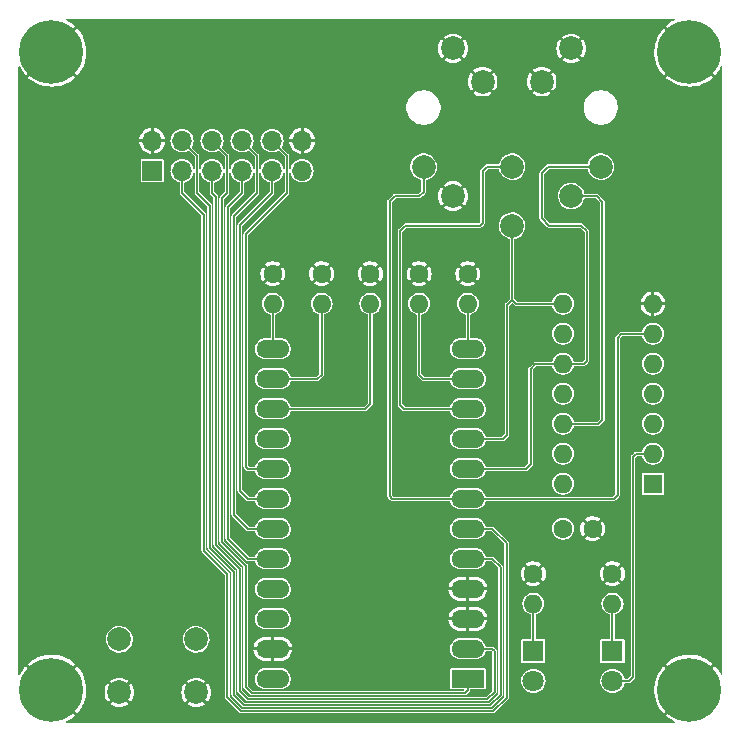
<source format=gbl>
%TF.GenerationSoftware,KiCad,Pcbnew,(6.0.2)*%
%TF.CreationDate,2022-04-04T11:25:54-04:00*%
%TF.ProjectId,xum1541,78756d31-3534-4312-9e6b-696361645f70,1.0*%
%TF.SameCoordinates,Original*%
%TF.FileFunction,Copper,L2,Bot*%
%TF.FilePolarity,Positive*%
%FSLAX46Y46*%
G04 Gerber Fmt 4.6, Leading zero omitted, Abs format (unit mm)*
G04 Created by KiCad (PCBNEW (6.0.2)) date 2022-04-04 11:25:54*
%MOMM*%
%LPD*%
G01*
G04 APERTURE LIST*
%TA.AperFunction,ComponentPad*%
%ADD10C,1.600000*%
%TD*%
%TA.AperFunction,ComponentPad*%
%ADD11O,1.600000X1.600000*%
%TD*%
%TA.AperFunction,ComponentPad*%
%ADD12R,2.794000X1.524000*%
%TD*%
%TA.AperFunction,ComponentPad*%
%ADD13O,2.794000X1.524000*%
%TD*%
%TA.AperFunction,ComponentPad*%
%ADD14C,2.000000*%
%TD*%
%TA.AperFunction,ComponentPad*%
%ADD15C,3.100000*%
%TD*%
%TA.AperFunction,ConnectorPad*%
%ADD16C,5.400000*%
%TD*%
%TA.AperFunction,ComponentPad*%
%ADD17R,1.700000X1.700000*%
%TD*%
%TA.AperFunction,ComponentPad*%
%ADD18O,1.700000X1.700000*%
%TD*%
%TA.AperFunction,ComponentPad*%
%ADD19R,1.600000X1.600000*%
%TD*%
%TA.AperFunction,ComponentPad*%
%ADD20R,1.800000X1.800000*%
%TD*%
%TA.AperFunction,ComponentPad*%
%ADD21C,1.800000*%
%TD*%
%TA.AperFunction,Conductor*%
%ADD22C,0.127000*%
%TD*%
G04 APERTURE END LIST*
D10*
X163800000Y-128200000D03*
D11*
X163800000Y-130740000D03*
D12*
X158255000Y-137090000D03*
D13*
X158255000Y-134550000D03*
X158255000Y-132010000D03*
X158255000Y-129470000D03*
X158255000Y-126930000D03*
X158255000Y-124390000D03*
X158255000Y-121850000D03*
X158255000Y-119310000D03*
X158255000Y-116770000D03*
X158255000Y-114230000D03*
X158255000Y-111690000D03*
X158255000Y-109150000D03*
X141745000Y-109150000D03*
X141745000Y-111690000D03*
X141745000Y-114230000D03*
X141745000Y-116770000D03*
X141745000Y-119310000D03*
X141745000Y-121850000D03*
X141745000Y-124390000D03*
X141745000Y-126930000D03*
X141745000Y-129470000D03*
X141745000Y-132010000D03*
X141745000Y-134550000D03*
X141745000Y-137090000D03*
D14*
X128750000Y-133750000D03*
X135250000Y-133750000D03*
X128750000Y-138250000D03*
X135250000Y-138250000D03*
D10*
X141745000Y-102800000D03*
D11*
X141745000Y-105340000D03*
D15*
X123000000Y-84000000D03*
D16*
X123000000Y-84000000D03*
D15*
X177000000Y-138000000D03*
D16*
X177000000Y-138000000D03*
D10*
X170500000Y-128200000D03*
D11*
X170500000Y-130740000D03*
D17*
X131516666Y-94075000D03*
D18*
X131516666Y-91535000D03*
X134056666Y-94075000D03*
X134056666Y-91535000D03*
X136596666Y-94075000D03*
X136596666Y-91535000D03*
X139136666Y-94075000D03*
X139136666Y-91535000D03*
X141676666Y-94075000D03*
X141676666Y-91535000D03*
X144216666Y-94075000D03*
X144216666Y-91535000D03*
D19*
X173930000Y-120580000D03*
D11*
X173930000Y-118040000D03*
X173930000Y-115500000D03*
X173930000Y-112960000D03*
X173930000Y-110420000D03*
X173930000Y-107880000D03*
X173930000Y-105340000D03*
X166310000Y-105340000D03*
X166310000Y-107880000D03*
X166310000Y-110420000D03*
X166310000Y-112960000D03*
X166310000Y-115500000D03*
X166310000Y-118040000D03*
X166310000Y-120580000D03*
D14*
X154500000Y-93725000D03*
X157000000Y-96225000D03*
X162000000Y-93725000D03*
X167000000Y-96225000D03*
X169500000Y-93725000D03*
X162000000Y-98725000D03*
X164500000Y-86525000D03*
X159500000Y-86525000D03*
X167000000Y-83725000D03*
X157000000Y-83725000D03*
D20*
X170500000Y-134725000D03*
D21*
X170500000Y-137265000D03*
D10*
X145872500Y-102800000D03*
D11*
X145872500Y-105340000D03*
D20*
X163800000Y-134725000D03*
D21*
X163800000Y-137265000D03*
D15*
X123000000Y-138000000D03*
D16*
X123000000Y-138000000D03*
D15*
X177000000Y-84000000D03*
D16*
X177000000Y-84000000D03*
D10*
X166310000Y-124390000D03*
X168810000Y-124390000D03*
X158255000Y-102800000D03*
D11*
X158255000Y-105340000D03*
D10*
X154127500Y-102800000D03*
D11*
X154127500Y-105340000D03*
D10*
X150000000Y-102800000D03*
D11*
X150000000Y-105340000D03*
D22*
X170500000Y-134725000D02*
X170500000Y-130740000D01*
X173930000Y-118040000D02*
X172497499Y-118040000D01*
X172237499Y-136937499D02*
X172237499Y-118300000D01*
X172497499Y-118040000D02*
X172237499Y-118300000D01*
X170500000Y-137265000D02*
X171909998Y-137265000D01*
X171909998Y-137265000D02*
X172237499Y-136937499D01*
X163800000Y-134725000D02*
X163800000Y-130740000D01*
X171259749Y-107880000D02*
X170939749Y-108200000D01*
X154150000Y-96225000D02*
X152075000Y-96225000D01*
X170939749Y-121500000D02*
X170589749Y-121850000D01*
X170589749Y-121850000D02*
X158255000Y-121850000D01*
X151621332Y-96678668D02*
X151621332Y-121621332D01*
X170939749Y-108200000D02*
X170939749Y-121500000D01*
X151621332Y-121621332D02*
X151850000Y-121850000D01*
X154500000Y-93725000D02*
X154500000Y-95875000D01*
X154500000Y-95875000D02*
X154150000Y-96225000D01*
X152075000Y-96225000D02*
X151621332Y-96678668D01*
X173930000Y-107880000D02*
X171259749Y-107880000D01*
X151850000Y-121850000D02*
X158255000Y-121850000D01*
X152506165Y-113900000D02*
X152836165Y-114230000D01*
X159875000Y-93725000D02*
X159499999Y-94100001D01*
X152975000Y-98725000D02*
X152506165Y-99193835D01*
X152836165Y-114230000D02*
X158255000Y-114230000D01*
X152506165Y-99193835D02*
X152506165Y-113900000D01*
X159499999Y-94100001D02*
X159499999Y-98500001D01*
X162000000Y-93725000D02*
X159875000Y-93725000D01*
X159499999Y-98500001D02*
X159275000Y-98725000D01*
X159275000Y-98725000D02*
X152975000Y-98725000D01*
X169641999Y-115158001D02*
X169641999Y-96700000D01*
X166310000Y-115500000D02*
X169300000Y-115500000D01*
X167000000Y-96225000D02*
X169166999Y-96225000D01*
X169166999Y-96225000D02*
X169641999Y-96700000D01*
X169300000Y-115500000D02*
X169641999Y-115158001D01*
X164499999Y-98076437D02*
X165151437Y-98727875D01*
X164499999Y-94300001D02*
X164499999Y-98076437D01*
X168344249Y-110155751D02*
X168080000Y-110420000D01*
X165151437Y-98727875D02*
X167872125Y-98727875D01*
X163578499Y-118921501D02*
X163190000Y-119310000D01*
X163578499Y-110821501D02*
X163578499Y-118921501D01*
X168080000Y-110420000D02*
X166310000Y-110420000D01*
X166310000Y-110420000D02*
X163980000Y-110420000D01*
X168344249Y-99200000D02*
X168344249Y-110155751D01*
X169500000Y-93725000D02*
X165075000Y-93725000D01*
X163190000Y-119310000D02*
X158255000Y-119310000D01*
X163980000Y-110420000D02*
X163578499Y-110821501D01*
X167872125Y-98727875D02*
X168344249Y-99200000D01*
X165075000Y-93725000D02*
X164499999Y-94300001D01*
X161583499Y-105416501D02*
X162000000Y-105000000D01*
X162340000Y-105340000D02*
X166310000Y-105340000D01*
X158255000Y-116770000D02*
X161230000Y-116770000D01*
X162000000Y-98725000D02*
X162000000Y-105000000D01*
X162000000Y-105000000D02*
X162340000Y-105340000D01*
X161583499Y-116416501D02*
X161583499Y-105416501D01*
X161230000Y-116770000D02*
X161583499Y-116416501D01*
X141745000Y-114230000D02*
X149570000Y-114230000D01*
X150000000Y-113800000D02*
X150000000Y-105340000D01*
X149570000Y-114230000D02*
X150000000Y-113800000D01*
X145872500Y-111327500D02*
X145872500Y-105340000D01*
X145510000Y-111690000D02*
X145872500Y-111327500D01*
X141745000Y-111690000D02*
X145510000Y-111690000D01*
X158255000Y-111690000D02*
X154490000Y-111690000D01*
X154490000Y-111690000D02*
X154127500Y-111327500D01*
X154127500Y-111327500D02*
X154127500Y-105340000D01*
X141745000Y-109150000D02*
X141745000Y-105340000D01*
X158255000Y-109150000D02*
X158255000Y-105340000D01*
X135890000Y-126238000D02*
X137900000Y-128248000D01*
X137900000Y-128248000D02*
X137900000Y-138662000D01*
X137900000Y-138662000D02*
X139065000Y-139827000D01*
X134056666Y-94075000D02*
X134056666Y-95956666D01*
X161544000Y-138684000D02*
X161544000Y-125603000D01*
X135890000Y-97790000D02*
X135890000Y-126238000D01*
X160331000Y-124390000D02*
X158255000Y-124390000D01*
X160401000Y-139827000D02*
X161544000Y-138684000D01*
X134056666Y-95956666D02*
X135890000Y-97790000D01*
X139065000Y-139827000D02*
X160401000Y-139827000D01*
X161544000Y-125603000D02*
X160331000Y-124390000D01*
X138430000Y-128016000D02*
X138430000Y-138430000D01*
X134056666Y-91535000D02*
X135326665Y-92804999D01*
X160147000Y-139319000D02*
X161036000Y-138430000D01*
X160331000Y-126930000D02*
X158255000Y-126930000D01*
X136398000Y-97028000D02*
X136398000Y-125984000D01*
X136398000Y-125984000D02*
X138430000Y-128016000D01*
X135326665Y-92804999D02*
X135326665Y-95956665D01*
X135326665Y-95956665D02*
X136398000Y-97028000D01*
X161036000Y-127635000D02*
X160331000Y-126930000D01*
X161036000Y-138430000D02*
X161036000Y-127635000D01*
X138430000Y-138430000D02*
X139319000Y-139319000D01*
X139319000Y-139319000D02*
X160147000Y-139319000D01*
X160528000Y-138176000D02*
X160528000Y-134747000D01*
X159893000Y-138811000D02*
X160528000Y-138176000D01*
X160331000Y-134550000D02*
X158255000Y-134550000D01*
X136906000Y-96266000D02*
X136906000Y-125730000D01*
X136906000Y-125730000D02*
X138938000Y-127762000D01*
X139636500Y-138811000D02*
X159893000Y-138811000D01*
X138938000Y-138112500D02*
X139636500Y-138811000D01*
X136596666Y-94075000D02*
X136596666Y-95956666D01*
X160528000Y-134747000D02*
X160331000Y-134550000D01*
X136596666Y-95956666D02*
X136906000Y-96266000D01*
X138938000Y-127762000D02*
X138938000Y-138112500D01*
X137414000Y-96393000D02*
X137866665Y-95940335D01*
X158255000Y-138036000D02*
X158255000Y-137090000D01*
X139446000Y-127508000D02*
X139446000Y-137795000D01*
X136596666Y-91535000D02*
X137866665Y-92804999D01*
X139954000Y-138303000D02*
X157988000Y-138303000D01*
X137414000Y-125476000D02*
X139446000Y-127508000D01*
X157988000Y-138303000D02*
X158255000Y-138036000D01*
X137866665Y-92804999D02*
X137866665Y-95940335D01*
X139446000Y-137795000D02*
X139954000Y-138303000D01*
X137414000Y-96393000D02*
X137414000Y-125476000D01*
X137922000Y-125222000D02*
X139630000Y-126930000D01*
X139136666Y-94075000D02*
X139136666Y-95940334D01*
X137922000Y-97155000D02*
X137922000Y-125222000D01*
X139136666Y-95940334D02*
X137922000Y-97155000D01*
X139630000Y-126930000D02*
X141745000Y-126930000D01*
X138430000Y-123190000D02*
X139630000Y-124390000D01*
X139136666Y-91535000D02*
X140406665Y-92804999D01*
X140406665Y-92804999D02*
X140406665Y-95940335D01*
X138430000Y-97917000D02*
X138430000Y-123190000D01*
X139630000Y-124390000D02*
X141745000Y-124390000D01*
X138430000Y-97917000D02*
X140406665Y-95940335D01*
X138938000Y-98679000D02*
X138938000Y-121158000D01*
X138938000Y-121158000D02*
X139630000Y-121850000D01*
X141676666Y-94075000D02*
X141676666Y-95940334D01*
X141676666Y-95940334D02*
X138938000Y-98679000D01*
X139630000Y-121850000D02*
X141745000Y-121850000D01*
X139446000Y-119126000D02*
X139630000Y-119310000D01*
X139630000Y-119310000D02*
X141745000Y-119310000D01*
X139446000Y-99441000D02*
X139446000Y-119126000D01*
X139446000Y-99441000D02*
X142946665Y-95940335D01*
X142946665Y-92804999D02*
X142946665Y-95940335D01*
X141676666Y-91535000D02*
X142946665Y-92804999D01*
%TA.AperFunction,Conductor*%
G36*
X175776462Y-81218306D02*
G01*
X175794768Y-81262500D01*
X175776462Y-81306694D01*
X175759175Y-81318912D01*
X175576107Y-81406231D01*
X175572964Y-81407959D01*
X175287439Y-81587069D01*
X175284494Y-81589162D01*
X175021439Y-81799908D01*
X175018779Y-81802304D01*
X175009184Y-81811999D01*
X175005554Y-81820896D01*
X175009172Y-81829567D01*
X176991210Y-83811605D01*
X177000000Y-83815246D01*
X177008790Y-83811605D01*
X178169908Y-82650487D01*
X178214102Y-82632181D01*
X178258296Y-82650486D01*
X178303905Y-82696094D01*
X178303906Y-82696095D01*
X178349514Y-82741704D01*
X178367819Y-82785899D01*
X178349513Y-82830092D01*
X177188395Y-83991210D01*
X177184754Y-84000000D01*
X177188395Y-84008790D01*
X179170164Y-85990559D01*
X179178954Y-85994200D01*
X179185541Y-85991471D01*
X179374387Y-85765614D01*
X179376532Y-85762726D01*
X179561583Y-85481012D01*
X179563385Y-85477890D01*
X179681664Y-85242719D01*
X179717875Y-85211462D01*
X179765582Y-85214965D01*
X179796839Y-85251176D01*
X179800000Y-85270801D01*
X179800000Y-136729185D01*
X179781694Y-136773379D01*
X179737500Y-136791685D01*
X179693306Y-136773379D01*
X179680011Y-136753706D01*
X179651124Y-136685981D01*
X179649520Y-136682751D01*
X179482530Y-136389987D01*
X179480557Y-136386948D01*
X179281023Y-136115316D01*
X179278724Y-136112537D01*
X179185239Y-136011934D01*
X179177201Y-136008254D01*
X179167564Y-136012041D01*
X177188395Y-137991210D01*
X177184754Y-138000000D01*
X177188395Y-138008790D01*
X178349513Y-139169908D01*
X178367819Y-139214102D01*
X178349514Y-139258296D01*
X178303906Y-139303905D01*
X178303905Y-139303906D01*
X178258296Y-139349514D01*
X178214101Y-139367819D01*
X178169908Y-139349513D01*
X177008790Y-138188395D01*
X177000000Y-138184754D01*
X176991210Y-138188395D01*
X175011642Y-140167963D01*
X175008333Y-140175951D01*
X175012615Y-140185637D01*
X175136501Y-140298365D01*
X175139305Y-140300635D01*
X175413021Y-140497319D01*
X175416056Y-140499245D01*
X175710573Y-140663172D01*
X175713818Y-140664741D01*
X175750071Y-140679757D01*
X175783896Y-140713582D01*
X175783897Y-140761417D01*
X175750072Y-140795242D01*
X175726154Y-140800000D01*
X124268756Y-140800000D01*
X124224562Y-140781694D01*
X124206256Y-140737500D01*
X124224562Y-140693306D01*
X124243634Y-140680271D01*
X124341722Y-140637213D01*
X124344909Y-140635589D01*
X124635922Y-140465535D01*
X124638942Y-140463528D01*
X124908469Y-140261161D01*
X124911220Y-140258836D01*
X124988408Y-140185588D01*
X124992083Y-140177335D01*
X124988334Y-140167939D01*
X123008790Y-138188395D01*
X123000000Y-138184754D01*
X122991210Y-138188395D01*
X121830092Y-139349513D01*
X121785898Y-139367819D01*
X121741704Y-139349514D01*
X121696095Y-139303906D01*
X121696094Y-139303905D01*
X121650486Y-139258296D01*
X121632181Y-139214101D01*
X121650487Y-139169908D01*
X122811605Y-138008790D01*
X122815246Y-138000000D01*
X123184754Y-138000000D01*
X123188395Y-138008790D01*
X125170164Y-139990559D01*
X125178954Y-139994200D01*
X125185541Y-139991471D01*
X125374387Y-139765614D01*
X125376532Y-139762726D01*
X125561583Y-139481012D01*
X125563385Y-139477890D01*
X125690898Y-139224359D01*
X127960395Y-139224359D01*
X127962499Y-139229438D01*
X128118368Y-139338577D01*
X128123079Y-139341298D01*
X128316996Y-139431723D01*
X128322105Y-139433583D01*
X128528777Y-139488960D01*
X128534131Y-139489904D01*
X128747280Y-139508552D01*
X128752720Y-139508552D01*
X128965869Y-139489904D01*
X128971223Y-139488960D01*
X129177895Y-139433583D01*
X129183004Y-139431723D01*
X129376921Y-139341298D01*
X129381632Y-139338577D01*
X129534570Y-139231490D01*
X129539113Y-139224359D01*
X134460395Y-139224359D01*
X134462499Y-139229438D01*
X134618368Y-139338577D01*
X134623079Y-139341298D01*
X134816996Y-139431723D01*
X134822105Y-139433583D01*
X135028777Y-139488960D01*
X135034131Y-139489904D01*
X135247280Y-139508552D01*
X135252720Y-139508552D01*
X135465869Y-139489904D01*
X135471223Y-139488960D01*
X135677895Y-139433583D01*
X135683004Y-139431723D01*
X135876921Y-139341298D01*
X135881632Y-139338577D01*
X136034570Y-139231490D01*
X136039682Y-139223465D01*
X136038492Y-139218097D01*
X135258790Y-138438395D01*
X135250000Y-138434754D01*
X135241210Y-138438395D01*
X134464036Y-139215569D01*
X134460395Y-139224359D01*
X129539113Y-139224359D01*
X129539682Y-139223465D01*
X129538492Y-139218097D01*
X128758790Y-138438395D01*
X128750000Y-138434754D01*
X128741210Y-138438395D01*
X127964036Y-139215569D01*
X127960395Y-139224359D01*
X125690898Y-139224359D01*
X125714831Y-139176773D01*
X125716262Y-139173467D01*
X125832095Y-138856937D01*
X125833134Y-138853497D01*
X125911818Y-138525757D01*
X125912459Y-138522194D01*
X125945068Y-138252720D01*
X127491448Y-138252720D01*
X127510096Y-138465869D01*
X127511040Y-138471223D01*
X127566417Y-138677895D01*
X127568277Y-138683004D01*
X127658702Y-138876921D01*
X127661423Y-138881632D01*
X127768510Y-139034570D01*
X127776535Y-139039682D01*
X127781903Y-139038492D01*
X128561605Y-138258790D01*
X128565246Y-138250000D01*
X128934754Y-138250000D01*
X128938395Y-138258790D01*
X129715569Y-139035964D01*
X129724359Y-139039605D01*
X129729438Y-139037501D01*
X129838577Y-138881632D01*
X129841298Y-138876921D01*
X129931723Y-138683004D01*
X129933583Y-138677895D01*
X129988960Y-138471223D01*
X129989904Y-138465869D01*
X130008552Y-138252720D01*
X133991448Y-138252720D01*
X134010096Y-138465869D01*
X134011040Y-138471223D01*
X134066417Y-138677895D01*
X134068277Y-138683004D01*
X134158702Y-138876921D01*
X134161423Y-138881632D01*
X134268510Y-139034570D01*
X134276535Y-139039682D01*
X134281903Y-139038492D01*
X135061605Y-138258790D01*
X135065246Y-138250000D01*
X135434754Y-138250000D01*
X135438395Y-138258790D01*
X136215569Y-139035964D01*
X136224359Y-139039605D01*
X136229438Y-139037501D01*
X136338577Y-138881632D01*
X136341298Y-138876921D01*
X136431723Y-138683004D01*
X136433583Y-138677895D01*
X136488960Y-138471223D01*
X136489904Y-138465869D01*
X136508552Y-138252720D01*
X136508552Y-138247280D01*
X136489904Y-138034131D01*
X136488960Y-138028777D01*
X136433583Y-137822105D01*
X136431723Y-137816996D01*
X136341298Y-137623079D01*
X136338577Y-137618368D01*
X136231490Y-137465430D01*
X136223465Y-137460318D01*
X136218097Y-137461508D01*
X135438395Y-138241210D01*
X135434754Y-138250000D01*
X135065246Y-138250000D01*
X135061605Y-138241210D01*
X134284431Y-137464036D01*
X134275641Y-137460395D01*
X134270562Y-137462499D01*
X134161423Y-137618368D01*
X134158702Y-137623079D01*
X134068277Y-137816996D01*
X134066417Y-137822105D01*
X134011040Y-138028777D01*
X134010096Y-138034131D01*
X133991448Y-138247280D01*
X133991448Y-138252720D01*
X130008552Y-138252720D01*
X130008552Y-138247280D01*
X129989904Y-138034131D01*
X129988960Y-138028777D01*
X129933583Y-137822105D01*
X129931723Y-137816996D01*
X129841298Y-137623079D01*
X129838577Y-137618368D01*
X129731490Y-137465430D01*
X129723465Y-137460318D01*
X129718097Y-137461508D01*
X128938395Y-138241210D01*
X128934754Y-138250000D01*
X128565246Y-138250000D01*
X128561605Y-138241210D01*
X127784431Y-137464036D01*
X127775641Y-137460395D01*
X127770562Y-137462499D01*
X127661423Y-137618368D01*
X127658702Y-137623079D01*
X127568277Y-137816996D01*
X127566417Y-137822105D01*
X127511040Y-138028777D01*
X127510096Y-138034131D01*
X127491448Y-138247280D01*
X127491448Y-138252720D01*
X125945068Y-138252720D01*
X125952998Y-138187191D01*
X125953211Y-138184398D01*
X125958962Y-138001404D01*
X125958925Y-137998596D01*
X125939500Y-137661705D01*
X125939085Y-137658119D01*
X125881137Y-137326091D01*
X125880312Y-137322573D01*
X125866675Y-137276535D01*
X127960318Y-137276535D01*
X127961508Y-137281903D01*
X128741210Y-138061605D01*
X128750000Y-138065246D01*
X128758790Y-138061605D01*
X129535964Y-137284431D01*
X129539235Y-137276535D01*
X134460318Y-137276535D01*
X134461508Y-137281903D01*
X135241210Y-138061605D01*
X135250000Y-138065246D01*
X135258790Y-138061605D01*
X136035964Y-137284431D01*
X136039605Y-137275641D01*
X136037501Y-137270562D01*
X135881632Y-137161423D01*
X135876921Y-137158702D01*
X135683004Y-137068277D01*
X135677895Y-137066417D01*
X135471223Y-137011040D01*
X135465869Y-137010096D01*
X135252720Y-136991448D01*
X135247280Y-136991448D01*
X135034131Y-137010096D01*
X135028777Y-137011040D01*
X134822105Y-137066417D01*
X134816996Y-137068277D01*
X134623079Y-137158702D01*
X134618368Y-137161423D01*
X134465430Y-137268510D01*
X134460318Y-137276535D01*
X129539235Y-137276535D01*
X129539605Y-137275641D01*
X129537501Y-137270562D01*
X129381632Y-137161423D01*
X129376921Y-137158702D01*
X129183004Y-137068277D01*
X129177895Y-137066417D01*
X128971223Y-137011040D01*
X128965869Y-137010096D01*
X128752720Y-136991448D01*
X128747280Y-136991448D01*
X128534131Y-137010096D01*
X128528777Y-137011040D01*
X128322105Y-137066417D01*
X128316996Y-137068277D01*
X128123079Y-137158702D01*
X128118368Y-137161423D01*
X127965430Y-137268510D01*
X127960318Y-137276535D01*
X125866675Y-137276535D01*
X125784583Y-136999398D01*
X125783367Y-136996019D01*
X125651124Y-136685981D01*
X125649520Y-136682751D01*
X125482530Y-136389987D01*
X125480557Y-136386948D01*
X125281023Y-136115316D01*
X125278724Y-136112537D01*
X125185239Y-136011934D01*
X125177201Y-136008254D01*
X125167564Y-136012041D01*
X123188395Y-137991210D01*
X123184754Y-138000000D01*
X122815246Y-138000000D01*
X122811605Y-137991210D01*
X120830565Y-136010170D01*
X120821864Y-136006566D01*
X120812970Y-136010278D01*
X120781685Y-136041892D01*
X120779304Y-136044593D01*
X120571323Y-136309842D01*
X120569277Y-136312785D01*
X120393162Y-136600179D01*
X120391457Y-136603358D01*
X120319190Y-136759044D01*
X120283979Y-136791422D01*
X120236185Y-136789419D01*
X120203807Y-136754208D01*
X120200000Y-136732729D01*
X120200000Y-135820896D01*
X121005554Y-135820896D01*
X121009172Y-135829567D01*
X122991210Y-137811605D01*
X123000000Y-137815246D01*
X123008790Y-137811605D01*
X124989663Y-135830732D01*
X124993304Y-135821942D01*
X124990485Y-135815136D01*
X124790388Y-135644238D01*
X124787516Y-135642058D01*
X124507749Y-135454062D01*
X124504659Y-135452234D01*
X124205136Y-135297640D01*
X124201848Y-135296176D01*
X123886549Y-135177034D01*
X123883117Y-135175959D01*
X123556203Y-135093843D01*
X123552680Y-135093171D01*
X123218500Y-135049175D01*
X123214909Y-135048912D01*
X122877889Y-135043618D01*
X122874302Y-135043768D01*
X122538902Y-135077245D01*
X122535346Y-135077808D01*
X122206030Y-135149611D01*
X122202558Y-135150581D01*
X121883672Y-135259759D01*
X121880345Y-135261116D01*
X121576107Y-135406231D01*
X121572964Y-135407959D01*
X121287439Y-135587069D01*
X121284494Y-135589162D01*
X121021439Y-135799908D01*
X121018779Y-135802304D01*
X121009184Y-135811999D01*
X121005554Y-135820896D01*
X120200000Y-135820896D01*
X120200000Y-133720359D01*
X127618058Y-133720359D01*
X127631611Y-133927135D01*
X127632317Y-133929915D01*
X127648514Y-133993689D01*
X127682619Y-134127980D01*
X127769373Y-134316165D01*
X127771023Y-134318500D01*
X127771025Y-134318503D01*
X127835394Y-134409582D01*
X127888970Y-134485390D01*
X128037402Y-134629986D01*
X128209699Y-134745111D01*
X128400091Y-134826910D01*
X128402877Y-134827540D01*
X128402882Y-134827542D01*
X128599411Y-134872012D01*
X128599414Y-134872012D01*
X128602201Y-134872643D01*
X128693531Y-134876231D01*
X128806402Y-134880666D01*
X128806406Y-134880666D01*
X128809262Y-134880778D01*
X129014337Y-134851044D01*
X129210560Y-134784435D01*
X129391359Y-134683183D01*
X129550678Y-134550678D01*
X129683183Y-134391359D01*
X129784435Y-134210560D01*
X129851044Y-134014337D01*
X129863284Y-133929915D01*
X129880515Y-133811078D01*
X129880515Y-133811073D01*
X129880778Y-133809262D01*
X129882330Y-133750000D01*
X129881246Y-133738195D01*
X129879607Y-133720359D01*
X134118058Y-133720359D01*
X134131611Y-133927135D01*
X134132317Y-133929915D01*
X134148514Y-133993689D01*
X134182619Y-134127980D01*
X134269373Y-134316165D01*
X134271023Y-134318500D01*
X134271025Y-134318503D01*
X134335394Y-134409582D01*
X134388970Y-134485390D01*
X134537402Y-134629986D01*
X134709699Y-134745111D01*
X134900091Y-134826910D01*
X134902877Y-134827540D01*
X134902882Y-134827542D01*
X135099411Y-134872012D01*
X135099414Y-134872012D01*
X135102201Y-134872643D01*
X135193531Y-134876231D01*
X135306402Y-134880666D01*
X135306406Y-134880666D01*
X135309262Y-134880778D01*
X135514337Y-134851044D01*
X135710560Y-134784435D01*
X135891359Y-134683183D01*
X136050678Y-134550678D01*
X136183183Y-134391359D01*
X136284435Y-134210560D01*
X136351044Y-134014337D01*
X136363284Y-133929915D01*
X136380515Y-133811078D01*
X136380515Y-133811073D01*
X136380778Y-133809262D01*
X136382330Y-133750000D01*
X136381246Y-133738195D01*
X136369752Y-133613113D01*
X136363369Y-133543649D01*
X136361675Y-133537641D01*
X136307899Y-133346966D01*
X136307897Y-133346962D01*
X136307121Y-133344209D01*
X136215470Y-133158359D01*
X136198643Y-133135825D01*
X136093202Y-132994622D01*
X136093201Y-132994620D01*
X136091485Y-132992323D01*
X135939319Y-132851662D01*
X135764067Y-132741087D01*
X135571599Y-132664300D01*
X135568793Y-132663742D01*
X135568790Y-132663741D01*
X135371167Y-132624431D01*
X135371165Y-132624431D01*
X135368361Y-132623873D01*
X135270846Y-132622597D01*
X135164020Y-132621198D01*
X135164015Y-132621198D01*
X135161158Y-132621161D01*
X135158337Y-132621646D01*
X135158333Y-132621646D01*
X135038768Y-132642191D01*
X134956931Y-132656253D01*
X134954243Y-132657245D01*
X134954238Y-132657246D01*
X134765207Y-132726984D01*
X134765204Y-132726985D01*
X134762519Y-132727976D01*
X134760059Y-132729439D01*
X134760058Y-132729440D01*
X134742263Y-132740027D01*
X134584433Y-132833926D01*
X134509855Y-132899329D01*
X134446638Y-132954769D01*
X134428637Y-132970555D01*
X134426861Y-132972808D01*
X134426860Y-132972809D01*
X134394728Y-133013569D01*
X134300348Y-133133289D01*
X134203863Y-133316676D01*
X134203016Y-133319403D01*
X134203015Y-133319406D01*
X134144325Y-133508422D01*
X134142414Y-133514575D01*
X134142078Y-133517415D01*
X134120764Y-133697500D01*
X134118058Y-133720359D01*
X129879607Y-133720359D01*
X129869752Y-133613113D01*
X129863369Y-133543649D01*
X129861675Y-133537641D01*
X129807899Y-133346966D01*
X129807897Y-133346962D01*
X129807121Y-133344209D01*
X129715470Y-133158359D01*
X129698643Y-133135825D01*
X129593202Y-132994622D01*
X129593201Y-132994620D01*
X129591485Y-132992323D01*
X129439319Y-132851662D01*
X129264067Y-132741087D01*
X129071599Y-132664300D01*
X129068793Y-132663742D01*
X129068790Y-132663741D01*
X128871167Y-132624431D01*
X128871165Y-132624431D01*
X128868361Y-132623873D01*
X128770846Y-132622597D01*
X128664020Y-132621198D01*
X128664015Y-132621198D01*
X128661158Y-132621161D01*
X128658337Y-132621646D01*
X128658333Y-132621646D01*
X128538768Y-132642191D01*
X128456931Y-132656253D01*
X128454243Y-132657245D01*
X128454238Y-132657246D01*
X128265207Y-132726984D01*
X128265204Y-132726985D01*
X128262519Y-132727976D01*
X128260059Y-132729439D01*
X128260058Y-132729440D01*
X128242263Y-132740027D01*
X128084433Y-132833926D01*
X128009855Y-132899329D01*
X127946638Y-132954769D01*
X127928637Y-132970555D01*
X127926861Y-132972808D01*
X127926860Y-132972809D01*
X127894728Y-133013569D01*
X127800348Y-133133289D01*
X127703863Y-133316676D01*
X127703016Y-133319403D01*
X127703015Y-133319406D01*
X127644325Y-133508422D01*
X127642414Y-133514575D01*
X127642078Y-133517415D01*
X127620764Y-133697500D01*
X127618058Y-133720359D01*
X120200000Y-133720359D01*
X120200000Y-94937558D01*
X130539166Y-94937558D01*
X130539765Y-94940569D01*
X130544913Y-94966448D01*
X130546564Y-94974748D01*
X130574744Y-95016922D01*
X130616918Y-95045102D01*
X130622951Y-95046302D01*
X130622953Y-95046303D01*
X130649050Y-95051494D01*
X130654108Y-95052500D01*
X132379224Y-95052500D01*
X132384282Y-95051494D01*
X132410379Y-95046303D01*
X132410381Y-95046302D01*
X132416414Y-95045102D01*
X132458588Y-95016922D01*
X132486768Y-94974748D01*
X132488420Y-94966448D01*
X132493567Y-94940569D01*
X132494166Y-94937558D01*
X132494166Y-94061286D01*
X133074532Y-94061286D01*
X133077987Y-94102425D01*
X133089728Y-94242244D01*
X133090573Y-94252311D01*
X133143412Y-94436583D01*
X133231036Y-94607082D01*
X133350109Y-94757314D01*
X133352439Y-94759297D01*
X133431351Y-94826456D01*
X133496094Y-94881557D01*
X133498758Y-94883046D01*
X133498761Y-94883048D01*
X133590802Y-94934488D01*
X133663431Y-94975079D01*
X133666335Y-94976023D01*
X133666336Y-94976023D01*
X133707445Y-94989380D01*
X133813515Y-95023844D01*
X133822480Y-95026757D01*
X133858854Y-95057824D01*
X133865666Y-95086198D01*
X133865666Y-95913434D01*
X133864416Y-95920773D01*
X133865143Y-95920856D01*
X133864346Y-95927847D01*
X133862014Y-95934488D01*
X133862792Y-95941481D01*
X133862792Y-95941482D01*
X133865283Y-95963863D01*
X133865666Y-95970775D01*
X133865666Y-95978199D01*
X133867247Y-95985131D01*
X133868423Y-95992084D01*
X133871652Y-96021095D01*
X133875385Y-96027059D01*
X133876760Y-96031007D01*
X133878569Y-96034766D01*
X133880134Y-96041625D01*
X133884519Y-96047127D01*
X133884519Y-96047128D01*
X133887732Y-96051160D01*
X133896888Y-96062649D01*
X133898314Y-96064439D01*
X133902410Y-96070225D01*
X133904386Y-96073381D01*
X133906262Y-96076377D01*
X133911475Y-96081590D01*
X133916160Y-96086834D01*
X133929076Y-96103042D01*
X133934441Y-96109775D01*
X133940780Y-96112833D01*
X133946281Y-96117224D01*
X133945855Y-96117758D01*
X133952019Y-96122134D01*
X135680694Y-97850809D01*
X135699000Y-97895003D01*
X135699000Y-126194768D01*
X135697750Y-126202107D01*
X135698477Y-126202190D01*
X135697680Y-126209181D01*
X135695348Y-126215822D01*
X135696126Y-126222815D01*
X135696126Y-126222816D01*
X135698617Y-126245197D01*
X135699000Y-126252110D01*
X135699000Y-126259533D01*
X135700581Y-126266465D01*
X135701757Y-126273418D01*
X135704986Y-126302429D01*
X135708719Y-126308393D01*
X135710094Y-126312341D01*
X135711903Y-126316100D01*
X135713468Y-126322959D01*
X135717853Y-126328461D01*
X135717853Y-126328462D01*
X135731648Y-126345773D01*
X135735744Y-126351559D01*
X135739596Y-126357711D01*
X135744809Y-126362924D01*
X135749494Y-126368168D01*
X135767775Y-126391109D01*
X135774114Y-126394167D01*
X135779615Y-126398558D01*
X135779189Y-126399092D01*
X135785353Y-126403468D01*
X136742282Y-127360396D01*
X137690694Y-128308808D01*
X137709000Y-128353002D01*
X137709000Y-138618768D01*
X137707750Y-138626107D01*
X137708477Y-138626190D01*
X137707680Y-138633181D01*
X137705348Y-138639822D01*
X137706126Y-138646815D01*
X137706126Y-138646816D01*
X137708617Y-138669197D01*
X137709000Y-138676110D01*
X137709000Y-138683533D01*
X137710581Y-138690465D01*
X137711757Y-138697418D01*
X137714986Y-138726429D01*
X137718719Y-138732393D01*
X137720094Y-138736341D01*
X137721903Y-138740100D01*
X137723468Y-138746959D01*
X137727853Y-138752461D01*
X137727853Y-138752462D01*
X137741648Y-138769773D01*
X137745744Y-138775559D01*
X137749596Y-138781711D01*
X137754809Y-138786924D01*
X137759494Y-138792168D01*
X137772967Y-138809075D01*
X137777775Y-138815109D01*
X137784114Y-138818167D01*
X137789615Y-138822558D01*
X137789189Y-138823092D01*
X137795353Y-138827468D01*
X138899372Y-139931487D01*
X138903677Y-139937561D01*
X138904250Y-139937105D01*
X138908631Y-139942613D01*
X138911678Y-139948958D01*
X138917175Y-139953354D01*
X138934761Y-139967418D01*
X138939920Y-139972035D01*
X138945169Y-139977284D01*
X138948143Y-139979153D01*
X138951172Y-139981057D01*
X138956948Y-139985162D01*
X138979733Y-140003383D01*
X138986593Y-140004960D01*
X138990353Y-140006778D01*
X138994289Y-140008156D01*
X139000248Y-140011902D01*
X139007242Y-140012693D01*
X139007243Y-140012693D01*
X139029236Y-140015179D01*
X139036213Y-140016371D01*
X139043297Y-140018000D01*
X139050671Y-140018000D01*
X139057692Y-140018396D01*
X139086838Y-140021691D01*
X139093483Y-140019370D01*
X139100477Y-140018586D01*
X139100553Y-140019264D01*
X139108005Y-140018000D01*
X160357768Y-140018000D01*
X160365107Y-140019250D01*
X160365190Y-140018523D01*
X160372181Y-140019320D01*
X160378822Y-140021652D01*
X160385815Y-140020874D01*
X160385816Y-140020874D01*
X160406939Y-140018523D01*
X160408198Y-140018383D01*
X160415110Y-140018000D01*
X160422533Y-140018000D01*
X160429465Y-140016419D01*
X160436418Y-140015243D01*
X160465429Y-140012014D01*
X160471393Y-140008281D01*
X160475341Y-140006906D01*
X160479100Y-140005097D01*
X160485959Y-140003532D01*
X160508774Y-139985351D01*
X160514559Y-139981256D01*
X160517715Y-139979280D01*
X160517717Y-139979279D01*
X160520711Y-139977404D01*
X160525923Y-139972192D01*
X160531167Y-139967507D01*
X160548604Y-139953612D01*
X160548604Y-139953611D01*
X160554109Y-139949225D01*
X160557167Y-139942886D01*
X160561558Y-139937385D01*
X160562092Y-139937811D01*
X160566468Y-139931647D01*
X161648485Y-138849629D01*
X161654560Y-138845322D01*
X161654105Y-138844750D01*
X161659613Y-138840369D01*
X161665958Y-138837322D01*
X161684422Y-138814234D01*
X161689039Y-138809075D01*
X161694283Y-138803831D01*
X161696145Y-138800868D01*
X161696151Y-138800861D01*
X161698058Y-138797826D01*
X161702163Y-138792050D01*
X161715987Y-138774764D01*
X161720383Y-138769267D01*
X161721960Y-138762409D01*
X161723780Y-138758644D01*
X161725158Y-138754708D01*
X161728902Y-138748752D01*
X161729692Y-138741761D01*
X161729694Y-138741756D01*
X161732180Y-138719763D01*
X161733373Y-138712778D01*
X161734208Y-138709146D01*
X161735000Y-138705703D01*
X161735000Y-138698323D01*
X161735396Y-138691303D01*
X161736670Y-138680029D01*
X161738690Y-138662162D01*
X161736369Y-138655516D01*
X161735585Y-138648522D01*
X161736264Y-138648446D01*
X161735000Y-138640996D01*
X161735000Y-137250584D01*
X162767629Y-137250584D01*
X162773674Y-137322573D01*
X162783295Y-137437147D01*
X162784490Y-137451381D01*
X162840032Y-137645078D01*
X162932139Y-137824299D01*
X163057302Y-137982215D01*
X163059626Y-137984193D01*
X163059628Y-137984195D01*
X163194747Y-138099191D01*
X163210754Y-138112814D01*
X163386651Y-138211119D01*
X163389555Y-138212063D01*
X163389556Y-138212063D01*
X163575379Y-138272441D01*
X163575384Y-138272442D01*
X163578292Y-138273387D01*
X163778378Y-138297246D01*
X163781420Y-138297012D01*
X163781423Y-138297012D01*
X163976236Y-138282021D01*
X163976238Y-138282021D01*
X163979287Y-138281786D01*
X164173367Y-138227598D01*
X164176090Y-138226223D01*
X164176094Y-138226221D01*
X164350506Y-138138119D01*
X164353226Y-138136745D01*
X164355624Y-138134872D01*
X164355628Y-138134869D01*
X164440915Y-138068235D01*
X164512013Y-138012687D01*
X164521753Y-138001404D01*
X164587557Y-137925168D01*
X164643679Y-137860150D01*
X164701032Y-137759190D01*
X164741698Y-137687606D01*
X164741699Y-137687604D01*
X164743210Y-137684944D01*
X164806814Y-137493743D01*
X164810747Y-137462615D01*
X164831849Y-137295570D01*
X164831849Y-137295569D01*
X164832069Y-137293828D01*
X164832201Y-137284431D01*
X164832448Y-137266739D01*
X164832448Y-137266733D01*
X164832472Y-137265000D01*
X164832303Y-137263280D01*
X164832303Y-137263271D01*
X164831059Y-137250584D01*
X169467629Y-137250584D01*
X169473674Y-137322573D01*
X169483295Y-137437147D01*
X169484490Y-137451381D01*
X169540032Y-137645078D01*
X169632139Y-137824299D01*
X169757302Y-137982215D01*
X169759626Y-137984193D01*
X169759628Y-137984195D01*
X169894747Y-138099191D01*
X169910754Y-138112814D01*
X170086651Y-138211119D01*
X170089555Y-138212063D01*
X170089556Y-138212063D01*
X170275379Y-138272441D01*
X170275384Y-138272442D01*
X170278292Y-138273387D01*
X170478378Y-138297246D01*
X170481420Y-138297012D01*
X170481423Y-138297012D01*
X170676236Y-138282021D01*
X170676238Y-138282021D01*
X170679287Y-138281786D01*
X170873367Y-138227598D01*
X170876090Y-138226223D01*
X170876094Y-138226221D01*
X171050506Y-138138119D01*
X171053226Y-138136745D01*
X171055624Y-138134872D01*
X171055628Y-138134869D01*
X171140915Y-138068235D01*
X171212013Y-138012687D01*
X171221753Y-138001404D01*
X171287557Y-137925168D01*
X171301647Y-137908844D01*
X174042501Y-137908844D01*
X174051325Y-138245808D01*
X174051626Y-138249388D01*
X174099116Y-138583070D01*
X174099832Y-138586624D01*
X174185362Y-138912643D01*
X174186470Y-138916056D01*
X174308912Y-139230103D01*
X174310407Y-139233367D01*
X174468129Y-139531253D01*
X174469992Y-139534329D01*
X174660905Y-139812109D01*
X174663111Y-139814953D01*
X174814435Y-139988420D01*
X174821832Y-139992092D01*
X174832183Y-139988212D01*
X176811605Y-138008790D01*
X176815246Y-138000000D01*
X176811605Y-137991210D01*
X174830565Y-136010170D01*
X174821864Y-136006566D01*
X174812970Y-136010278D01*
X174781685Y-136041892D01*
X174779304Y-136044593D01*
X174571323Y-136309842D01*
X174569277Y-136312785D01*
X174393162Y-136600179D01*
X174391457Y-136603358D01*
X174249543Y-136909086D01*
X174248221Y-136912425D01*
X174142387Y-137232438D01*
X174141453Y-137235924D01*
X174073102Y-137565978D01*
X174072578Y-137569522D01*
X174042613Y-137905272D01*
X174042501Y-137908844D01*
X171301647Y-137908844D01*
X171343679Y-137860150D01*
X171401032Y-137759190D01*
X171441698Y-137687606D01*
X171441699Y-137687604D01*
X171443210Y-137684944D01*
X171505141Y-137498772D01*
X171536461Y-137462615D01*
X171564446Y-137456000D01*
X171866766Y-137456000D01*
X171874105Y-137457250D01*
X171874188Y-137456523D01*
X171881179Y-137457320D01*
X171887820Y-137459652D01*
X171894813Y-137458874D01*
X171894814Y-137458874D01*
X171917195Y-137456383D01*
X171924108Y-137456000D01*
X171931531Y-137456000D01*
X171938463Y-137454419D01*
X171945416Y-137453243D01*
X171974427Y-137450014D01*
X171980391Y-137446281D01*
X171984339Y-137444906D01*
X171988098Y-137443097D01*
X171994957Y-137441532D01*
X172017772Y-137423351D01*
X172023557Y-137419256D01*
X172026713Y-137417280D01*
X172026715Y-137417279D01*
X172029709Y-137415404D01*
X172034922Y-137410191D01*
X172040166Y-137405506D01*
X172057602Y-137391612D01*
X172057602Y-137391611D01*
X172063107Y-137387225D01*
X172066165Y-137380886D01*
X172070556Y-137375385D01*
X172071090Y-137375811D01*
X172075466Y-137369647D01*
X172341986Y-137103127D01*
X172348060Y-137098822D01*
X172347604Y-137098249D01*
X172353112Y-137093868D01*
X172359457Y-137090821D01*
X172377917Y-137067738D01*
X172382534Y-137062579D01*
X172387782Y-137057331D01*
X172391554Y-137051330D01*
X172395658Y-137045555D01*
X172409487Y-137028263D01*
X172409489Y-137028259D01*
X172413882Y-137022766D01*
X172415459Y-137015909D01*
X172417277Y-137012147D01*
X172418656Y-137008209D01*
X172422401Y-137002251D01*
X172423191Y-136995260D01*
X172423193Y-136995255D01*
X172425679Y-136973262D01*
X172426872Y-136966277D01*
X172427707Y-136962645D01*
X172428499Y-136959202D01*
X172428499Y-136951822D01*
X172428895Y-136944802D01*
X172431398Y-136922657D01*
X172432189Y-136915661D01*
X172429868Y-136909015D01*
X172429084Y-136902021D01*
X172429763Y-136901945D01*
X172428499Y-136894495D01*
X172428499Y-135820896D01*
X175005554Y-135820896D01*
X175009172Y-135829567D01*
X176991210Y-137811605D01*
X177000000Y-137815246D01*
X177008790Y-137811605D01*
X178989663Y-135830732D01*
X178993304Y-135821942D01*
X178990485Y-135815136D01*
X178790388Y-135644238D01*
X178787516Y-135642058D01*
X178507749Y-135454062D01*
X178504659Y-135452234D01*
X178205136Y-135297640D01*
X178201848Y-135296176D01*
X177886549Y-135177034D01*
X177883117Y-135175959D01*
X177556203Y-135093843D01*
X177552680Y-135093171D01*
X177218500Y-135049175D01*
X177214909Y-135048912D01*
X176877889Y-135043618D01*
X176874302Y-135043768D01*
X176538902Y-135077245D01*
X176535346Y-135077808D01*
X176206030Y-135149611D01*
X176202558Y-135150581D01*
X175883672Y-135259759D01*
X175880345Y-135261116D01*
X175576107Y-135406231D01*
X175572964Y-135407959D01*
X175287439Y-135587069D01*
X175284494Y-135589162D01*
X175021439Y-135799908D01*
X175018779Y-135802304D01*
X175009184Y-135811999D01*
X175005554Y-135820896D01*
X172428499Y-135820896D01*
X172428499Y-121392558D01*
X173002500Y-121392558D01*
X173003099Y-121395569D01*
X173008135Y-121420885D01*
X173009898Y-121429748D01*
X173038078Y-121471922D01*
X173080252Y-121500102D01*
X173086285Y-121501302D01*
X173086287Y-121501303D01*
X173112384Y-121506494D01*
X173117442Y-121507500D01*
X174742558Y-121507500D01*
X174747616Y-121506494D01*
X174773713Y-121501303D01*
X174773715Y-121501302D01*
X174779748Y-121500102D01*
X174821922Y-121471922D01*
X174850102Y-121429748D01*
X174851866Y-121420885D01*
X174856901Y-121395569D01*
X174857500Y-121392558D01*
X174857500Y-119767442D01*
X174850102Y-119730252D01*
X174821922Y-119688078D01*
X174779748Y-119659898D01*
X174773715Y-119658698D01*
X174773713Y-119658697D01*
X174745569Y-119653099D01*
X174742558Y-119652500D01*
X173117442Y-119652500D01*
X173114431Y-119653099D01*
X173086287Y-119658697D01*
X173086285Y-119658698D01*
X173080252Y-119659898D01*
X173038078Y-119688078D01*
X173009898Y-119730252D01*
X173002500Y-119767442D01*
X173002500Y-121392558D01*
X172428499Y-121392558D01*
X172428499Y-118405003D01*
X172446805Y-118360809D01*
X172558308Y-118249306D01*
X172602502Y-118231000D01*
X172971420Y-118231000D01*
X173015614Y-118249306D01*
X173030861Y-118274187D01*
X173077006Y-118416210D01*
X173077008Y-118416215D01*
X173078019Y-118419326D01*
X173079656Y-118422161D01*
X173173865Y-118585338D01*
X173173868Y-118585342D01*
X173175503Y-118588174D01*
X173177694Y-118590608D01*
X173177696Y-118590610D01*
X173288954Y-118714174D01*
X173305963Y-118733064D01*
X173463695Y-118847663D01*
X173641808Y-118926964D01*
X173645012Y-118927645D01*
X173829315Y-118966820D01*
X173829319Y-118966820D01*
X173832516Y-118967500D01*
X174027484Y-118967500D01*
X174030681Y-118966820D01*
X174030685Y-118966820D01*
X174214988Y-118927645D01*
X174218192Y-118926964D01*
X174396305Y-118847663D01*
X174554037Y-118733064D01*
X174571046Y-118714174D01*
X174682304Y-118590610D01*
X174682306Y-118590608D01*
X174684497Y-118588174D01*
X174686132Y-118585342D01*
X174686135Y-118585338D01*
X174780344Y-118422161D01*
X174781981Y-118419326D01*
X174782992Y-118416215D01*
X174782994Y-118416210D01*
X174841216Y-118237018D01*
X174841216Y-118237017D01*
X174842229Y-118233900D01*
X174862609Y-118040000D01*
X174842229Y-117846100D01*
X174829139Y-117805813D01*
X174782994Y-117663790D01*
X174782992Y-117663785D01*
X174781981Y-117660674D01*
X174756353Y-117616285D01*
X174686135Y-117494662D01*
X174686132Y-117494658D01*
X174684497Y-117491826D01*
X174573427Y-117368470D01*
X174556226Y-117349367D01*
X174556225Y-117349366D01*
X174554037Y-117346936D01*
X174396305Y-117232337D01*
X174218192Y-117153036D01*
X174202941Y-117149794D01*
X174030685Y-117113180D01*
X174030681Y-117113180D01*
X174027484Y-117112500D01*
X173832516Y-117112500D01*
X173829319Y-117113180D01*
X173829315Y-117113180D01*
X173657059Y-117149794D01*
X173641808Y-117153036D01*
X173463696Y-117232337D01*
X173461051Y-117234259D01*
X173461047Y-117234261D01*
X173308612Y-117345011D01*
X173308610Y-117345013D01*
X173305963Y-117346936D01*
X173175503Y-117491826D01*
X173173868Y-117494658D01*
X173173865Y-117494662D01*
X173103647Y-117616285D01*
X173078019Y-117660674D01*
X173077008Y-117663785D01*
X173077006Y-117663790D01*
X173030861Y-117805813D01*
X172999795Y-117842188D01*
X172971420Y-117849000D01*
X172540733Y-117849000D01*
X172533392Y-117847747D01*
X172533309Y-117848476D01*
X172526318Y-117847679D01*
X172519677Y-117845347D01*
X172512685Y-117846125D01*
X172512683Y-117846125D01*
X172490294Y-117848617D01*
X172483381Y-117849000D01*
X172475966Y-117849000D01*
X172469037Y-117850580D01*
X172462094Y-117851755D01*
X172433071Y-117854985D01*
X172427105Y-117858720D01*
X172423166Y-117860092D01*
X172419403Y-117861903D01*
X172412540Y-117863468D01*
X172407036Y-117867854D01*
X172389726Y-117881648D01*
X172383940Y-117885744D01*
X172380784Y-117887720D01*
X172377788Y-117889596D01*
X172372575Y-117894809D01*
X172367331Y-117899494D01*
X172344390Y-117917775D01*
X172341332Y-117924114D01*
X172336941Y-117929615D01*
X172336407Y-117929189D01*
X172332031Y-117935353D01*
X172133012Y-118134372D01*
X172126938Y-118138677D01*
X172127394Y-118139250D01*
X172121886Y-118143631D01*
X172115541Y-118146678D01*
X172111145Y-118152175D01*
X172097081Y-118169761D01*
X172092464Y-118174920D01*
X172087215Y-118180169D01*
X172085346Y-118183143D01*
X172083442Y-118186172D01*
X172079337Y-118191948D01*
X172061116Y-118214733D01*
X172059539Y-118221593D01*
X172057721Y-118225353D01*
X172056343Y-118229289D01*
X172052597Y-118235248D01*
X172051806Y-118242242D01*
X172051806Y-118242243D01*
X172049320Y-118264236D01*
X172048128Y-118271213D01*
X172046499Y-118278297D01*
X172046499Y-118285671D01*
X172046103Y-118292692D01*
X172042808Y-118321838D01*
X172045129Y-118328483D01*
X172045913Y-118335477D01*
X172045235Y-118335553D01*
X172046499Y-118343005D01*
X172046499Y-136832497D01*
X172028193Y-136876691D01*
X171849189Y-137055694D01*
X171804995Y-137074000D01*
X171562106Y-137074000D01*
X171517912Y-137055694D01*
X171502274Y-137029565D01*
X171455452Y-136874484D01*
X171454568Y-136871556D01*
X171410743Y-136789133D01*
X171361403Y-136696337D01*
X171361401Y-136696334D01*
X171359968Y-136693639D01*
X171232612Y-136537485D01*
X171077351Y-136409042D01*
X171074667Y-136407591D01*
X171074663Y-136407588D01*
X170949293Y-136339801D01*
X170900099Y-136313202D01*
X170803853Y-136283409D01*
X170710522Y-136254518D01*
X170710519Y-136254517D01*
X170707607Y-136253616D01*
X170704574Y-136253297D01*
X170704573Y-136253297D01*
X170654780Y-136248064D01*
X170507208Y-136232553D01*
X170504175Y-136232829D01*
X170504171Y-136232829D01*
X170416987Y-136240764D01*
X170306534Y-136250816D01*
X170113229Y-136307709D01*
X170098437Y-136315442D01*
X169937360Y-136399650D01*
X169937357Y-136399652D01*
X169934656Y-136401064D01*
X169777617Y-136527327D01*
X169648093Y-136681687D01*
X169608500Y-136753706D01*
X169565185Y-136832497D01*
X169551018Y-136858266D01*
X169490090Y-137050337D01*
X169489750Y-137053369D01*
X169474796Y-137186691D01*
X169467629Y-137250584D01*
X164831059Y-137250584D01*
X164813107Y-137067498D01*
X164812809Y-137064458D01*
X164754568Y-136871556D01*
X164710743Y-136789133D01*
X164661403Y-136696337D01*
X164661401Y-136696334D01*
X164659968Y-136693639D01*
X164532612Y-136537485D01*
X164377351Y-136409042D01*
X164374667Y-136407591D01*
X164374663Y-136407588D01*
X164249293Y-136339801D01*
X164200099Y-136313202D01*
X164103853Y-136283409D01*
X164010522Y-136254518D01*
X164010519Y-136254517D01*
X164007607Y-136253616D01*
X164004574Y-136253297D01*
X164004573Y-136253297D01*
X163954780Y-136248064D01*
X163807208Y-136232553D01*
X163804175Y-136232829D01*
X163804171Y-136232829D01*
X163716987Y-136240764D01*
X163606534Y-136250816D01*
X163413229Y-136307709D01*
X163398437Y-136315442D01*
X163237360Y-136399650D01*
X163237357Y-136399652D01*
X163234656Y-136401064D01*
X163077617Y-136527327D01*
X162948093Y-136681687D01*
X162908500Y-136753706D01*
X162865185Y-136832497D01*
X162851018Y-136858266D01*
X162790090Y-137050337D01*
X162789750Y-137053369D01*
X162774796Y-137186691D01*
X162767629Y-137250584D01*
X161735000Y-137250584D01*
X161735000Y-135637558D01*
X162772500Y-135637558D01*
X162779898Y-135674748D01*
X162808078Y-135716922D01*
X162850252Y-135745102D01*
X162856285Y-135746302D01*
X162856287Y-135746303D01*
X162882384Y-135751494D01*
X162887442Y-135752500D01*
X164712558Y-135752500D01*
X164717616Y-135751494D01*
X164743713Y-135746303D01*
X164743715Y-135746302D01*
X164749748Y-135745102D01*
X164791922Y-135716922D01*
X164820102Y-135674748D01*
X164827500Y-135637558D01*
X169472500Y-135637558D01*
X169479898Y-135674748D01*
X169508078Y-135716922D01*
X169550252Y-135745102D01*
X169556285Y-135746302D01*
X169556287Y-135746303D01*
X169582384Y-135751494D01*
X169587442Y-135752500D01*
X171412558Y-135752500D01*
X171417616Y-135751494D01*
X171443713Y-135746303D01*
X171443715Y-135746302D01*
X171449748Y-135745102D01*
X171491922Y-135716922D01*
X171520102Y-135674748D01*
X171527500Y-135637558D01*
X171527500Y-133812442D01*
X171520102Y-133775252D01*
X171491922Y-133733078D01*
X171449748Y-133704898D01*
X171443715Y-133703698D01*
X171443713Y-133703697D01*
X171417616Y-133698506D01*
X171412558Y-133697500D01*
X170753500Y-133697500D01*
X170709306Y-133679194D01*
X170691000Y-133635000D01*
X170691000Y-131698234D01*
X170709306Y-131654040D01*
X170740506Y-131637100D01*
X170788192Y-131626964D01*
X170966305Y-131547663D01*
X171124037Y-131433064D01*
X171141046Y-131414174D01*
X171252304Y-131290610D01*
X171252306Y-131290608D01*
X171254497Y-131288174D01*
X171256132Y-131285342D01*
X171256135Y-131285338D01*
X171350344Y-131122161D01*
X171351981Y-131119326D01*
X171352992Y-131116215D01*
X171352994Y-131116210D01*
X171411216Y-130937018D01*
X171411216Y-130937017D01*
X171412229Y-130933900D01*
X171432609Y-130740000D01*
X171412229Y-130546100D01*
X171392653Y-130485850D01*
X171352994Y-130363790D01*
X171352992Y-130363785D01*
X171351981Y-130360674D01*
X171322957Y-130310403D01*
X171256135Y-130194662D01*
X171256132Y-130194658D01*
X171254497Y-130191826D01*
X171143427Y-130068470D01*
X171126226Y-130049367D01*
X171126225Y-130049366D01*
X171124037Y-130046936D01*
X170966305Y-129932337D01*
X170788192Y-129853036D01*
X170771585Y-129849506D01*
X170600685Y-129813180D01*
X170600681Y-129813180D01*
X170597484Y-129812500D01*
X170402516Y-129812500D01*
X170399319Y-129813180D01*
X170399315Y-129813180D01*
X170228415Y-129849506D01*
X170211808Y-129853036D01*
X170033696Y-129932337D01*
X170031051Y-129934259D01*
X170031047Y-129934261D01*
X169878612Y-130045011D01*
X169878610Y-130045013D01*
X169875963Y-130046936D01*
X169745503Y-130191826D01*
X169743868Y-130194658D01*
X169743865Y-130194662D01*
X169677043Y-130310403D01*
X169648019Y-130360674D01*
X169647008Y-130363785D01*
X169647006Y-130363790D01*
X169607347Y-130485850D01*
X169587771Y-130546100D01*
X169567391Y-130740000D01*
X169587771Y-130933900D01*
X169588784Y-130937017D01*
X169588784Y-130937018D01*
X169647006Y-131116210D01*
X169647008Y-131116215D01*
X169648019Y-131119326D01*
X169649656Y-131122161D01*
X169743865Y-131285338D01*
X169743868Y-131285342D01*
X169745503Y-131288174D01*
X169747694Y-131290608D01*
X169747696Y-131290610D01*
X169858954Y-131414174D01*
X169875963Y-131433064D01*
X170033695Y-131547663D01*
X170211808Y-131626964D01*
X170259494Y-131637100D01*
X170298917Y-131664194D01*
X170309000Y-131698234D01*
X170309000Y-133635000D01*
X170290694Y-133679194D01*
X170246500Y-133697500D01*
X169587442Y-133697500D01*
X169582384Y-133698506D01*
X169556287Y-133703697D01*
X169556285Y-133703698D01*
X169550252Y-133704898D01*
X169508078Y-133733078D01*
X169479898Y-133775252D01*
X169472500Y-133812442D01*
X169472500Y-135637558D01*
X164827500Y-135637558D01*
X164827500Y-133812442D01*
X164820102Y-133775252D01*
X164791922Y-133733078D01*
X164749748Y-133704898D01*
X164743715Y-133703698D01*
X164743713Y-133703697D01*
X164717616Y-133698506D01*
X164712558Y-133697500D01*
X164053500Y-133697500D01*
X164009306Y-133679194D01*
X163991000Y-133635000D01*
X163991000Y-131698234D01*
X164009306Y-131654040D01*
X164040506Y-131637100D01*
X164088192Y-131626964D01*
X164266305Y-131547663D01*
X164424037Y-131433064D01*
X164441046Y-131414174D01*
X164552304Y-131290610D01*
X164552306Y-131290608D01*
X164554497Y-131288174D01*
X164556132Y-131285342D01*
X164556135Y-131285338D01*
X164650344Y-131122161D01*
X164651981Y-131119326D01*
X164652992Y-131116215D01*
X164652994Y-131116210D01*
X164711216Y-130937018D01*
X164711216Y-130937017D01*
X164712229Y-130933900D01*
X164732609Y-130740000D01*
X164712229Y-130546100D01*
X164692653Y-130485850D01*
X164652994Y-130363790D01*
X164652992Y-130363785D01*
X164651981Y-130360674D01*
X164622957Y-130310403D01*
X164556135Y-130194662D01*
X164556132Y-130194658D01*
X164554497Y-130191826D01*
X164443427Y-130068470D01*
X164426226Y-130049367D01*
X164426225Y-130049366D01*
X164424037Y-130046936D01*
X164266305Y-129932337D01*
X164088192Y-129853036D01*
X164071585Y-129849506D01*
X163900685Y-129813180D01*
X163900681Y-129813180D01*
X163897484Y-129812500D01*
X163702516Y-129812500D01*
X163699319Y-129813180D01*
X163699315Y-129813180D01*
X163528415Y-129849506D01*
X163511808Y-129853036D01*
X163333696Y-129932337D01*
X163331051Y-129934259D01*
X163331047Y-129934261D01*
X163178612Y-130045011D01*
X163178610Y-130045013D01*
X163175963Y-130046936D01*
X163045503Y-130191826D01*
X163043868Y-130194658D01*
X163043865Y-130194662D01*
X162977043Y-130310403D01*
X162948019Y-130360674D01*
X162947008Y-130363785D01*
X162947006Y-130363790D01*
X162907347Y-130485850D01*
X162887771Y-130546100D01*
X162867391Y-130740000D01*
X162887771Y-130933900D01*
X162888784Y-130937017D01*
X162888784Y-130937018D01*
X162947006Y-131116210D01*
X162947008Y-131116215D01*
X162948019Y-131119326D01*
X162949656Y-131122161D01*
X163043865Y-131285338D01*
X163043868Y-131285342D01*
X163045503Y-131288174D01*
X163047694Y-131290608D01*
X163047696Y-131290610D01*
X163158954Y-131414174D01*
X163175963Y-131433064D01*
X163333695Y-131547663D01*
X163511808Y-131626964D01*
X163559494Y-131637100D01*
X163598917Y-131664194D01*
X163609000Y-131698234D01*
X163609000Y-133635000D01*
X163590694Y-133679194D01*
X163546500Y-133697500D01*
X162887442Y-133697500D01*
X162882384Y-133698506D01*
X162856287Y-133703697D01*
X162856285Y-133703698D01*
X162850252Y-133704898D01*
X162808078Y-133733078D01*
X162779898Y-133775252D01*
X162772500Y-133812442D01*
X162772500Y-135637558D01*
X161735000Y-135637558D01*
X161735000Y-129030308D01*
X163154446Y-129030308D01*
X163157250Y-129037077D01*
X163193228Y-129067697D01*
X163198227Y-129071171D01*
X163373324Y-129169030D01*
X163378895Y-129171464D01*
X163569661Y-129233448D01*
X163575618Y-129234757D01*
X163774785Y-129258506D01*
X163780865Y-129258634D01*
X163980863Y-129243245D01*
X163986855Y-129242188D01*
X164180058Y-129188245D01*
X164185721Y-129186048D01*
X164364774Y-129095602D01*
X164369896Y-129092352D01*
X164440296Y-129037349D01*
X164444279Y-129030308D01*
X169854446Y-129030308D01*
X169857250Y-129037077D01*
X169893228Y-129067697D01*
X169898227Y-129071171D01*
X170073324Y-129169030D01*
X170078895Y-129171464D01*
X170269661Y-129233448D01*
X170275618Y-129234757D01*
X170474785Y-129258506D01*
X170480865Y-129258634D01*
X170680863Y-129243245D01*
X170686855Y-129242188D01*
X170880058Y-129188245D01*
X170885721Y-129186048D01*
X171064774Y-129095602D01*
X171069896Y-129092352D01*
X171140296Y-129037349D01*
X171144980Y-129029069D01*
X171143260Y-129022865D01*
X170508790Y-128388395D01*
X170500000Y-128384754D01*
X170491210Y-128388395D01*
X169858087Y-129021518D01*
X169854446Y-129030308D01*
X164444279Y-129030308D01*
X164444980Y-129029069D01*
X164443260Y-129022865D01*
X163808790Y-128388395D01*
X163800000Y-128384754D01*
X163791210Y-128388395D01*
X163158087Y-129021518D01*
X163154446Y-129030308D01*
X161735000Y-129030308D01*
X161735000Y-128188260D01*
X162741259Y-128188260D01*
X162758044Y-128388147D01*
X162759140Y-128394121D01*
X162814434Y-128586950D01*
X162816667Y-128592592D01*
X162908364Y-128771014D01*
X162911649Y-128776112D01*
X162962571Y-128840359D01*
X162970885Y-128844987D01*
X162977210Y-128843185D01*
X163611605Y-128208790D01*
X163615246Y-128200000D01*
X163984754Y-128200000D01*
X163988395Y-128208790D01*
X164621747Y-128842142D01*
X164629288Y-128845265D01*
X164639441Y-128840617D01*
X164663439Y-128812814D01*
X164666950Y-128807837D01*
X164766024Y-128633437D01*
X164768501Y-128627873D01*
X164831818Y-128437537D01*
X164833164Y-128431613D01*
X164858467Y-128231314D01*
X164858711Y-128227819D01*
X164859076Y-128201738D01*
X164858931Y-128198272D01*
X164857949Y-128188260D01*
X169441259Y-128188260D01*
X169458044Y-128388147D01*
X169459140Y-128394121D01*
X169514434Y-128586950D01*
X169516667Y-128592592D01*
X169608364Y-128771014D01*
X169611649Y-128776112D01*
X169662571Y-128840359D01*
X169670885Y-128844987D01*
X169677210Y-128843185D01*
X170311605Y-128208790D01*
X170315246Y-128200000D01*
X170684754Y-128200000D01*
X170688395Y-128208790D01*
X171321747Y-128842142D01*
X171329288Y-128845265D01*
X171339441Y-128840617D01*
X171363439Y-128812814D01*
X171366950Y-128807837D01*
X171466024Y-128633437D01*
X171468501Y-128627873D01*
X171531818Y-128437537D01*
X171533164Y-128431613D01*
X171558467Y-128231314D01*
X171558711Y-128227819D01*
X171559076Y-128201738D01*
X171558931Y-128198272D01*
X171539228Y-127997326D01*
X171538046Y-127991358D01*
X171480071Y-127799336D01*
X171477751Y-127793708D01*
X171383582Y-127616601D01*
X171380216Y-127611536D01*
X171337696Y-127559401D01*
X171329317Y-127554890D01*
X171322742Y-127556863D01*
X170688395Y-128191210D01*
X170684754Y-128200000D01*
X170315246Y-128200000D01*
X170311605Y-128191210D01*
X169678674Y-127558279D01*
X169669884Y-127554638D01*
X169663262Y-127557381D01*
X169628086Y-127599302D01*
X169624649Y-127604323D01*
X169528018Y-127780095D01*
X169525619Y-127785693D01*
X169464969Y-127976886D01*
X169463703Y-127982840D01*
X169441344Y-128182171D01*
X169441259Y-128188260D01*
X164857949Y-128188260D01*
X164839228Y-127997326D01*
X164838046Y-127991358D01*
X164780071Y-127799336D01*
X164777751Y-127793708D01*
X164683582Y-127616601D01*
X164680216Y-127611536D01*
X164637696Y-127559401D01*
X164629317Y-127554890D01*
X164622742Y-127556863D01*
X163988395Y-128191210D01*
X163984754Y-128200000D01*
X163615246Y-128200000D01*
X163611605Y-128191210D01*
X162978674Y-127558279D01*
X162969884Y-127554638D01*
X162963262Y-127557381D01*
X162928086Y-127599302D01*
X162924649Y-127604323D01*
X162828018Y-127780095D01*
X162825619Y-127785693D01*
X162764969Y-127976886D01*
X162763703Y-127982840D01*
X162741344Y-128182171D01*
X162741259Y-128188260D01*
X161735000Y-128188260D01*
X161735000Y-127370802D01*
X163154971Y-127370802D01*
X163156857Y-127377252D01*
X163791210Y-128011605D01*
X163800000Y-128015246D01*
X163808790Y-128011605D01*
X164441564Y-127378831D01*
X164444890Y-127370802D01*
X169854971Y-127370802D01*
X169856857Y-127377252D01*
X170491210Y-128011605D01*
X170500000Y-128015246D01*
X170508790Y-128011605D01*
X171141564Y-127378831D01*
X171145205Y-127370041D01*
X171142520Y-127363560D01*
X171094598Y-127323916D01*
X171089549Y-127320511D01*
X170913112Y-127225112D01*
X170907494Y-127222750D01*
X170715877Y-127163434D01*
X170709928Y-127162213D01*
X170510426Y-127141245D01*
X170504357Y-127141202D01*
X170304582Y-127159384D01*
X170298615Y-127160522D01*
X170106190Y-127217156D01*
X170100544Y-127219437D01*
X169922782Y-127312368D01*
X169917694Y-127315698D01*
X169859541Y-127362455D01*
X169854971Y-127370802D01*
X164444890Y-127370802D01*
X164445205Y-127370041D01*
X164442520Y-127363560D01*
X164394598Y-127323916D01*
X164389549Y-127320511D01*
X164213112Y-127225112D01*
X164207494Y-127222750D01*
X164015877Y-127163434D01*
X164009928Y-127162213D01*
X163810426Y-127141245D01*
X163804357Y-127141202D01*
X163604582Y-127159384D01*
X163598615Y-127160522D01*
X163406190Y-127217156D01*
X163400544Y-127219437D01*
X163222782Y-127312368D01*
X163217694Y-127315698D01*
X163159541Y-127362455D01*
X163154971Y-127370802D01*
X161735000Y-127370802D01*
X161735000Y-125646232D01*
X161736250Y-125638893D01*
X161735523Y-125638810D01*
X161736320Y-125631819D01*
X161738652Y-125625178D01*
X161736537Y-125606168D01*
X161735383Y-125595803D01*
X161735000Y-125588890D01*
X161735000Y-125581467D01*
X161733419Y-125574535D01*
X161732243Y-125567582D01*
X161729014Y-125538571D01*
X161725281Y-125532607D01*
X161723906Y-125528659D01*
X161722097Y-125524900D01*
X161720532Y-125518041D01*
X161702351Y-125495226D01*
X161698256Y-125489441D01*
X161696280Y-125486285D01*
X161696279Y-125486283D01*
X161694404Y-125483289D01*
X161689191Y-125478076D01*
X161684506Y-125472832D01*
X161670612Y-125455396D01*
X161670611Y-125455396D01*
X161666225Y-125449891D01*
X161659886Y-125446833D01*
X161654385Y-125442442D01*
X161654811Y-125441908D01*
X161648647Y-125437532D01*
X160601115Y-124390000D01*
X165377391Y-124390000D01*
X165397771Y-124583900D01*
X165398784Y-124587017D01*
X165398784Y-124587018D01*
X165457006Y-124766210D01*
X165457008Y-124766215D01*
X165458019Y-124769326D01*
X165459656Y-124772161D01*
X165553865Y-124935338D01*
X165553868Y-124935342D01*
X165555503Y-124938174D01*
X165557694Y-124940608D01*
X165557696Y-124940610D01*
X165642674Y-125034987D01*
X165685963Y-125083064D01*
X165843695Y-125197663D01*
X166021808Y-125276964D01*
X166025012Y-125277645D01*
X166209315Y-125316820D01*
X166209319Y-125316820D01*
X166212516Y-125317500D01*
X166407484Y-125317500D01*
X166410681Y-125316820D01*
X166410685Y-125316820D01*
X166594988Y-125277645D01*
X166598192Y-125276964D01*
X166725443Y-125220308D01*
X168164446Y-125220308D01*
X168167250Y-125227077D01*
X168203228Y-125257697D01*
X168208227Y-125261171D01*
X168383324Y-125359030D01*
X168388895Y-125361464D01*
X168579661Y-125423448D01*
X168585618Y-125424757D01*
X168784785Y-125448506D01*
X168790865Y-125448634D01*
X168990863Y-125433245D01*
X168996855Y-125432188D01*
X169190058Y-125378245D01*
X169195721Y-125376048D01*
X169374774Y-125285602D01*
X169379896Y-125282352D01*
X169450296Y-125227349D01*
X169454980Y-125219069D01*
X169453260Y-125212865D01*
X168818790Y-124578395D01*
X168810000Y-124574754D01*
X168801210Y-124578395D01*
X168168087Y-125211518D01*
X168164446Y-125220308D01*
X166725443Y-125220308D01*
X166776305Y-125197663D01*
X166934037Y-125083064D01*
X166977326Y-125034987D01*
X167062304Y-124940610D01*
X167062306Y-124940608D01*
X167064497Y-124938174D01*
X167066132Y-124935342D01*
X167066135Y-124935338D01*
X167160344Y-124772161D01*
X167161981Y-124769326D01*
X167162992Y-124766215D01*
X167162994Y-124766210D01*
X167221216Y-124587018D01*
X167221216Y-124587017D01*
X167222229Y-124583900D01*
X167242609Y-124390000D01*
X167241375Y-124378260D01*
X167751259Y-124378260D01*
X167768044Y-124578147D01*
X167769140Y-124584121D01*
X167824434Y-124776950D01*
X167826667Y-124782592D01*
X167918364Y-124961014D01*
X167921649Y-124966112D01*
X167972571Y-125030359D01*
X167980885Y-125034987D01*
X167987210Y-125033185D01*
X168621605Y-124398790D01*
X168625246Y-124390000D01*
X168994754Y-124390000D01*
X168998395Y-124398790D01*
X169631747Y-125032142D01*
X169639288Y-125035265D01*
X169649441Y-125030617D01*
X169673439Y-125002814D01*
X169676950Y-124997837D01*
X169776024Y-124823437D01*
X169778501Y-124817873D01*
X169841818Y-124627537D01*
X169843164Y-124621613D01*
X169868467Y-124421314D01*
X169868711Y-124417819D01*
X169869076Y-124391738D01*
X169868931Y-124388272D01*
X169849228Y-124187326D01*
X169848046Y-124181358D01*
X169790071Y-123989336D01*
X169787751Y-123983708D01*
X169693582Y-123806601D01*
X169690216Y-123801536D01*
X169647696Y-123749401D01*
X169639317Y-123744890D01*
X169632742Y-123746863D01*
X168998395Y-124381210D01*
X168994754Y-124390000D01*
X168625246Y-124390000D01*
X168621605Y-124381210D01*
X167988674Y-123748279D01*
X167979884Y-123744638D01*
X167973262Y-123747381D01*
X167938086Y-123789302D01*
X167934649Y-123794323D01*
X167838018Y-123970095D01*
X167835619Y-123975693D01*
X167774969Y-124166886D01*
X167773703Y-124172840D01*
X167751344Y-124372171D01*
X167751259Y-124378260D01*
X167241375Y-124378260D01*
X167222229Y-124196100D01*
X167217223Y-124180694D01*
X167162994Y-124013790D01*
X167162992Y-124013785D01*
X167161981Y-124010674D01*
X167121267Y-123940155D01*
X167066135Y-123844662D01*
X167066132Y-123844658D01*
X167064497Y-123841826D01*
X166934037Y-123696936D01*
X166776305Y-123582337D01*
X166727937Y-123560802D01*
X168164971Y-123560802D01*
X168166857Y-123567252D01*
X168801210Y-124201605D01*
X168810000Y-124205246D01*
X168818790Y-124201605D01*
X169451564Y-123568831D01*
X169455205Y-123560041D01*
X169452520Y-123553560D01*
X169404598Y-123513916D01*
X169399549Y-123510511D01*
X169223112Y-123415112D01*
X169217494Y-123412750D01*
X169025877Y-123353434D01*
X169019928Y-123352213D01*
X168820426Y-123331245D01*
X168814357Y-123331202D01*
X168614582Y-123349384D01*
X168608615Y-123350522D01*
X168416190Y-123407156D01*
X168410544Y-123409437D01*
X168232782Y-123502368D01*
X168227694Y-123505698D01*
X168169541Y-123552455D01*
X168164971Y-123560802D01*
X166727937Y-123560802D01*
X166598192Y-123503036D01*
X166582941Y-123499794D01*
X166410685Y-123463180D01*
X166410681Y-123463180D01*
X166407484Y-123462500D01*
X166212516Y-123462500D01*
X166209319Y-123463180D01*
X166209315Y-123463180D01*
X166037059Y-123499794D01*
X166021808Y-123503036D01*
X165843696Y-123582337D01*
X165841051Y-123584259D01*
X165841047Y-123584261D01*
X165688612Y-123695011D01*
X165688610Y-123695013D01*
X165685963Y-123696936D01*
X165555503Y-123841826D01*
X165553868Y-123844658D01*
X165553865Y-123844662D01*
X165498733Y-123940155D01*
X165458019Y-124010674D01*
X165457008Y-124013785D01*
X165457006Y-124013790D01*
X165402777Y-124180694D01*
X165397771Y-124196100D01*
X165377391Y-124390000D01*
X160601115Y-124390000D01*
X160496628Y-124285513D01*
X160492323Y-124279439D01*
X160491750Y-124279895D01*
X160487369Y-124274387D01*
X160484322Y-124268042D01*
X160461239Y-124249582D01*
X160456080Y-124244965D01*
X160450831Y-124239716D01*
X160444828Y-124235943D01*
X160439052Y-124231838D01*
X160416267Y-124213617D01*
X160409407Y-124212040D01*
X160405647Y-124210222D01*
X160401711Y-124208844D01*
X160395752Y-124205098D01*
X160388758Y-124204307D01*
X160388757Y-124204307D01*
X160366764Y-124201821D01*
X160359787Y-124200629D01*
X160352703Y-124199000D01*
X160345329Y-124199000D01*
X160338308Y-124198604D01*
X160336627Y-124198414D01*
X160309162Y-124195309D01*
X160302517Y-124197630D01*
X160295523Y-124198414D01*
X160295447Y-124197736D01*
X160287995Y-124199000D01*
X159809385Y-124199000D01*
X159765191Y-124180694D01*
X159748251Y-124149494D01*
X159741306Y-124116819D01*
X159740625Y-124113615D01*
X159664573Y-123942800D01*
X159554669Y-123791530D01*
X159415715Y-123666415D01*
X159412884Y-123664781D01*
X159412882Y-123664779D01*
X159256619Y-123574561D01*
X159256617Y-123574560D01*
X159253785Y-123572925D01*
X159075956Y-123515145D01*
X159026463Y-123509943D01*
X158938251Y-123500671D01*
X158938243Y-123500671D01*
X158936620Y-123500500D01*
X157573380Y-123500500D01*
X157571757Y-123500671D01*
X157571749Y-123500671D01*
X157483537Y-123509943D01*
X157434044Y-123515145D01*
X157256215Y-123572925D01*
X157253383Y-123574560D01*
X157253381Y-123574561D01*
X157097118Y-123664779D01*
X157097116Y-123664781D01*
X157094285Y-123666415D01*
X156955331Y-123791530D01*
X156845427Y-123942800D01*
X156769375Y-124113615D01*
X156768694Y-124116819D01*
X156734032Y-124279895D01*
X156730500Y-124296510D01*
X156730500Y-124483490D01*
X156731180Y-124486687D01*
X156731180Y-124486691D01*
X156761118Y-124627537D01*
X156769375Y-124666385D01*
X156845427Y-124837200D01*
X156955331Y-124988470D01*
X157094285Y-125113585D01*
X157097116Y-125115219D01*
X157097118Y-125115221D01*
X157243652Y-125199822D01*
X157256215Y-125207075D01*
X157378923Y-125246945D01*
X157422706Y-125261171D01*
X157434044Y-125264855D01*
X157483537Y-125270057D01*
X157571749Y-125279329D01*
X157571757Y-125279329D01*
X157573380Y-125279500D01*
X158936620Y-125279500D01*
X158938243Y-125279329D01*
X158938251Y-125279329D01*
X159026463Y-125270057D01*
X159075956Y-125264855D01*
X159087295Y-125261171D01*
X159131077Y-125246945D01*
X159253785Y-125207075D01*
X159266348Y-125199822D01*
X159412882Y-125115221D01*
X159412884Y-125115219D01*
X159415715Y-125113585D01*
X159554669Y-124988470D01*
X159664573Y-124837200D01*
X159740625Y-124666385D01*
X159748251Y-124630505D01*
X159775345Y-124591083D01*
X159809385Y-124581000D01*
X160225997Y-124581000D01*
X160270191Y-124599306D01*
X161334694Y-125663808D01*
X161353000Y-125708002D01*
X161353000Y-127629867D01*
X161345361Y-127648308D01*
X161353000Y-127670183D01*
X161353000Y-138394724D01*
X161345271Y-138413383D01*
X161353000Y-138435484D01*
X161353000Y-138578997D01*
X161334694Y-138623191D01*
X160340191Y-139617694D01*
X160295997Y-139636000D01*
X160152124Y-139636000D01*
X160133691Y-139628365D01*
X160111826Y-139636000D01*
X139354276Y-139636000D01*
X139335617Y-139628271D01*
X139313516Y-139636000D01*
X139170003Y-139636000D01*
X139125809Y-139617694D01*
X138109306Y-138601191D01*
X138091000Y-138556997D01*
X138091000Y-128291232D01*
X138092250Y-128283893D01*
X138091523Y-128283810D01*
X138092320Y-128276819D01*
X138094652Y-128270178D01*
X138091383Y-128240802D01*
X138091000Y-128233890D01*
X138091000Y-128226467D01*
X138089419Y-128219535D01*
X138088243Y-128212582D01*
X138085014Y-128183571D01*
X138081281Y-128177607D01*
X138079906Y-128173659D01*
X138078097Y-128169900D01*
X138076532Y-128163041D01*
X138058351Y-128140226D01*
X138054256Y-128134441D01*
X138052280Y-128131285D01*
X138052279Y-128131283D01*
X138050404Y-128128289D01*
X138045191Y-128123076D01*
X138040506Y-128117832D01*
X138026612Y-128100396D01*
X138026611Y-128100396D01*
X138022225Y-128094891D01*
X138015886Y-128091833D01*
X138010385Y-128087442D01*
X138010811Y-128086908D01*
X138004647Y-128082532D01*
X136099306Y-126177191D01*
X136081000Y-126132997D01*
X136081000Y-125989124D01*
X136088635Y-125970691D01*
X136081000Y-125948826D01*
X136081000Y-97833232D01*
X136082250Y-97825892D01*
X136081523Y-97825809D01*
X136082320Y-97818819D01*
X136082869Y-97817254D01*
X136084098Y-97815038D01*
X136084522Y-97812547D01*
X136084644Y-97812202D01*
X136085503Y-97812504D01*
X136089166Y-97805896D01*
X136082383Y-97791787D01*
X136081383Y-97782800D01*
X136081000Y-97775888D01*
X136081000Y-97768467D01*
X136079423Y-97761552D01*
X136078242Y-97754569D01*
X136075793Y-97732562D01*
X136075015Y-97725571D01*
X136071282Y-97719608D01*
X136069912Y-97715675D01*
X136068098Y-97711905D01*
X136066532Y-97705041D01*
X136048354Y-97682229D01*
X136044260Y-97676446D01*
X136042284Y-97673290D01*
X136042279Y-97673284D01*
X136040404Y-97670289D01*
X136035191Y-97665076D01*
X136030506Y-97659832D01*
X136016612Y-97642396D01*
X136016611Y-97642396D01*
X136012225Y-97636891D01*
X136005886Y-97633833D01*
X136000385Y-97629442D01*
X136000811Y-97628908D01*
X135994647Y-97624532D01*
X134265972Y-95895857D01*
X134247666Y-95851663D01*
X134247666Y-95084042D01*
X134265972Y-95039848D01*
X134293357Y-95023845D01*
X134346108Y-95009116D01*
X134408926Y-94991577D01*
X134408930Y-94991576D01*
X134411865Y-94990756D01*
X134582971Y-94904324D01*
X134585369Y-94902451D01*
X134585373Y-94902448D01*
X134682137Y-94826847D01*
X134734031Y-94786303D01*
X134757342Y-94759297D01*
X134857296Y-94643500D01*
X134857300Y-94643495D01*
X134859290Y-94641189D01*
X134878666Y-94607082D01*
X134952467Y-94477170D01*
X134952469Y-94477165D01*
X134953978Y-94474509D01*
X135013860Y-94294497D01*
X135045180Y-94258340D01*
X135092893Y-94254920D01*
X135129050Y-94286240D01*
X135135665Y-94314225D01*
X135135665Y-95913433D01*
X135134415Y-95920772D01*
X135135142Y-95920855D01*
X135134345Y-95927846D01*
X135132013Y-95934487D01*
X135132791Y-95941480D01*
X135132791Y-95941481D01*
X135135282Y-95963862D01*
X135135665Y-95970775D01*
X135135665Y-95978198D01*
X135137244Y-95985119D01*
X135138422Y-95992083D01*
X135141651Y-96021094D01*
X135145384Y-96027058D01*
X135146759Y-96031006D01*
X135148568Y-96034765D01*
X135150133Y-96041624D01*
X135154518Y-96047126D01*
X135154518Y-96047127D01*
X135157728Y-96051155D01*
X135166887Y-96062648D01*
X135168313Y-96064438D01*
X135172409Y-96070224D01*
X135174385Y-96073380D01*
X135176261Y-96076376D01*
X135181474Y-96081589D01*
X135186159Y-96086833D01*
X135198863Y-96102775D01*
X135204440Y-96109774D01*
X135210779Y-96112832D01*
X135216280Y-96117223D01*
X135215854Y-96117757D01*
X135222018Y-96122133D01*
X136188694Y-97088809D01*
X136207000Y-97133003D01*
X136207000Y-97784875D01*
X136199365Y-97803308D01*
X136207000Y-97825175D01*
X136207000Y-125940768D01*
X136205750Y-125948107D01*
X136206477Y-125948190D01*
X136205680Y-125955181D01*
X136205131Y-125956746D01*
X136203902Y-125958962D01*
X136203478Y-125961451D01*
X136203356Y-125961798D01*
X136202497Y-125961496D01*
X136198835Y-125968103D01*
X136205617Y-125982211D01*
X136206617Y-125991197D01*
X136207000Y-125998110D01*
X136207000Y-126005533D01*
X136208581Y-126012465D01*
X136209757Y-126019418D01*
X136212986Y-126048429D01*
X136216719Y-126054393D01*
X136218094Y-126058341D01*
X136219903Y-126062100D01*
X136221468Y-126068959D01*
X136225853Y-126074461D01*
X136225853Y-126074462D01*
X136239648Y-126091773D01*
X136243744Y-126097559D01*
X136247596Y-126103711D01*
X136252809Y-126108924D01*
X136257494Y-126114168D01*
X136275775Y-126137109D01*
X136282114Y-126140167D01*
X136287615Y-126144558D01*
X136287189Y-126145092D01*
X136293353Y-126149468D01*
X138220694Y-128076809D01*
X138239000Y-128121003D01*
X138239000Y-138386768D01*
X138237750Y-138394107D01*
X138238477Y-138394190D01*
X138237680Y-138401181D01*
X138235348Y-138407822D01*
X138236126Y-138414815D01*
X138236126Y-138414816D01*
X138238617Y-138437197D01*
X138239000Y-138444110D01*
X138239000Y-138451533D01*
X138240581Y-138458465D01*
X138241757Y-138465418D01*
X138244986Y-138494429D01*
X138248719Y-138500393D01*
X138250094Y-138504341D01*
X138251903Y-138508100D01*
X138253468Y-138514959D01*
X138257853Y-138520461D01*
X138257853Y-138520462D01*
X138271648Y-138537773D01*
X138275744Y-138543559D01*
X138277720Y-138546715D01*
X138279596Y-138549711D01*
X138284809Y-138554924D01*
X138289494Y-138560168D01*
X138307775Y-138583109D01*
X138314114Y-138586167D01*
X138319615Y-138590558D01*
X138319189Y-138591092D01*
X138325353Y-138595468D01*
X139153372Y-139423487D01*
X139157677Y-139429561D01*
X139158250Y-139429105D01*
X139162631Y-139434613D01*
X139165678Y-139440958D01*
X139171175Y-139445354D01*
X139188761Y-139459418D01*
X139193920Y-139464035D01*
X139199169Y-139469284D01*
X139202143Y-139471153D01*
X139205172Y-139473057D01*
X139210948Y-139477162D01*
X139233733Y-139495383D01*
X139240593Y-139496960D01*
X139244353Y-139498778D01*
X139248289Y-139500156D01*
X139254248Y-139503902D01*
X139261242Y-139504693D01*
X139261243Y-139504693D01*
X139283236Y-139507179D01*
X139290213Y-139508371D01*
X139297297Y-139510000D01*
X139304671Y-139510000D01*
X139311692Y-139510396D01*
X139320537Y-139511396D01*
X139332986Y-139518282D01*
X139341074Y-139514390D01*
X139340830Y-139513693D01*
X139340836Y-139513691D01*
X139340838Y-139513691D01*
X139341396Y-139513496D01*
X139343766Y-139513094D01*
X139346990Y-139511543D01*
X139347487Y-139511369D01*
X139354477Y-139510585D01*
X139354553Y-139511264D01*
X139362005Y-139510000D01*
X160103768Y-139510000D01*
X160111107Y-139511250D01*
X160111190Y-139510523D01*
X160118181Y-139511320D01*
X160119746Y-139511869D01*
X160121962Y-139513098D01*
X160124451Y-139513522D01*
X160124798Y-139513644D01*
X160124496Y-139514503D01*
X160131103Y-139518165D01*
X160145211Y-139511383D01*
X160154198Y-139510383D01*
X160161110Y-139510000D01*
X160168533Y-139510000D01*
X160175465Y-139508419D01*
X160182418Y-139507243D01*
X160211429Y-139504014D01*
X160217393Y-139500281D01*
X160221341Y-139498906D01*
X160225100Y-139497097D01*
X160231959Y-139495532D01*
X160254774Y-139477351D01*
X160260559Y-139473256D01*
X160263715Y-139471280D01*
X160263717Y-139471279D01*
X160266711Y-139469404D01*
X160271924Y-139464191D01*
X160277168Y-139459506D01*
X160294604Y-139445612D01*
X160294604Y-139445611D01*
X160300109Y-139441225D01*
X160303167Y-139434886D01*
X160307558Y-139429385D01*
X160308092Y-139429811D01*
X160312468Y-139423647D01*
X161140487Y-138595628D01*
X161146561Y-138591323D01*
X161146105Y-138590750D01*
X161151613Y-138586369D01*
X161157958Y-138583322D01*
X161176418Y-138560239D01*
X161181035Y-138555080D01*
X161186284Y-138549831D01*
X161190057Y-138543828D01*
X161194165Y-138538047D01*
X161194385Y-138537773D01*
X161212383Y-138515267D01*
X161213960Y-138508407D01*
X161215778Y-138504647D01*
X161217156Y-138500711D01*
X161220902Y-138494752D01*
X161222640Y-138479383D01*
X161224179Y-138465764D01*
X161225371Y-138458787D01*
X161227000Y-138451703D01*
X161227000Y-138444329D01*
X161227396Y-138437308D01*
X161228396Y-138428463D01*
X161235282Y-138416014D01*
X161231390Y-138407926D01*
X161230693Y-138408170D01*
X161230691Y-138408164D01*
X161230691Y-138408162D01*
X161230496Y-138407604D01*
X161230094Y-138405234D01*
X161228543Y-138402010D01*
X161228369Y-138401513D01*
X161227585Y-138394523D01*
X161228264Y-138394447D01*
X161227000Y-138386995D01*
X161227000Y-127678234D01*
X161228253Y-127670893D01*
X161227524Y-127670810D01*
X161228321Y-127663819D01*
X161228863Y-127662274D01*
X161230107Y-127660031D01*
X161230538Y-127657507D01*
X161230653Y-127657178D01*
X161230653Y-127657177D01*
X161230660Y-127657157D01*
X161231530Y-127657463D01*
X161235170Y-127650897D01*
X161228384Y-127636780D01*
X161227384Y-127627795D01*
X161227000Y-127620882D01*
X161227000Y-127613467D01*
X161225420Y-127606538D01*
X161224245Y-127599595D01*
X161221015Y-127570572D01*
X161217280Y-127564606D01*
X161215908Y-127560667D01*
X161214097Y-127556904D01*
X161212532Y-127550041D01*
X161194351Y-127527226D01*
X161190256Y-127521441D01*
X161188280Y-127518285D01*
X161188279Y-127518283D01*
X161186404Y-127515289D01*
X161181191Y-127510076D01*
X161176506Y-127504832D01*
X161162612Y-127487396D01*
X161162611Y-127487396D01*
X161158225Y-127481891D01*
X161151886Y-127478833D01*
X161146385Y-127474442D01*
X161146811Y-127473908D01*
X161140647Y-127469532D01*
X160496628Y-126825513D01*
X160492323Y-126819439D01*
X160491750Y-126819895D01*
X160487369Y-126814387D01*
X160484322Y-126808042D01*
X160461239Y-126789582D01*
X160456080Y-126784965D01*
X160450831Y-126779716D01*
X160444828Y-126775943D01*
X160439052Y-126771838D01*
X160416267Y-126753617D01*
X160409407Y-126752040D01*
X160405647Y-126750222D01*
X160401711Y-126748844D01*
X160395752Y-126745098D01*
X160388758Y-126744307D01*
X160388757Y-126744307D01*
X160366764Y-126741821D01*
X160359787Y-126740629D01*
X160352703Y-126739000D01*
X160345329Y-126739000D01*
X160338308Y-126738604D01*
X160336627Y-126738414D01*
X160309162Y-126735309D01*
X160302517Y-126737630D01*
X160295523Y-126738414D01*
X160295447Y-126737736D01*
X160287995Y-126739000D01*
X159809385Y-126739000D01*
X159765191Y-126720694D01*
X159748251Y-126689494D01*
X159741306Y-126656819D01*
X159740625Y-126653615D01*
X159664573Y-126482800D01*
X159554669Y-126331530D01*
X159415715Y-126206415D01*
X159412884Y-126204781D01*
X159412882Y-126204779D01*
X159256619Y-126114561D01*
X159256617Y-126114560D01*
X159253785Y-126112925D01*
X159114360Y-126067623D01*
X159079071Y-126056157D01*
X159079070Y-126056157D01*
X159075956Y-126055145D01*
X159026463Y-126049943D01*
X158938251Y-126040671D01*
X158938243Y-126040671D01*
X158936620Y-126040500D01*
X157573380Y-126040500D01*
X157571757Y-126040671D01*
X157571749Y-126040671D01*
X157483537Y-126049943D01*
X157434044Y-126055145D01*
X157430930Y-126056157D01*
X157430929Y-126056157D01*
X157395640Y-126067623D01*
X157256215Y-126112925D01*
X157253383Y-126114560D01*
X157253381Y-126114561D01*
X157097118Y-126204779D01*
X157097116Y-126204781D01*
X157094285Y-126206415D01*
X156955331Y-126331530D01*
X156845427Y-126482800D01*
X156769375Y-126653615D01*
X156768694Y-126656819D01*
X156734032Y-126819895D01*
X156730500Y-126836510D01*
X156730500Y-127023490D01*
X156731180Y-127026687D01*
X156731180Y-127026691D01*
X156753369Y-127131083D01*
X156769375Y-127206385D01*
X156845427Y-127377200D01*
X156955331Y-127528470D01*
X157094285Y-127653585D01*
X157097116Y-127655219D01*
X157097118Y-127655221D01*
X157253381Y-127745439D01*
X157256215Y-127747075D01*
X157395640Y-127792377D01*
X157412359Y-127797809D01*
X157434044Y-127804855D01*
X157483537Y-127810057D01*
X157571749Y-127819329D01*
X157571757Y-127819329D01*
X157573380Y-127819500D01*
X158936620Y-127819500D01*
X158938243Y-127819329D01*
X158938251Y-127819329D01*
X159026463Y-127810057D01*
X159075956Y-127804855D01*
X159097642Y-127797809D01*
X159114360Y-127792377D01*
X159253785Y-127747075D01*
X159256619Y-127745439D01*
X159412882Y-127655221D01*
X159412884Y-127655219D01*
X159415715Y-127653585D01*
X159554669Y-127528470D01*
X159664573Y-127377200D01*
X159740625Y-127206385D01*
X159748251Y-127170505D01*
X159775345Y-127131083D01*
X159809385Y-127121000D01*
X160225997Y-127121000D01*
X160270191Y-127139306D01*
X160826694Y-127695809D01*
X160845000Y-127740003D01*
X160845000Y-134741876D01*
X160837365Y-134760309D01*
X160845000Y-134782174D01*
X160845000Y-138140723D01*
X160837271Y-138159382D01*
X160845000Y-138181483D01*
X160845000Y-138324997D01*
X160826694Y-138369191D01*
X160086191Y-139109694D01*
X160041997Y-139128000D01*
X159898124Y-139128000D01*
X159879691Y-139120365D01*
X159857826Y-139128000D01*
X139671774Y-139128000D01*
X139653119Y-139120273D01*
X139631024Y-139128000D01*
X139424003Y-139128000D01*
X139379809Y-139109694D01*
X138639306Y-138369191D01*
X138621000Y-138324997D01*
X138621000Y-138117624D01*
X138628635Y-138099191D01*
X138621000Y-138077326D01*
X138621000Y-128059232D01*
X138622250Y-128051892D01*
X138621523Y-128051809D01*
X138622320Y-128044819D01*
X138622869Y-128043254D01*
X138624098Y-128041038D01*
X138624522Y-128038547D01*
X138624644Y-128038202D01*
X138625503Y-128038504D01*
X138629166Y-128031896D01*
X138622383Y-128017787D01*
X138621383Y-128008800D01*
X138621000Y-128001888D01*
X138621000Y-127994467D01*
X138619423Y-127987552D01*
X138618242Y-127980569D01*
X138615793Y-127958562D01*
X138615015Y-127951571D01*
X138611282Y-127945608D01*
X138609912Y-127941675D01*
X138608098Y-127937905D01*
X138606532Y-127931041D01*
X138588354Y-127908229D01*
X138584260Y-127902446D01*
X138582284Y-127899290D01*
X138582279Y-127899284D01*
X138580404Y-127896289D01*
X138575191Y-127891076D01*
X138570506Y-127885832D01*
X138556612Y-127868396D01*
X138556611Y-127868396D01*
X138552225Y-127862891D01*
X138545886Y-127859833D01*
X138540385Y-127855442D01*
X138540811Y-127854908D01*
X138534647Y-127850532D01*
X136607306Y-125923191D01*
X136589000Y-125878997D01*
X136589000Y-125735124D01*
X136596635Y-125716691D01*
X136589000Y-125694826D01*
X136589000Y-97071231D01*
X136590250Y-97063892D01*
X136589523Y-97063809D01*
X136590320Y-97056818D01*
X136590869Y-97055253D01*
X136592098Y-97053037D01*
X136592522Y-97050546D01*
X136592644Y-97050201D01*
X136593503Y-97050503D01*
X136597166Y-97043895D01*
X136590384Y-97029788D01*
X136589384Y-97020803D01*
X136589000Y-97013890D01*
X136589000Y-97006467D01*
X136587423Y-96999553D01*
X136586241Y-96992567D01*
X136583792Y-96970563D01*
X136583014Y-96963571D01*
X136579281Y-96957608D01*
X136577907Y-96953662D01*
X136576097Y-96949902D01*
X136574532Y-96943041D01*
X136556344Y-96920217D01*
X136552254Y-96914441D01*
X136548403Y-96908289D01*
X136543195Y-96903081D01*
X136538510Y-96897837D01*
X136524612Y-96880396D01*
X136524611Y-96880396D01*
X136520225Y-96874891D01*
X136513886Y-96871833D01*
X136508385Y-96867442D01*
X136508811Y-96866909D01*
X136502645Y-96862531D01*
X135535971Y-95895856D01*
X135517665Y-95851662D01*
X135517665Y-94303265D01*
X135535971Y-94259071D01*
X135580165Y-94240765D01*
X135624359Y-94259071D01*
X135640244Y-94286038D01*
X135683412Y-94436583D01*
X135771036Y-94607082D01*
X135890109Y-94757314D01*
X135892439Y-94759297D01*
X135971351Y-94826456D01*
X136036094Y-94881557D01*
X136038758Y-94883046D01*
X136038761Y-94883048D01*
X136130802Y-94934488D01*
X136203431Y-94975079D01*
X136206335Y-94976023D01*
X136206336Y-94976023D01*
X136247445Y-94989380D01*
X136353515Y-95023844D01*
X136362480Y-95026757D01*
X136398854Y-95057824D01*
X136405666Y-95086198D01*
X136405666Y-95913434D01*
X136404416Y-95920773D01*
X136405143Y-95920856D01*
X136404346Y-95927847D01*
X136402014Y-95934488D01*
X136402792Y-95941481D01*
X136402792Y-95941482D01*
X136405283Y-95963863D01*
X136405666Y-95970775D01*
X136405666Y-95978199D01*
X136407247Y-95985131D01*
X136408423Y-95992084D01*
X136411652Y-96021095D01*
X136415385Y-96027059D01*
X136416760Y-96031007D01*
X136418569Y-96034766D01*
X136420134Y-96041625D01*
X136424519Y-96047127D01*
X136424519Y-96047128D01*
X136427732Y-96051160D01*
X136436888Y-96062649D01*
X136438314Y-96064439D01*
X136442410Y-96070225D01*
X136444386Y-96073381D01*
X136446262Y-96076377D01*
X136451475Y-96081590D01*
X136456160Y-96086834D01*
X136469076Y-96103042D01*
X136474441Y-96109775D01*
X136480780Y-96112833D01*
X136486281Y-96117224D01*
X136485855Y-96117758D01*
X136492019Y-96122134D01*
X136696694Y-96326809D01*
X136715000Y-96371003D01*
X136715000Y-97022875D01*
X136707365Y-97041308D01*
X136715000Y-97063173D01*
X136715000Y-125686768D01*
X136713750Y-125694107D01*
X136714477Y-125694190D01*
X136713680Y-125701181D01*
X136713131Y-125702746D01*
X136711902Y-125704962D01*
X136711478Y-125707451D01*
X136711356Y-125707798D01*
X136710497Y-125707496D01*
X136706835Y-125714103D01*
X136713617Y-125728211D01*
X136714617Y-125737197D01*
X136715000Y-125744110D01*
X136715000Y-125751533D01*
X136716581Y-125758465D01*
X136717757Y-125765418D01*
X136720986Y-125794429D01*
X136724719Y-125800393D01*
X136726094Y-125804341D01*
X136727903Y-125808100D01*
X136729468Y-125814959D01*
X136733853Y-125820461D01*
X136733853Y-125820462D01*
X136747648Y-125837773D01*
X136751744Y-125843559D01*
X136755596Y-125849711D01*
X136760809Y-125854924D01*
X136765494Y-125860168D01*
X136783775Y-125883109D01*
X136790114Y-125886167D01*
X136795615Y-125890558D01*
X136795189Y-125891092D01*
X136801353Y-125895468D01*
X138728694Y-127822809D01*
X138747000Y-127867003D01*
X138747000Y-128010875D01*
X138739365Y-128029308D01*
X138747000Y-128051175D01*
X138747000Y-138069268D01*
X138745750Y-138076607D01*
X138746477Y-138076690D01*
X138745680Y-138083681D01*
X138745131Y-138085246D01*
X138743902Y-138087462D01*
X138743478Y-138089951D01*
X138743356Y-138090298D01*
X138742497Y-138089996D01*
X138738835Y-138096603D01*
X138745617Y-138110711D01*
X138746617Y-138119697D01*
X138747000Y-138126610D01*
X138747000Y-138134033D01*
X138748581Y-138140965D01*
X138749757Y-138147918D01*
X138752986Y-138176929D01*
X138756719Y-138182893D01*
X138758094Y-138186841D01*
X138759903Y-138190600D01*
X138761468Y-138197459D01*
X138765853Y-138202961D01*
X138765853Y-138202962D01*
X138779648Y-138220273D01*
X138783744Y-138226059D01*
X138785720Y-138229215D01*
X138787596Y-138232211D01*
X138792808Y-138237423D01*
X138797493Y-138242667D01*
X138803337Y-138250000D01*
X138815775Y-138265609D01*
X138822114Y-138268667D01*
X138827615Y-138273058D01*
X138827189Y-138273592D01*
X138833353Y-138277968D01*
X139470871Y-138915485D01*
X139475178Y-138921560D01*
X139475750Y-138921105D01*
X139480131Y-138926613D01*
X139483178Y-138932958D01*
X139488675Y-138937354D01*
X139506266Y-138951422D01*
X139511425Y-138956039D01*
X139516669Y-138961283D01*
X139519632Y-138963145D01*
X139519639Y-138963151D01*
X139522674Y-138965058D01*
X139528450Y-138969163D01*
X139551233Y-138987383D01*
X139558091Y-138988960D01*
X139561856Y-138990780D01*
X139565792Y-138992158D01*
X139571748Y-138995902D01*
X139578739Y-138996692D01*
X139578744Y-138996694D01*
X139600737Y-138999180D01*
X139607723Y-139000373D01*
X139614797Y-139002000D01*
X139622177Y-139002000D01*
X139629180Y-139002394D01*
X139638046Y-139003396D01*
X139650490Y-139010280D01*
X139658573Y-139006390D01*
X139658329Y-139005693D01*
X139658338Y-139005690D01*
X139658891Y-139005497D01*
X139661265Y-139005094D01*
X139664492Y-139003541D01*
X139664984Y-139003369D01*
X139671977Y-139002585D01*
X139672053Y-139003264D01*
X139679504Y-139002000D01*
X159849768Y-139002000D01*
X159857107Y-139003250D01*
X159857190Y-139002523D01*
X159864181Y-139003320D01*
X159865746Y-139003869D01*
X159867962Y-139005098D01*
X159870451Y-139005522D01*
X159870798Y-139005644D01*
X159870496Y-139006503D01*
X159877103Y-139010165D01*
X159891211Y-139003383D01*
X159900198Y-139002383D01*
X159907110Y-139002000D01*
X159914533Y-139002000D01*
X159921465Y-139000419D01*
X159928418Y-138999243D01*
X159957429Y-138996014D01*
X159963393Y-138992281D01*
X159967341Y-138990906D01*
X159971100Y-138989097D01*
X159977959Y-138987532D01*
X160000774Y-138969351D01*
X160006559Y-138965256D01*
X160009715Y-138963280D01*
X160009717Y-138963279D01*
X160012711Y-138961404D01*
X160017924Y-138956191D01*
X160023168Y-138951506D01*
X160040604Y-138937612D01*
X160040604Y-138937611D01*
X160046109Y-138933225D01*
X160049167Y-138926886D01*
X160053558Y-138921385D01*
X160054092Y-138921811D01*
X160058468Y-138915647D01*
X160632487Y-138341628D01*
X160638561Y-138337323D01*
X160638105Y-138336750D01*
X160643613Y-138332369D01*
X160649958Y-138329322D01*
X160668418Y-138306239D01*
X160673035Y-138301080D01*
X160678284Y-138295831D01*
X160682057Y-138289828D01*
X160686165Y-138284047D01*
X160687786Y-138282021D01*
X160704383Y-138261267D01*
X160705960Y-138254407D01*
X160707778Y-138250647D01*
X160709156Y-138246711D01*
X160712902Y-138240752D01*
X160716180Y-138211758D01*
X160717370Y-138204792D01*
X160719000Y-138197703D01*
X160719000Y-138190329D01*
X160719396Y-138183308D01*
X160720396Y-138174462D01*
X160727282Y-138162013D01*
X160723390Y-138153925D01*
X160722693Y-138154169D01*
X160722691Y-138154163D01*
X160722691Y-138154161D01*
X160722496Y-138153603D01*
X160722094Y-138151233D01*
X160720543Y-138148009D01*
X160720369Y-138147512D01*
X160719585Y-138140522D01*
X160720264Y-138140446D01*
X160719000Y-138132994D01*
X160719000Y-134790232D01*
X160720250Y-134782893D01*
X160719523Y-134782810D01*
X160720320Y-134775819D01*
X160720869Y-134774254D01*
X160722098Y-134772038D01*
X160722522Y-134769547D01*
X160722644Y-134769202D01*
X160723503Y-134769504D01*
X160727165Y-134762897D01*
X160720383Y-134748789D01*
X160719383Y-134739803D01*
X160719000Y-134732890D01*
X160719000Y-134725467D01*
X160717419Y-134718535D01*
X160716243Y-134711582D01*
X160713014Y-134682571D01*
X160709281Y-134676607D01*
X160707906Y-134672659D01*
X160706097Y-134668900D01*
X160704532Y-134662041D01*
X160686351Y-134639226D01*
X160682256Y-134633441D01*
X160680280Y-134630285D01*
X160680279Y-134630283D01*
X160678404Y-134627289D01*
X160673191Y-134622076D01*
X160668506Y-134616832D01*
X160654612Y-134599396D01*
X160654611Y-134599396D01*
X160650225Y-134593891D01*
X160643886Y-134590833D01*
X160638385Y-134586442D01*
X160638811Y-134585908D01*
X160632647Y-134581532D01*
X160496628Y-134445513D01*
X160492323Y-134439439D01*
X160491750Y-134439895D01*
X160487369Y-134434387D01*
X160484322Y-134428042D01*
X160461239Y-134409582D01*
X160456080Y-134404965D01*
X160450831Y-134399716D01*
X160444828Y-134395943D01*
X160439052Y-134391838D01*
X160416267Y-134373617D01*
X160409407Y-134372040D01*
X160405647Y-134370222D01*
X160401711Y-134368844D01*
X160395752Y-134365098D01*
X160388758Y-134364307D01*
X160388757Y-134364307D01*
X160366764Y-134361821D01*
X160359787Y-134360629D01*
X160352703Y-134359000D01*
X160345329Y-134359000D01*
X160338308Y-134358604D01*
X160336627Y-134358414D01*
X160309162Y-134355309D01*
X160302517Y-134357630D01*
X160295523Y-134358414D01*
X160295447Y-134357736D01*
X160287995Y-134359000D01*
X159809385Y-134359000D01*
X159765191Y-134340694D01*
X159748251Y-134309494D01*
X159741306Y-134276819D01*
X159740625Y-134273615D01*
X159664573Y-134102800D01*
X159554669Y-133951530D01*
X159415715Y-133826415D01*
X159412884Y-133824781D01*
X159412882Y-133824779D01*
X159256619Y-133734561D01*
X159256617Y-133734560D01*
X159253785Y-133732925D01*
X159075956Y-133675145D01*
X159026463Y-133669943D01*
X158938251Y-133660671D01*
X158938243Y-133660671D01*
X158936620Y-133660500D01*
X157573380Y-133660500D01*
X157571757Y-133660671D01*
X157571749Y-133660671D01*
X157483537Y-133669943D01*
X157434044Y-133675145D01*
X157256215Y-133732925D01*
X157253383Y-133734560D01*
X157253381Y-133734561D01*
X157097118Y-133824779D01*
X157097116Y-133824781D01*
X157094285Y-133826415D01*
X156955331Y-133951530D01*
X156845427Y-134102800D01*
X156769375Y-134273615D01*
X156768694Y-134276819D01*
X156734032Y-134439895D01*
X156730500Y-134456510D01*
X156730500Y-134643490D01*
X156731180Y-134646687D01*
X156731180Y-134646691D01*
X156761749Y-134790506D01*
X156769375Y-134826385D01*
X156845427Y-134997200D01*
X156955331Y-135148470D01*
X157094285Y-135273585D01*
X157097116Y-135275219D01*
X157097118Y-135275221D01*
X157253381Y-135365439D01*
X157256215Y-135367075D01*
X157434044Y-135424855D01*
X157483537Y-135430057D01*
X157571749Y-135439329D01*
X157571757Y-135439329D01*
X157573380Y-135439500D01*
X158936620Y-135439500D01*
X158938243Y-135439329D01*
X158938251Y-135439329D01*
X159026463Y-135430057D01*
X159075956Y-135424855D01*
X159253785Y-135367075D01*
X159256619Y-135365439D01*
X159412882Y-135275221D01*
X159412884Y-135275219D01*
X159415715Y-135273585D01*
X159554669Y-135148470D01*
X159664573Y-134997200D01*
X159740625Y-134826385D01*
X159748251Y-134790505D01*
X159775345Y-134751083D01*
X159809385Y-134741000D01*
X160225997Y-134741000D01*
X160270190Y-134759304D01*
X160318695Y-134807809D01*
X160337000Y-134852002D01*
X160337000Y-138070997D01*
X160318694Y-138115191D01*
X159832191Y-138601694D01*
X159787997Y-138620000D01*
X157993124Y-138620000D01*
X157974691Y-138612365D01*
X157952826Y-138620000D01*
X139989269Y-138620000D01*
X139970617Y-138612274D01*
X139948524Y-138620000D01*
X139741503Y-138620000D01*
X139697309Y-138601694D01*
X139147306Y-138051691D01*
X139129000Y-138007497D01*
X139129000Y-137800124D01*
X139136635Y-137781691D01*
X139129000Y-137759826D01*
X139129000Y-127805232D01*
X139130250Y-127797892D01*
X139129523Y-127797809D01*
X139130320Y-127790819D01*
X139130869Y-127789254D01*
X139132098Y-127787038D01*
X139132522Y-127784547D01*
X139132644Y-127784202D01*
X139133503Y-127784504D01*
X139137166Y-127777896D01*
X139130383Y-127763787D01*
X139129383Y-127754800D01*
X139129000Y-127747888D01*
X139129000Y-127740467D01*
X139127423Y-127733552D01*
X139126242Y-127726569D01*
X139123793Y-127704562D01*
X139123015Y-127697571D01*
X139119282Y-127691608D01*
X139117912Y-127687675D01*
X139116098Y-127683905D01*
X139114532Y-127677041D01*
X139096354Y-127654229D01*
X139092260Y-127648446D01*
X139090284Y-127645290D01*
X139090279Y-127645284D01*
X139088404Y-127642289D01*
X139083191Y-127637076D01*
X139078506Y-127631832D01*
X139064612Y-127614396D01*
X139064611Y-127614396D01*
X139060225Y-127608891D01*
X139053886Y-127605833D01*
X139048385Y-127601442D01*
X139048811Y-127600908D01*
X139042647Y-127596532D01*
X137115306Y-125669191D01*
X137097000Y-125624997D01*
X137097000Y-125481124D01*
X137104635Y-125462691D01*
X137097000Y-125440826D01*
X137097000Y-96428276D01*
X137104729Y-96409617D01*
X137097000Y-96387516D01*
X137097000Y-96309231D01*
X137098250Y-96301892D01*
X137097523Y-96301809D01*
X137098320Y-96294818D01*
X137100652Y-96288177D01*
X137098706Y-96270685D01*
X137097383Y-96258803D01*
X137097000Y-96251890D01*
X137097000Y-96244467D01*
X137095423Y-96237553D01*
X137094241Y-96230567D01*
X137091792Y-96208563D01*
X137091014Y-96201571D01*
X137087281Y-96195608D01*
X137085907Y-96191662D01*
X137084097Y-96187902D01*
X137082532Y-96181041D01*
X137064344Y-96158217D01*
X137060254Y-96152441D01*
X137056403Y-96146289D01*
X137051195Y-96141081D01*
X137046510Y-96135837D01*
X137032612Y-96118396D01*
X137032611Y-96118396D01*
X137028225Y-96112891D01*
X137021886Y-96109833D01*
X137016385Y-96105442D01*
X137016811Y-96104909D01*
X137010645Y-96100531D01*
X136805972Y-95895857D01*
X136787666Y-95851663D01*
X136787666Y-95084042D01*
X136805972Y-95039848D01*
X136833357Y-95023845D01*
X136886108Y-95009116D01*
X136948926Y-94991577D01*
X136948930Y-94991576D01*
X136951865Y-94990756D01*
X137122971Y-94904324D01*
X137125369Y-94902451D01*
X137125373Y-94902448D01*
X137222137Y-94826847D01*
X137274031Y-94786303D01*
X137297342Y-94759297D01*
X137397296Y-94643500D01*
X137397300Y-94643495D01*
X137399290Y-94641189D01*
X137418666Y-94607082D01*
X137492467Y-94477170D01*
X137492469Y-94477165D01*
X137493978Y-94474509D01*
X137553860Y-94294497D01*
X137585180Y-94258340D01*
X137632893Y-94254920D01*
X137669050Y-94286240D01*
X137675665Y-94314225D01*
X137675665Y-95835332D01*
X137657359Y-95879526D01*
X137309513Y-96227372D01*
X137303439Y-96231677D01*
X137303895Y-96232250D01*
X137298387Y-96236631D01*
X137292042Y-96239678D01*
X137287646Y-96245175D01*
X137273582Y-96262761D01*
X137268965Y-96267920D01*
X137263716Y-96273169D01*
X137261847Y-96276143D01*
X137259943Y-96279172D01*
X137255838Y-96284948D01*
X137244940Y-96298576D01*
X137242355Y-96301809D01*
X137237617Y-96307733D01*
X137236040Y-96314593D01*
X137234222Y-96318353D01*
X137232844Y-96322289D01*
X137229098Y-96328248D01*
X137228307Y-96335242D01*
X137228307Y-96335243D01*
X137225821Y-96357236D01*
X137224629Y-96364213D01*
X137223000Y-96371297D01*
X137223000Y-96378671D01*
X137222604Y-96385692D01*
X137221604Y-96394537D01*
X137214718Y-96406986D01*
X137218610Y-96415074D01*
X137219307Y-96414830D01*
X137219309Y-96414836D01*
X137219309Y-96414838D01*
X137219504Y-96415396D01*
X137219906Y-96417766D01*
X137221457Y-96420990D01*
X137221631Y-96421487D01*
X137222415Y-96428477D01*
X137221736Y-96428553D01*
X137223000Y-96436005D01*
X137223000Y-125432768D01*
X137221750Y-125440107D01*
X137222477Y-125440190D01*
X137221680Y-125447181D01*
X137221131Y-125448746D01*
X137219902Y-125450962D01*
X137219478Y-125453451D01*
X137219356Y-125453798D01*
X137218497Y-125453496D01*
X137214835Y-125460103D01*
X137221617Y-125474211D01*
X137222617Y-125483197D01*
X137223000Y-125490110D01*
X137223000Y-125497533D01*
X137224581Y-125504465D01*
X137225757Y-125511418D01*
X137228986Y-125540429D01*
X137232719Y-125546393D01*
X137234094Y-125550341D01*
X137235903Y-125554100D01*
X137237468Y-125560959D01*
X137241853Y-125566461D01*
X137241853Y-125566462D01*
X137255648Y-125583773D01*
X137259744Y-125589559D01*
X137261720Y-125592715D01*
X137263596Y-125595711D01*
X137268809Y-125600924D01*
X137273494Y-125606168D01*
X137291775Y-125629109D01*
X137298114Y-125632167D01*
X137303615Y-125636558D01*
X137303189Y-125637092D01*
X137309353Y-125641468D01*
X139236694Y-127568809D01*
X139255000Y-127613003D01*
X139255000Y-127756875D01*
X139247365Y-127775308D01*
X139255000Y-127797175D01*
X139255000Y-137751768D01*
X139253750Y-137759107D01*
X139254477Y-137759190D01*
X139253680Y-137766181D01*
X139253131Y-137767746D01*
X139251902Y-137769962D01*
X139251478Y-137772451D01*
X139251356Y-137772798D01*
X139250497Y-137772496D01*
X139246835Y-137779103D01*
X139253617Y-137793211D01*
X139254617Y-137802197D01*
X139255000Y-137809110D01*
X139255000Y-137816533D01*
X139256581Y-137823465D01*
X139257757Y-137830418D01*
X139260986Y-137859429D01*
X139264719Y-137865393D01*
X139266094Y-137869341D01*
X139267903Y-137873100D01*
X139269468Y-137879959D01*
X139273853Y-137885461D01*
X139273853Y-137885462D01*
X139287648Y-137902773D01*
X139291744Y-137908559D01*
X139293720Y-137911715D01*
X139295596Y-137914711D01*
X139300809Y-137919924D01*
X139305494Y-137925168D01*
X139323775Y-137948109D01*
X139330114Y-137951167D01*
X139335615Y-137955558D01*
X139335189Y-137956092D01*
X139341353Y-137960468D01*
X139788372Y-138407487D01*
X139792677Y-138413561D01*
X139793250Y-138413105D01*
X139797631Y-138418613D01*
X139800678Y-138424958D01*
X139806175Y-138429354D01*
X139823761Y-138443418D01*
X139828920Y-138448035D01*
X139834168Y-138453283D01*
X139837139Y-138455150D01*
X139837140Y-138455151D01*
X139840169Y-138457055D01*
X139845944Y-138461159D01*
X139863236Y-138474988D01*
X139863240Y-138474990D01*
X139868733Y-138479383D01*
X139875590Y-138480960D01*
X139879352Y-138482778D01*
X139883290Y-138484157D01*
X139889248Y-138487902D01*
X139896239Y-138488692D01*
X139896244Y-138488694D01*
X139918237Y-138491180D01*
X139925223Y-138492373D01*
X139932297Y-138494000D01*
X139939677Y-138494000D01*
X139946680Y-138494394D01*
X139955546Y-138495396D01*
X139967988Y-138502278D01*
X139976069Y-138498389D01*
X139975826Y-138497694D01*
X139975838Y-138497690D01*
X139976386Y-138497499D01*
X139978755Y-138497097D01*
X139981976Y-138495546D01*
X139982482Y-138495370D01*
X139989477Y-138494585D01*
X139989553Y-138495264D01*
X139997003Y-138494000D01*
X157944768Y-138494000D01*
X157952107Y-138495250D01*
X157952190Y-138494523D01*
X157959181Y-138495320D01*
X157960746Y-138495869D01*
X157962962Y-138497098D01*
X157965451Y-138497522D01*
X157965798Y-138497644D01*
X157965496Y-138498503D01*
X157972103Y-138502165D01*
X157986211Y-138495383D01*
X157995198Y-138494383D01*
X158002110Y-138494000D01*
X158009533Y-138494000D01*
X158016465Y-138492419D01*
X158023418Y-138491243D01*
X158052429Y-138488014D01*
X158058393Y-138484281D01*
X158062341Y-138482906D01*
X158066100Y-138481097D01*
X158072959Y-138479532D01*
X158078662Y-138474988D01*
X158090105Y-138465869D01*
X158095774Y-138461351D01*
X158101559Y-138457256D01*
X158104715Y-138455280D01*
X158104717Y-138455279D01*
X158107711Y-138453404D01*
X158112924Y-138448191D01*
X158118168Y-138443506D01*
X158135604Y-138429612D01*
X158135604Y-138429611D01*
X158141109Y-138425225D01*
X158144167Y-138418886D01*
X158148558Y-138413385D01*
X158149092Y-138413811D01*
X158153468Y-138407647D01*
X158359487Y-138201628D01*
X158365561Y-138197323D01*
X158365105Y-138196750D01*
X158370613Y-138192369D01*
X158376958Y-138189322D01*
X158395418Y-138166239D01*
X158400035Y-138161080D01*
X158405284Y-138155831D01*
X158409057Y-138149828D01*
X158413165Y-138144047D01*
X158415640Y-138140953D01*
X158431383Y-138121267D01*
X158432960Y-138114407D01*
X158434778Y-138110647D01*
X158436156Y-138106711D01*
X158439902Y-138100752D01*
X158441405Y-138087462D01*
X158443179Y-138071764D01*
X158444371Y-138064787D01*
X158446000Y-138057703D01*
X158446000Y-138050329D01*
X158446396Y-138043305D01*
X158447338Y-138034976D01*
X158470494Y-137993119D01*
X158509442Y-137979500D01*
X159664558Y-137979500D01*
X159673964Y-137977629D01*
X159695713Y-137973303D01*
X159695715Y-137973302D01*
X159701748Y-137972102D01*
X159743922Y-137943922D01*
X159772102Y-137901748D01*
X159776437Y-137879959D01*
X159778901Y-137867569D01*
X159779500Y-137864558D01*
X159779500Y-136315442D01*
X159772102Y-136278252D01*
X159743922Y-136236078D01*
X159701748Y-136207898D01*
X159695715Y-136206698D01*
X159695713Y-136206697D01*
X159667569Y-136201099D01*
X159664558Y-136200500D01*
X156845442Y-136200500D01*
X156842431Y-136201099D01*
X156814287Y-136206697D01*
X156814285Y-136206698D01*
X156808252Y-136207898D01*
X156766078Y-136236078D01*
X156737898Y-136278252D01*
X156730500Y-136315442D01*
X156730500Y-137864558D01*
X156731099Y-137867569D01*
X156733564Y-137879959D01*
X156737898Y-137901748D01*
X156766078Y-137943922D01*
X156808252Y-137972102D01*
X156814285Y-137973302D01*
X156814287Y-137973303D01*
X156836036Y-137977629D01*
X156845442Y-137979500D01*
X157890497Y-137979500D01*
X157934691Y-137997806D01*
X157952997Y-138042000D01*
X157934691Y-138086194D01*
X157927191Y-138093694D01*
X157882997Y-138112000D01*
X140059002Y-138112000D01*
X140014808Y-138093694D01*
X139655306Y-137734191D01*
X139637000Y-137689997D01*
X139637000Y-137183490D01*
X140220500Y-137183490D01*
X140259375Y-137366385D01*
X140335427Y-137537200D01*
X140445331Y-137688470D01*
X140584285Y-137813585D01*
X140587116Y-137815219D01*
X140587118Y-137815221D01*
X140743092Y-137905272D01*
X140746215Y-137907075D01*
X140924044Y-137964855D01*
X140973537Y-137970057D01*
X141061749Y-137979329D01*
X141061757Y-137979329D01*
X141063380Y-137979500D01*
X142426620Y-137979500D01*
X142428243Y-137979329D01*
X142428251Y-137979329D01*
X142516463Y-137970057D01*
X142565956Y-137964855D01*
X142743785Y-137907075D01*
X142746908Y-137905272D01*
X142902882Y-137815221D01*
X142902884Y-137815219D01*
X142905715Y-137813585D01*
X143044669Y-137688470D01*
X143154573Y-137537200D01*
X143230625Y-137366385D01*
X143269500Y-137183490D01*
X143269500Y-136996510D01*
X143260002Y-136951822D01*
X143231306Y-136816819D01*
X143230625Y-136813615D01*
X143154573Y-136642800D01*
X143044669Y-136491530D01*
X142905715Y-136366415D01*
X142902884Y-136364781D01*
X142902882Y-136364779D01*
X142746619Y-136274561D01*
X142746617Y-136274560D01*
X142743785Y-136272925D01*
X142565956Y-136215145D01*
X142516463Y-136209943D01*
X142428251Y-136200671D01*
X142428243Y-136200671D01*
X142426620Y-136200500D01*
X141063380Y-136200500D01*
X141061757Y-136200671D01*
X141061749Y-136200671D01*
X140973537Y-136209943D01*
X140924044Y-136215145D01*
X140746215Y-136272925D01*
X140743383Y-136274560D01*
X140743381Y-136274561D01*
X140587118Y-136364779D01*
X140587116Y-136364781D01*
X140584285Y-136366415D01*
X140445331Y-136491530D01*
X140335427Y-136642800D01*
X140259375Y-136813615D01*
X140258694Y-136816819D01*
X140229999Y-136951822D01*
X140220500Y-136996510D01*
X140220500Y-137183490D01*
X139637000Y-137183490D01*
X139637000Y-134687192D01*
X140102243Y-134687192D01*
X140106891Y-134738263D01*
X140108029Y-134744230D01*
X140162559Y-134929506D01*
X140164840Y-134935152D01*
X140254320Y-135106311D01*
X140257646Y-135111394D01*
X140378668Y-135261915D01*
X140382926Y-135266263D01*
X140530870Y-135390403D01*
X140535900Y-135393847D01*
X140705138Y-135486887D01*
X140710735Y-135489285D01*
X140894827Y-135547683D01*
X140900772Y-135548947D01*
X141051078Y-135565806D01*
X141054556Y-135566000D01*
X141605569Y-135566000D01*
X141614359Y-135562359D01*
X141618000Y-135553569D01*
X141872000Y-135553569D01*
X141875641Y-135562359D01*
X141884431Y-135566000D01*
X142428603Y-135566000D01*
X142431663Y-135565850D01*
X142575254Y-135551771D01*
X142581228Y-135550588D01*
X142766109Y-135494769D01*
X142771743Y-135492447D01*
X142942268Y-135401778D01*
X142947333Y-135398412D01*
X143097003Y-135276344D01*
X143101321Y-135272055D01*
X143224428Y-135123246D01*
X143227834Y-135118197D01*
X143319688Y-134948315D01*
X143322050Y-134942697D01*
X143379162Y-134758199D01*
X143380383Y-134752250D01*
X143386993Y-134689362D01*
X143384291Y-134680240D01*
X143378323Y-134677000D01*
X141884431Y-134677000D01*
X141875641Y-134680641D01*
X141872000Y-134689431D01*
X141872000Y-135553569D01*
X141618000Y-135553569D01*
X141618000Y-134689431D01*
X141614359Y-134680641D01*
X141605569Y-134677000D01*
X140113746Y-134677000D01*
X140104956Y-134680641D01*
X140102243Y-134687192D01*
X139637000Y-134687192D01*
X139637000Y-134410638D01*
X140103007Y-134410638D01*
X140105709Y-134419760D01*
X140111677Y-134423000D01*
X141605569Y-134423000D01*
X141614359Y-134419359D01*
X141618000Y-134410569D01*
X141872000Y-134410569D01*
X141875641Y-134419359D01*
X141884431Y-134423000D01*
X143376254Y-134423000D01*
X143385044Y-134419359D01*
X143387757Y-134412808D01*
X143383109Y-134361737D01*
X143381971Y-134355770D01*
X143327441Y-134170494D01*
X143325160Y-134164848D01*
X143235680Y-133993689D01*
X143232354Y-133988606D01*
X143111332Y-133838085D01*
X143107074Y-133833737D01*
X142959130Y-133709597D01*
X142954100Y-133706153D01*
X142784862Y-133613113D01*
X142779265Y-133610715D01*
X142595173Y-133552317D01*
X142589228Y-133551053D01*
X142438922Y-133534194D01*
X142435444Y-133534000D01*
X141884431Y-133534000D01*
X141875641Y-133537641D01*
X141872000Y-133546431D01*
X141872000Y-134410569D01*
X141618000Y-134410569D01*
X141618000Y-133546431D01*
X141614359Y-133537641D01*
X141605569Y-133534000D01*
X141061397Y-133534000D01*
X141058337Y-133534150D01*
X140914746Y-133548229D01*
X140908772Y-133549412D01*
X140723891Y-133605231D01*
X140718257Y-133607553D01*
X140547732Y-133698222D01*
X140542667Y-133701588D01*
X140392997Y-133823656D01*
X140388679Y-133827945D01*
X140265572Y-133976754D01*
X140262166Y-133981803D01*
X140170312Y-134151685D01*
X140167950Y-134157303D01*
X140110838Y-134341801D01*
X140109617Y-134347750D01*
X140103007Y-134410638D01*
X139637000Y-134410638D01*
X139637000Y-132103490D01*
X140220500Y-132103490D01*
X140221180Y-132106687D01*
X140221180Y-132106691D01*
X140243617Y-132212250D01*
X140259375Y-132286385D01*
X140335427Y-132457200D01*
X140445331Y-132608470D01*
X140584285Y-132733585D01*
X140587116Y-132735219D01*
X140587118Y-132735221D01*
X140599925Y-132742615D01*
X140746215Y-132827075D01*
X140924044Y-132884855D01*
X140973537Y-132890057D01*
X141061749Y-132899329D01*
X141061757Y-132899329D01*
X141063380Y-132899500D01*
X142426620Y-132899500D01*
X142428243Y-132899329D01*
X142428251Y-132899329D01*
X142516463Y-132890057D01*
X142565956Y-132884855D01*
X142743785Y-132827075D01*
X142890075Y-132742615D01*
X142902882Y-132735221D01*
X142902884Y-132735219D01*
X142905715Y-132733585D01*
X143044669Y-132608470D01*
X143154573Y-132457200D01*
X143230625Y-132286385D01*
X143246383Y-132212250D01*
X143260211Y-132147192D01*
X156612243Y-132147192D01*
X156616891Y-132198263D01*
X156618029Y-132204230D01*
X156672559Y-132389506D01*
X156674840Y-132395152D01*
X156764320Y-132566311D01*
X156767646Y-132571394D01*
X156888668Y-132721915D01*
X156892926Y-132726263D01*
X157040870Y-132850403D01*
X157045900Y-132853847D01*
X157215138Y-132946887D01*
X157220735Y-132949285D01*
X157404827Y-133007683D01*
X157410772Y-133008947D01*
X157561078Y-133025806D01*
X157564556Y-133026000D01*
X158115569Y-133026000D01*
X158124359Y-133022359D01*
X158128000Y-133013569D01*
X158382000Y-133013569D01*
X158385641Y-133022359D01*
X158394431Y-133026000D01*
X158938603Y-133026000D01*
X158941663Y-133025850D01*
X159085254Y-133011771D01*
X159091228Y-133010588D01*
X159276109Y-132954769D01*
X159281743Y-132952447D01*
X159452268Y-132861778D01*
X159457333Y-132858412D01*
X159607003Y-132736344D01*
X159611321Y-132732055D01*
X159734428Y-132583246D01*
X159737834Y-132578197D01*
X159829688Y-132408315D01*
X159832050Y-132402697D01*
X159889162Y-132218199D01*
X159890383Y-132212250D01*
X159896993Y-132149362D01*
X159894291Y-132140240D01*
X159888323Y-132137000D01*
X158394431Y-132137000D01*
X158385641Y-132140641D01*
X158382000Y-132149431D01*
X158382000Y-133013569D01*
X158128000Y-133013569D01*
X158128000Y-132149431D01*
X158124359Y-132140641D01*
X158115569Y-132137000D01*
X156623746Y-132137000D01*
X156614956Y-132140641D01*
X156612243Y-132147192D01*
X143260211Y-132147192D01*
X143268820Y-132106691D01*
X143268820Y-132106687D01*
X143269500Y-132103490D01*
X143269500Y-131916510D01*
X143262378Y-131883000D01*
X143259750Y-131870638D01*
X156613007Y-131870638D01*
X156615709Y-131879760D01*
X156621677Y-131883000D01*
X158115569Y-131883000D01*
X158124359Y-131879359D01*
X158128000Y-131870569D01*
X158382000Y-131870569D01*
X158385641Y-131879359D01*
X158394431Y-131883000D01*
X159886254Y-131883000D01*
X159895044Y-131879359D01*
X159897757Y-131872808D01*
X159893109Y-131821737D01*
X159891971Y-131815770D01*
X159837441Y-131630494D01*
X159835160Y-131624848D01*
X159745680Y-131453689D01*
X159742354Y-131448606D01*
X159621332Y-131298085D01*
X159617074Y-131293737D01*
X159469130Y-131169597D01*
X159464100Y-131166153D01*
X159294862Y-131073113D01*
X159289265Y-131070715D01*
X159105173Y-131012317D01*
X159099228Y-131011053D01*
X158948922Y-130994194D01*
X158945444Y-130994000D01*
X158394431Y-130994000D01*
X158385641Y-130997641D01*
X158382000Y-131006431D01*
X158382000Y-131870569D01*
X158128000Y-131870569D01*
X158128000Y-131006431D01*
X158124359Y-130997641D01*
X158115569Y-130994000D01*
X157571397Y-130994000D01*
X157568337Y-130994150D01*
X157424746Y-131008229D01*
X157418772Y-131009412D01*
X157233891Y-131065231D01*
X157228257Y-131067553D01*
X157057732Y-131158222D01*
X157052667Y-131161588D01*
X156902997Y-131283656D01*
X156898679Y-131287945D01*
X156775572Y-131436754D01*
X156772166Y-131441803D01*
X156680312Y-131611685D01*
X156677950Y-131617303D01*
X156620838Y-131801801D01*
X156619617Y-131807750D01*
X156613007Y-131870638D01*
X143259750Y-131870638D01*
X143231306Y-131736819D01*
X143230625Y-131733615D01*
X143154573Y-131562800D01*
X143044669Y-131411530D01*
X142905715Y-131286415D01*
X142902884Y-131284781D01*
X142902882Y-131284779D01*
X142746619Y-131194561D01*
X142746617Y-131194560D01*
X142743785Y-131192925D01*
X142565956Y-131135145D01*
X142516463Y-131129943D01*
X142428251Y-131120671D01*
X142428243Y-131120671D01*
X142426620Y-131120500D01*
X141063380Y-131120500D01*
X141061757Y-131120671D01*
X141061749Y-131120671D01*
X140973537Y-131129943D01*
X140924044Y-131135145D01*
X140746215Y-131192925D01*
X140743383Y-131194560D01*
X140743381Y-131194561D01*
X140587118Y-131284779D01*
X140587116Y-131284781D01*
X140584285Y-131286415D01*
X140445331Y-131411530D01*
X140335427Y-131562800D01*
X140259375Y-131733615D01*
X140258694Y-131736819D01*
X140227623Y-131883000D01*
X140220500Y-131916510D01*
X140220500Y-132103490D01*
X139637000Y-132103490D01*
X139637000Y-129563490D01*
X140220500Y-129563490D01*
X140221180Y-129566687D01*
X140221180Y-129566691D01*
X140243617Y-129672250D01*
X140259375Y-129746385D01*
X140335427Y-129917200D01*
X140445331Y-130068470D01*
X140584285Y-130193585D01*
X140587116Y-130195219D01*
X140587118Y-130195221D01*
X140743381Y-130285439D01*
X140746215Y-130287075D01*
X140924044Y-130344855D01*
X140973537Y-130350057D01*
X141061749Y-130359329D01*
X141061757Y-130359329D01*
X141063380Y-130359500D01*
X142426620Y-130359500D01*
X142428243Y-130359329D01*
X142428251Y-130359329D01*
X142516463Y-130350057D01*
X142565956Y-130344855D01*
X142743785Y-130287075D01*
X142746619Y-130285439D01*
X142902882Y-130195221D01*
X142902884Y-130195219D01*
X142905715Y-130193585D01*
X143044669Y-130068470D01*
X143154573Y-129917200D01*
X143230625Y-129746385D01*
X143246383Y-129672250D01*
X143260211Y-129607192D01*
X156612243Y-129607192D01*
X156616891Y-129658263D01*
X156618029Y-129664230D01*
X156672559Y-129849506D01*
X156674840Y-129855152D01*
X156764320Y-130026311D01*
X156767646Y-130031394D01*
X156888668Y-130181915D01*
X156892926Y-130186263D01*
X157040870Y-130310403D01*
X157045900Y-130313847D01*
X157215138Y-130406887D01*
X157220735Y-130409285D01*
X157404827Y-130467683D01*
X157410772Y-130468947D01*
X157561078Y-130485806D01*
X157564556Y-130486000D01*
X158115569Y-130486000D01*
X158124359Y-130482359D01*
X158128000Y-130473569D01*
X158382000Y-130473569D01*
X158385641Y-130482359D01*
X158394431Y-130486000D01*
X158938603Y-130486000D01*
X158941663Y-130485850D01*
X159085254Y-130471771D01*
X159091228Y-130470588D01*
X159276109Y-130414769D01*
X159281743Y-130412447D01*
X159452268Y-130321778D01*
X159457333Y-130318412D01*
X159607003Y-130196344D01*
X159611321Y-130192055D01*
X159734428Y-130043246D01*
X159737834Y-130038197D01*
X159829688Y-129868315D01*
X159832050Y-129862697D01*
X159889162Y-129678199D01*
X159890383Y-129672250D01*
X159896993Y-129609362D01*
X159894291Y-129600240D01*
X159888323Y-129597000D01*
X158394431Y-129597000D01*
X158385641Y-129600641D01*
X158382000Y-129609431D01*
X158382000Y-130473569D01*
X158128000Y-130473569D01*
X158128000Y-129609431D01*
X158124359Y-129600641D01*
X158115569Y-129597000D01*
X156623746Y-129597000D01*
X156614956Y-129600641D01*
X156612243Y-129607192D01*
X143260211Y-129607192D01*
X143268820Y-129566691D01*
X143268820Y-129566687D01*
X143269500Y-129563490D01*
X143269500Y-129376510D01*
X143262378Y-129343000D01*
X143259750Y-129330638D01*
X156613007Y-129330638D01*
X156615709Y-129339760D01*
X156621677Y-129343000D01*
X158115569Y-129343000D01*
X158124359Y-129339359D01*
X158128000Y-129330569D01*
X158382000Y-129330569D01*
X158385641Y-129339359D01*
X158394431Y-129343000D01*
X159886254Y-129343000D01*
X159895044Y-129339359D01*
X159897757Y-129332808D01*
X159893109Y-129281737D01*
X159891971Y-129275770D01*
X159837441Y-129090494D01*
X159835160Y-129084848D01*
X159745680Y-128913689D01*
X159742354Y-128908606D01*
X159621332Y-128758085D01*
X159617074Y-128753737D01*
X159469130Y-128629597D01*
X159464100Y-128626153D01*
X159294862Y-128533113D01*
X159289265Y-128530715D01*
X159105173Y-128472317D01*
X159099228Y-128471053D01*
X158948922Y-128454194D01*
X158945444Y-128454000D01*
X158394431Y-128454000D01*
X158385641Y-128457641D01*
X158382000Y-128466431D01*
X158382000Y-129330569D01*
X158128000Y-129330569D01*
X158128000Y-128466431D01*
X158124359Y-128457641D01*
X158115569Y-128454000D01*
X157571397Y-128454000D01*
X157568337Y-128454150D01*
X157424746Y-128468229D01*
X157418772Y-128469412D01*
X157233891Y-128525231D01*
X157228257Y-128527553D01*
X157057732Y-128618222D01*
X157052667Y-128621588D01*
X156902997Y-128743656D01*
X156898679Y-128747945D01*
X156775572Y-128896754D01*
X156772166Y-128901803D01*
X156680312Y-129071685D01*
X156677950Y-129077303D01*
X156620838Y-129261801D01*
X156619617Y-129267750D01*
X156613007Y-129330638D01*
X143259750Y-129330638D01*
X143231306Y-129196819D01*
X143230625Y-129193615D01*
X143154573Y-129022800D01*
X143044669Y-128871530D01*
X142905715Y-128746415D01*
X142902884Y-128744781D01*
X142902882Y-128744779D01*
X142746619Y-128654561D01*
X142746617Y-128654560D01*
X142743785Y-128652925D01*
X142565956Y-128595145D01*
X142516463Y-128589943D01*
X142428251Y-128580671D01*
X142428243Y-128580671D01*
X142426620Y-128580500D01*
X141063380Y-128580500D01*
X141061757Y-128580671D01*
X141061749Y-128580671D01*
X140973537Y-128589943D01*
X140924044Y-128595145D01*
X140746215Y-128652925D01*
X140743383Y-128654560D01*
X140743381Y-128654561D01*
X140587118Y-128744779D01*
X140587116Y-128744781D01*
X140584285Y-128746415D01*
X140445331Y-128871530D01*
X140335427Y-129022800D01*
X140259375Y-129193615D01*
X140258694Y-129196819D01*
X140227623Y-129343000D01*
X140220500Y-129376510D01*
X140220500Y-129563490D01*
X139637000Y-129563490D01*
X139637000Y-127551232D01*
X139638250Y-127543893D01*
X139637523Y-127543810D01*
X139638320Y-127536819D01*
X139640652Y-127530178D01*
X139637383Y-127500800D01*
X139637000Y-127493888D01*
X139637000Y-127486467D01*
X139635423Y-127479552D01*
X139634242Y-127472569D01*
X139631793Y-127450562D01*
X139631015Y-127443571D01*
X139627282Y-127437608D01*
X139625912Y-127433675D01*
X139624098Y-127429905D01*
X139622532Y-127423041D01*
X139604354Y-127400229D01*
X139600260Y-127394446D01*
X139598284Y-127391290D01*
X139598279Y-127391284D01*
X139596404Y-127388289D01*
X139591191Y-127383076D01*
X139586506Y-127377832D01*
X139572612Y-127360396D01*
X139572611Y-127360396D01*
X139568225Y-127354891D01*
X139561886Y-127351833D01*
X139556385Y-127347442D01*
X139556811Y-127346908D01*
X139550647Y-127342532D01*
X137623306Y-125415191D01*
X137605000Y-125370997D01*
X137605000Y-125227124D01*
X137612635Y-125208691D01*
X137605000Y-125186826D01*
X137605000Y-97190276D01*
X137612729Y-97171617D01*
X137605000Y-97149516D01*
X137605000Y-96498003D01*
X137623306Y-96453809D01*
X137971152Y-96105963D01*
X137977226Y-96101658D01*
X137976770Y-96101085D01*
X137982278Y-96096704D01*
X137988623Y-96093657D01*
X138007088Y-96070568D01*
X138011700Y-96065415D01*
X138016949Y-96060166D01*
X138020724Y-96054160D01*
X138024830Y-96048382D01*
X138026766Y-96045962D01*
X138043048Y-96025602D01*
X138044625Y-96018742D01*
X138046443Y-96014982D01*
X138047821Y-96011046D01*
X138051567Y-96005087D01*
X138052727Y-95994831D01*
X138054844Y-95976099D01*
X138056036Y-95969122D01*
X138057665Y-95962038D01*
X138057665Y-95954657D01*
X138058061Y-95947643D01*
X138058062Y-95947637D01*
X138061356Y-95918497D01*
X138059035Y-95911852D01*
X138058251Y-95904858D01*
X138058929Y-95904782D01*
X138057665Y-95897330D01*
X138057665Y-94303265D01*
X138075971Y-94259071D01*
X138120165Y-94240765D01*
X138164359Y-94259071D01*
X138180244Y-94286038D01*
X138223412Y-94436583D01*
X138311036Y-94607082D01*
X138430109Y-94757314D01*
X138432439Y-94759297D01*
X138511351Y-94826456D01*
X138576094Y-94881557D01*
X138578758Y-94883046D01*
X138578761Y-94883048D01*
X138670802Y-94934488D01*
X138743431Y-94975079D01*
X138746335Y-94976023D01*
X138746336Y-94976023D01*
X138787445Y-94989380D01*
X138893515Y-95023844D01*
X138902480Y-95026757D01*
X138938854Y-95057824D01*
X138945666Y-95086198D01*
X138945666Y-95835331D01*
X138927360Y-95879525D01*
X137817513Y-96989372D01*
X137811439Y-96993677D01*
X137811895Y-96994250D01*
X137806387Y-96998631D01*
X137800042Y-97001678D01*
X137795646Y-97007175D01*
X137781582Y-97024761D01*
X137776965Y-97029920D01*
X137771716Y-97035169D01*
X137769847Y-97038143D01*
X137767943Y-97041172D01*
X137763838Y-97046948D01*
X137758969Y-97053037D01*
X137750355Y-97063809D01*
X137745617Y-97069733D01*
X137744040Y-97076593D01*
X137742222Y-97080353D01*
X137740844Y-97084289D01*
X137737098Y-97090248D01*
X137736307Y-97097242D01*
X137736307Y-97097243D01*
X137733821Y-97119236D01*
X137732629Y-97126213D01*
X137731000Y-97133297D01*
X137731000Y-97140671D01*
X137730604Y-97147692D01*
X137729604Y-97156537D01*
X137722718Y-97168986D01*
X137726610Y-97177074D01*
X137727307Y-97176830D01*
X137727309Y-97176836D01*
X137727309Y-97176838D01*
X137727504Y-97177396D01*
X137727906Y-97179766D01*
X137729457Y-97182990D01*
X137729631Y-97183487D01*
X137730415Y-97190477D01*
X137729736Y-97190553D01*
X137731000Y-97198005D01*
X137731000Y-125178768D01*
X137729750Y-125186107D01*
X137730477Y-125186190D01*
X137729680Y-125193181D01*
X137729131Y-125194746D01*
X137727902Y-125196962D01*
X137727478Y-125199451D01*
X137727356Y-125199798D01*
X137726497Y-125199496D01*
X137722835Y-125206103D01*
X137729617Y-125220211D01*
X137730617Y-125229197D01*
X137731000Y-125236110D01*
X137731000Y-125243533D01*
X137732581Y-125250465D01*
X137733757Y-125257418D01*
X137736986Y-125286429D01*
X137740719Y-125292393D01*
X137742094Y-125296341D01*
X137743903Y-125300100D01*
X137745468Y-125306959D01*
X137749853Y-125312461D01*
X137749853Y-125312462D01*
X137763648Y-125329773D01*
X137767744Y-125335559D01*
X137771596Y-125341711D01*
X137776809Y-125346924D01*
X137781494Y-125352168D01*
X137799775Y-125375109D01*
X137806114Y-125378167D01*
X137811615Y-125382558D01*
X137811189Y-125383092D01*
X137817353Y-125387468D01*
X139464372Y-127034487D01*
X139468677Y-127040561D01*
X139469250Y-127040105D01*
X139473631Y-127045613D01*
X139476678Y-127051958D01*
X139482175Y-127056354D01*
X139499761Y-127070418D01*
X139504920Y-127075035D01*
X139510169Y-127080284D01*
X139513143Y-127082153D01*
X139516172Y-127084057D01*
X139521948Y-127088162D01*
X139544733Y-127106383D01*
X139551593Y-127107960D01*
X139555353Y-127109778D01*
X139559289Y-127111156D01*
X139565248Y-127114902D01*
X139572242Y-127115693D01*
X139572243Y-127115693D01*
X139594236Y-127118179D01*
X139601213Y-127119371D01*
X139608297Y-127121000D01*
X139615671Y-127121000D01*
X139622692Y-127121396D01*
X139651838Y-127124691D01*
X139658483Y-127122370D01*
X139665477Y-127121586D01*
X139665553Y-127122264D01*
X139673005Y-127121000D01*
X140190615Y-127121000D01*
X140234809Y-127139306D01*
X140251749Y-127170505D01*
X140259375Y-127206385D01*
X140335427Y-127377200D01*
X140445331Y-127528470D01*
X140584285Y-127653585D01*
X140587116Y-127655219D01*
X140587118Y-127655221D01*
X140743381Y-127745439D01*
X140746215Y-127747075D01*
X140885640Y-127792377D01*
X140902359Y-127797809D01*
X140924044Y-127804855D01*
X140973537Y-127810057D01*
X141061749Y-127819329D01*
X141061757Y-127819329D01*
X141063380Y-127819500D01*
X142426620Y-127819500D01*
X142428243Y-127819329D01*
X142428251Y-127819329D01*
X142516463Y-127810057D01*
X142565956Y-127804855D01*
X142587642Y-127797809D01*
X142604360Y-127792377D01*
X142743785Y-127747075D01*
X142746619Y-127745439D01*
X142902882Y-127655221D01*
X142902884Y-127655219D01*
X142905715Y-127653585D01*
X143044669Y-127528470D01*
X143154573Y-127377200D01*
X143230625Y-127206385D01*
X143246631Y-127131083D01*
X143268820Y-127026691D01*
X143268820Y-127026687D01*
X143269500Y-127023490D01*
X143269500Y-126836510D01*
X143265969Y-126819895D01*
X143231306Y-126656819D01*
X143230625Y-126653615D01*
X143154573Y-126482800D01*
X143044669Y-126331530D01*
X142905715Y-126206415D01*
X142902884Y-126204781D01*
X142902882Y-126204779D01*
X142746619Y-126114561D01*
X142746617Y-126114560D01*
X142743785Y-126112925D01*
X142604360Y-126067623D01*
X142569071Y-126056157D01*
X142569070Y-126056157D01*
X142565956Y-126055145D01*
X142516463Y-126049943D01*
X142428251Y-126040671D01*
X142428243Y-126040671D01*
X142426620Y-126040500D01*
X141063380Y-126040500D01*
X141061757Y-126040671D01*
X141061749Y-126040671D01*
X140973537Y-126049943D01*
X140924044Y-126055145D01*
X140920930Y-126056157D01*
X140920929Y-126056157D01*
X140885640Y-126067623D01*
X140746215Y-126112925D01*
X140743383Y-126114560D01*
X140743381Y-126114561D01*
X140587118Y-126204779D01*
X140587116Y-126204781D01*
X140584285Y-126206415D01*
X140445331Y-126331530D01*
X140335427Y-126482800D01*
X140259375Y-126653615D01*
X140258694Y-126656819D01*
X140251749Y-126689494D01*
X140224655Y-126728917D01*
X140190615Y-126739000D01*
X139735003Y-126739000D01*
X139690809Y-126720694D01*
X138131306Y-125161191D01*
X138113000Y-125116997D01*
X138113000Y-123195124D01*
X138120635Y-123176691D01*
X138113000Y-123154826D01*
X138113000Y-97952276D01*
X138120729Y-97933617D01*
X138113000Y-97911516D01*
X138113000Y-97260003D01*
X138131306Y-97215809D01*
X139241151Y-96105963D01*
X139247226Y-96101656D01*
X139246771Y-96101084D01*
X139252279Y-96096703D01*
X139258624Y-96093656D01*
X139277088Y-96070568D01*
X139281705Y-96065409D01*
X139286949Y-96060165D01*
X139288811Y-96057202D01*
X139288817Y-96057195D01*
X139290724Y-96054160D01*
X139294829Y-96048384D01*
X139308653Y-96031098D01*
X139313049Y-96025601D01*
X139314626Y-96018743D01*
X139316446Y-96014978D01*
X139317824Y-96011042D01*
X139321568Y-96005086D01*
X139322359Y-95998092D01*
X139322360Y-95998090D01*
X139324846Y-95976097D01*
X139326039Y-95969112D01*
X139326235Y-95968258D01*
X139327666Y-95962037D01*
X139327666Y-95954657D01*
X139328062Y-95947637D01*
X139330565Y-95925492D01*
X139330565Y-95925490D01*
X139331356Y-95918496D01*
X139329035Y-95911850D01*
X139328251Y-95904856D01*
X139328930Y-95904780D01*
X139327666Y-95897330D01*
X139327666Y-95084042D01*
X139345972Y-95039848D01*
X139373357Y-95023845D01*
X139426108Y-95009116D01*
X139488926Y-94991577D01*
X139488930Y-94991576D01*
X139491865Y-94990756D01*
X139662971Y-94904324D01*
X139665369Y-94902451D01*
X139665373Y-94902448D01*
X139762137Y-94826847D01*
X139814031Y-94786303D01*
X139837342Y-94759297D01*
X139937296Y-94643500D01*
X139937300Y-94643495D01*
X139939290Y-94641189D01*
X139958666Y-94607082D01*
X140032467Y-94477170D01*
X140032469Y-94477165D01*
X140033978Y-94474509D01*
X140093860Y-94294497D01*
X140125180Y-94258340D01*
X140172893Y-94254920D01*
X140209050Y-94286240D01*
X140215665Y-94314225D01*
X140215665Y-95835333D01*
X140197359Y-95879527D01*
X138325513Y-97751372D01*
X138319439Y-97755677D01*
X138319895Y-97756250D01*
X138314387Y-97760631D01*
X138308042Y-97763678D01*
X138303646Y-97769175D01*
X138289582Y-97786761D01*
X138284965Y-97791920D01*
X138279716Y-97797169D01*
X138277847Y-97800143D01*
X138275943Y-97803172D01*
X138271838Y-97808948D01*
X138264522Y-97818097D01*
X138258355Y-97825809D01*
X138253617Y-97831733D01*
X138252040Y-97838593D01*
X138250222Y-97842353D01*
X138248844Y-97846289D01*
X138245098Y-97852248D01*
X138244307Y-97859242D01*
X138244307Y-97859243D01*
X138241821Y-97881236D01*
X138240629Y-97888213D01*
X138239000Y-97895297D01*
X138239000Y-97902671D01*
X138238604Y-97909692D01*
X138237604Y-97918537D01*
X138230718Y-97930986D01*
X138234610Y-97939074D01*
X138235307Y-97938830D01*
X138235309Y-97938836D01*
X138235309Y-97938838D01*
X138235504Y-97939396D01*
X138235906Y-97941766D01*
X138237457Y-97944990D01*
X138237631Y-97945487D01*
X138238415Y-97952477D01*
X138237736Y-97952553D01*
X138239000Y-97960005D01*
X138239000Y-123146768D01*
X138237750Y-123154107D01*
X138238477Y-123154190D01*
X138237680Y-123161181D01*
X138237131Y-123162746D01*
X138235902Y-123164962D01*
X138235478Y-123167451D01*
X138235356Y-123167798D01*
X138234497Y-123167496D01*
X138230835Y-123174103D01*
X138237617Y-123188211D01*
X138238617Y-123197197D01*
X138239000Y-123204110D01*
X138239000Y-123211533D01*
X138240581Y-123218465D01*
X138241757Y-123225418D01*
X138244986Y-123254429D01*
X138248719Y-123260393D01*
X138250094Y-123264341D01*
X138251903Y-123268100D01*
X138253468Y-123274959D01*
X138257853Y-123280461D01*
X138257853Y-123280462D01*
X138271648Y-123297773D01*
X138275744Y-123303559D01*
X138279596Y-123309711D01*
X138284808Y-123314923D01*
X138289493Y-123320167D01*
X138298287Y-123331202D01*
X138307775Y-123343109D01*
X138314114Y-123346167D01*
X138319615Y-123350558D01*
X138319189Y-123351092D01*
X138325353Y-123355468D01*
X139464371Y-124494485D01*
X139468678Y-124500560D01*
X139469250Y-124500105D01*
X139473631Y-124505613D01*
X139476678Y-124511958D01*
X139482175Y-124516354D01*
X139499766Y-124530422D01*
X139504925Y-124535039D01*
X139510169Y-124540283D01*
X139513132Y-124542145D01*
X139513139Y-124542151D01*
X139516174Y-124544058D01*
X139521950Y-124548163D01*
X139544733Y-124566383D01*
X139551591Y-124567960D01*
X139555356Y-124569780D01*
X139559292Y-124571158D01*
X139565248Y-124574902D01*
X139572239Y-124575692D01*
X139572244Y-124575694D01*
X139594237Y-124578180D01*
X139601223Y-124579373D01*
X139608297Y-124581000D01*
X139615677Y-124581000D01*
X139622698Y-124581396D01*
X139651838Y-124584690D01*
X139658484Y-124582369D01*
X139665478Y-124581585D01*
X139665554Y-124582264D01*
X139673004Y-124581000D01*
X140190615Y-124581000D01*
X140234809Y-124599306D01*
X140251749Y-124630505D01*
X140259375Y-124666385D01*
X140335427Y-124837200D01*
X140445331Y-124988470D01*
X140584285Y-125113585D01*
X140587116Y-125115219D01*
X140587118Y-125115221D01*
X140733652Y-125199822D01*
X140746215Y-125207075D01*
X140868923Y-125246945D01*
X140912706Y-125261171D01*
X140924044Y-125264855D01*
X140973537Y-125270057D01*
X141061749Y-125279329D01*
X141061757Y-125279329D01*
X141063380Y-125279500D01*
X142426620Y-125279500D01*
X142428243Y-125279329D01*
X142428251Y-125279329D01*
X142516463Y-125270057D01*
X142565956Y-125264855D01*
X142577295Y-125261171D01*
X142621077Y-125246945D01*
X142743785Y-125207075D01*
X142756348Y-125199822D01*
X142902882Y-125115221D01*
X142902884Y-125115219D01*
X142905715Y-125113585D01*
X143044669Y-124988470D01*
X143154573Y-124837200D01*
X143230625Y-124666385D01*
X143238882Y-124627537D01*
X143268820Y-124486691D01*
X143268820Y-124486687D01*
X143269500Y-124483490D01*
X143269500Y-124296510D01*
X143265969Y-124279895D01*
X143231306Y-124116819D01*
X143230625Y-124113615D01*
X143154573Y-123942800D01*
X143044669Y-123791530D01*
X142905715Y-123666415D01*
X142902884Y-123664781D01*
X142902882Y-123664779D01*
X142746619Y-123574561D01*
X142746617Y-123574560D01*
X142743785Y-123572925D01*
X142565956Y-123515145D01*
X142516463Y-123509943D01*
X142428251Y-123500671D01*
X142428243Y-123500671D01*
X142426620Y-123500500D01*
X141063380Y-123500500D01*
X141061757Y-123500671D01*
X141061749Y-123500671D01*
X140973537Y-123509943D01*
X140924044Y-123515145D01*
X140746215Y-123572925D01*
X140743383Y-123574560D01*
X140743381Y-123574561D01*
X140587118Y-123664779D01*
X140587116Y-123664781D01*
X140584285Y-123666415D01*
X140445331Y-123791530D01*
X140335427Y-123942800D01*
X140259375Y-124113615D01*
X140258694Y-124116819D01*
X140251749Y-124149494D01*
X140224655Y-124188917D01*
X140190615Y-124199000D01*
X139735003Y-124199000D01*
X139690809Y-124180694D01*
X138639306Y-123129191D01*
X138621000Y-123084997D01*
X138621000Y-121163124D01*
X138628635Y-121144691D01*
X138621000Y-121122826D01*
X138621000Y-98714276D01*
X138628729Y-98695617D01*
X138621000Y-98673516D01*
X138621000Y-98022003D01*
X138639306Y-97977809D01*
X140511152Y-96105963D01*
X140517226Y-96101658D01*
X140516770Y-96101085D01*
X140522278Y-96096704D01*
X140528623Y-96093657D01*
X140547088Y-96070568D01*
X140551700Y-96065415D01*
X140556948Y-96060167D01*
X140558818Y-96057192D01*
X140560720Y-96054166D01*
X140564824Y-96048391D01*
X140578653Y-96031099D01*
X140578655Y-96031095D01*
X140583048Y-96025602D01*
X140584625Y-96018745D01*
X140586443Y-96014983D01*
X140587822Y-96011045D01*
X140591567Y-96005087D01*
X140592357Y-95998096D01*
X140592359Y-95998091D01*
X140594845Y-95976098D01*
X140596038Y-95969113D01*
X140596873Y-95965481D01*
X140596873Y-95965480D01*
X140597665Y-95962038D01*
X140597665Y-95954657D01*
X140598061Y-95947638D01*
X140599547Y-95934488D01*
X140601355Y-95918497D01*
X140599035Y-95911853D01*
X140598250Y-95904857D01*
X140598929Y-95904781D01*
X140597665Y-95897332D01*
X140597665Y-94303265D01*
X140615971Y-94259071D01*
X140660165Y-94240765D01*
X140704359Y-94259071D01*
X140720244Y-94286038D01*
X140763412Y-94436583D01*
X140851036Y-94607082D01*
X140970109Y-94757314D01*
X140972439Y-94759297D01*
X141051351Y-94826456D01*
X141116094Y-94881557D01*
X141118758Y-94883046D01*
X141118761Y-94883048D01*
X141210802Y-94934488D01*
X141283431Y-94975079D01*
X141286335Y-94976023D01*
X141286336Y-94976023D01*
X141327445Y-94989380D01*
X141433515Y-95023844D01*
X141442480Y-95026757D01*
X141478854Y-95057824D01*
X141485666Y-95086198D01*
X141485666Y-95835331D01*
X141467360Y-95879525D01*
X138833513Y-98513372D01*
X138827439Y-98517677D01*
X138827895Y-98518250D01*
X138822387Y-98522631D01*
X138816042Y-98525678D01*
X138811646Y-98531175D01*
X138797582Y-98548761D01*
X138792965Y-98553920D01*
X138787716Y-98559169D01*
X138785847Y-98562143D01*
X138783943Y-98565172D01*
X138779838Y-98570948D01*
X138761617Y-98593733D01*
X138760040Y-98600593D01*
X138758222Y-98604353D01*
X138756844Y-98608289D01*
X138753098Y-98614248D01*
X138752307Y-98621242D01*
X138752307Y-98621243D01*
X138749821Y-98643236D01*
X138748629Y-98650213D01*
X138747000Y-98657297D01*
X138747000Y-98664671D01*
X138746604Y-98671692D01*
X138745604Y-98680537D01*
X138738718Y-98692986D01*
X138742610Y-98701074D01*
X138743307Y-98700830D01*
X138743309Y-98700836D01*
X138743309Y-98700838D01*
X138743504Y-98701396D01*
X138743906Y-98703766D01*
X138745457Y-98706990D01*
X138745631Y-98707487D01*
X138746415Y-98714477D01*
X138745736Y-98714553D01*
X138747000Y-98722005D01*
X138747000Y-121114768D01*
X138745750Y-121122107D01*
X138746477Y-121122190D01*
X138745680Y-121129181D01*
X138745131Y-121130746D01*
X138743902Y-121132962D01*
X138743478Y-121135451D01*
X138743356Y-121135798D01*
X138742497Y-121135496D01*
X138738835Y-121142103D01*
X138745617Y-121156211D01*
X138746617Y-121165197D01*
X138747000Y-121172110D01*
X138747000Y-121179533D01*
X138748581Y-121186465D01*
X138749757Y-121193418D01*
X138752986Y-121222429D01*
X138756719Y-121228393D01*
X138758094Y-121232341D01*
X138759903Y-121236100D01*
X138761468Y-121242959D01*
X138765853Y-121248461D01*
X138765853Y-121248462D01*
X138779648Y-121265773D01*
X138783744Y-121271559D01*
X138785720Y-121274715D01*
X138787596Y-121277711D01*
X138792809Y-121282924D01*
X138797494Y-121288168D01*
X138815775Y-121311109D01*
X138822114Y-121314167D01*
X138827615Y-121318558D01*
X138827189Y-121319092D01*
X138833353Y-121323468D01*
X139464372Y-121954487D01*
X139468677Y-121960561D01*
X139469250Y-121960105D01*
X139473631Y-121965613D01*
X139476678Y-121971958D01*
X139482175Y-121976354D01*
X139499761Y-121990418D01*
X139504920Y-121995035D01*
X139510169Y-122000284D01*
X139513143Y-122002153D01*
X139516172Y-122004057D01*
X139521945Y-122008159D01*
X139544733Y-122026383D01*
X139551593Y-122027960D01*
X139555353Y-122029778D01*
X139559289Y-122031156D01*
X139565248Y-122034902D01*
X139572242Y-122035693D01*
X139572243Y-122035693D01*
X139594236Y-122038179D01*
X139601213Y-122039371D01*
X139608297Y-122041000D01*
X139615671Y-122041000D01*
X139622692Y-122041396D01*
X139651838Y-122044691D01*
X139658483Y-122042370D01*
X139665477Y-122041586D01*
X139665553Y-122042264D01*
X139673005Y-122041000D01*
X140190615Y-122041000D01*
X140234809Y-122059306D01*
X140251749Y-122090505D01*
X140259375Y-122126385D01*
X140335427Y-122297200D01*
X140445331Y-122448470D01*
X140584285Y-122573585D01*
X140587116Y-122575219D01*
X140587118Y-122575221D01*
X140743381Y-122665439D01*
X140746215Y-122667075D01*
X140924044Y-122724855D01*
X140973537Y-122730057D01*
X141061749Y-122739329D01*
X141061757Y-122739329D01*
X141063380Y-122739500D01*
X142426620Y-122739500D01*
X142428243Y-122739329D01*
X142428251Y-122739329D01*
X142516463Y-122730057D01*
X142565956Y-122724855D01*
X142743785Y-122667075D01*
X142746619Y-122665439D01*
X142902882Y-122575221D01*
X142902884Y-122575219D01*
X142905715Y-122573585D01*
X143044669Y-122448470D01*
X143154573Y-122297200D01*
X143230625Y-122126385D01*
X143246631Y-122051083D01*
X143268820Y-121946691D01*
X143268820Y-121946687D01*
X143269500Y-121943490D01*
X143269500Y-121756510D01*
X143267851Y-121748748D01*
X143231306Y-121576819D01*
X143230625Y-121573615D01*
X143154573Y-121402800D01*
X143044669Y-121251530D01*
X142905715Y-121126415D01*
X142902884Y-121124781D01*
X142902882Y-121124779D01*
X142746619Y-121034561D01*
X142746617Y-121034560D01*
X142743785Y-121032925D01*
X142565956Y-120975145D01*
X142516463Y-120969943D01*
X142428251Y-120960671D01*
X142428243Y-120960671D01*
X142426620Y-120960500D01*
X141063380Y-120960500D01*
X141061757Y-120960671D01*
X141061749Y-120960671D01*
X140973537Y-120969943D01*
X140924044Y-120975145D01*
X140746215Y-121032925D01*
X140743383Y-121034560D01*
X140743381Y-121034561D01*
X140587118Y-121124779D01*
X140587116Y-121124781D01*
X140584285Y-121126415D01*
X140445331Y-121251530D01*
X140335427Y-121402800D01*
X140259375Y-121573615D01*
X140252057Y-121608047D01*
X140251749Y-121609494D01*
X140224655Y-121648917D01*
X140190615Y-121659000D01*
X139735003Y-121659000D01*
X139690809Y-121640694D01*
X139147306Y-121097191D01*
X139129000Y-121052997D01*
X139129000Y-119131124D01*
X139136635Y-119112691D01*
X139129000Y-119090826D01*
X139129000Y-99476276D01*
X139136729Y-99457617D01*
X139129000Y-99435516D01*
X139129000Y-98784003D01*
X139147306Y-98739809D01*
X141781153Y-96105962D01*
X141787227Y-96101657D01*
X141786771Y-96101084D01*
X141792279Y-96096703D01*
X141798624Y-96093656D01*
X141817088Y-96070568D01*
X141821701Y-96065414D01*
X141826950Y-96060165D01*
X141830724Y-96054160D01*
X141834829Y-96048384D01*
X141853049Y-96025601D01*
X141854626Y-96018741D01*
X141856444Y-96014981D01*
X141857822Y-96011045D01*
X141861568Y-96005086D01*
X141863001Y-95992415D01*
X141863825Y-95985118D01*
X141864846Y-95976092D01*
X141866036Y-95969126D01*
X141867666Y-95962037D01*
X141867666Y-95954657D01*
X141868062Y-95947642D01*
X141869549Y-95934487D01*
X141871357Y-95918495D01*
X141869036Y-95911850D01*
X141868252Y-95904856D01*
X141868930Y-95904780D01*
X141867666Y-95897328D01*
X141867666Y-95084042D01*
X141885972Y-95039848D01*
X141913357Y-95023845D01*
X141966108Y-95009116D01*
X142028926Y-94991577D01*
X142028930Y-94991576D01*
X142031865Y-94990756D01*
X142202971Y-94904324D01*
X142205369Y-94902451D01*
X142205373Y-94902448D01*
X142302137Y-94826847D01*
X142354031Y-94786303D01*
X142377342Y-94759297D01*
X142477296Y-94643500D01*
X142477300Y-94643495D01*
X142479290Y-94641189D01*
X142498666Y-94607082D01*
X142572467Y-94477170D01*
X142572469Y-94477165D01*
X142573978Y-94474509D01*
X142633860Y-94294497D01*
X142665180Y-94258340D01*
X142712893Y-94254920D01*
X142749050Y-94286240D01*
X142755665Y-94314225D01*
X142755665Y-95835332D01*
X142737359Y-95879526D01*
X139341513Y-99275372D01*
X139335439Y-99279677D01*
X139335895Y-99280250D01*
X139330387Y-99284631D01*
X139324042Y-99287678D01*
X139319646Y-99293175D01*
X139305582Y-99310761D01*
X139300965Y-99315920D01*
X139295716Y-99321169D01*
X139293847Y-99324143D01*
X139291943Y-99327172D01*
X139287838Y-99332948D01*
X139269617Y-99355733D01*
X139268040Y-99362593D01*
X139266222Y-99366353D01*
X139264844Y-99370289D01*
X139261098Y-99376248D01*
X139260307Y-99383242D01*
X139260307Y-99383243D01*
X139257821Y-99405236D01*
X139256629Y-99412213D01*
X139255000Y-99419297D01*
X139255000Y-99426671D01*
X139254604Y-99433692D01*
X139253604Y-99442537D01*
X139246718Y-99454986D01*
X139250610Y-99463074D01*
X139251307Y-99462830D01*
X139251309Y-99462836D01*
X139251309Y-99462838D01*
X139251504Y-99463396D01*
X139251906Y-99465766D01*
X139253457Y-99468990D01*
X139253631Y-99469487D01*
X139254415Y-99476477D01*
X139253736Y-99476553D01*
X139255000Y-99484005D01*
X139255000Y-119082768D01*
X139253750Y-119090107D01*
X139254477Y-119090190D01*
X139253680Y-119097181D01*
X139253131Y-119098746D01*
X139251902Y-119100962D01*
X139251478Y-119103451D01*
X139251356Y-119103798D01*
X139250497Y-119103496D01*
X139246835Y-119110103D01*
X139253617Y-119124211D01*
X139254617Y-119133197D01*
X139255000Y-119140110D01*
X139255000Y-119147533D01*
X139256581Y-119154465D01*
X139257757Y-119161418D01*
X139260986Y-119190429D01*
X139264719Y-119196393D01*
X139266094Y-119200341D01*
X139267903Y-119204100D01*
X139269468Y-119210959D01*
X139273853Y-119216461D01*
X139273853Y-119216462D01*
X139287648Y-119233773D01*
X139291744Y-119239559D01*
X139295596Y-119245711D01*
X139300808Y-119250923D01*
X139305493Y-119256167D01*
X139323775Y-119279109D01*
X139330114Y-119282167D01*
X139335615Y-119286558D01*
X139335189Y-119287092D01*
X139341353Y-119291468D01*
X139464371Y-119414485D01*
X139468678Y-119420560D01*
X139469250Y-119420105D01*
X139473631Y-119425613D01*
X139476678Y-119431958D01*
X139482175Y-119436354D01*
X139499766Y-119450422D01*
X139504925Y-119455039D01*
X139510169Y-119460283D01*
X139513132Y-119462145D01*
X139513139Y-119462151D01*
X139516174Y-119464058D01*
X139521950Y-119468163D01*
X139544733Y-119486383D01*
X139551591Y-119487960D01*
X139555356Y-119489780D01*
X139559292Y-119491158D01*
X139565248Y-119494902D01*
X139572239Y-119495692D01*
X139572244Y-119495694D01*
X139594237Y-119498180D01*
X139601223Y-119499373D01*
X139608297Y-119501000D01*
X139615677Y-119501000D01*
X139622698Y-119501396D01*
X139651838Y-119504690D01*
X139658484Y-119502369D01*
X139665478Y-119501585D01*
X139665554Y-119502264D01*
X139673004Y-119501000D01*
X140190615Y-119501000D01*
X140234809Y-119519306D01*
X140251749Y-119550505D01*
X140259375Y-119586385D01*
X140335427Y-119757200D01*
X140445331Y-119908470D01*
X140584285Y-120033585D01*
X140587116Y-120035219D01*
X140587118Y-120035221D01*
X140743381Y-120125439D01*
X140746215Y-120127075D01*
X140924044Y-120184855D01*
X140973537Y-120190057D01*
X141061749Y-120199329D01*
X141061757Y-120199329D01*
X141063380Y-120199500D01*
X142426620Y-120199500D01*
X142428243Y-120199329D01*
X142428251Y-120199329D01*
X142516463Y-120190057D01*
X142565956Y-120184855D01*
X142743785Y-120127075D01*
X142746619Y-120125439D01*
X142902882Y-120035221D01*
X142902884Y-120035219D01*
X142905715Y-120033585D01*
X143044669Y-119908470D01*
X143154573Y-119757200D01*
X143230625Y-119586385D01*
X143248690Y-119501396D01*
X143268820Y-119406691D01*
X143268820Y-119406687D01*
X143269500Y-119403490D01*
X143269500Y-119216510D01*
X143266064Y-119200341D01*
X143231306Y-119036819D01*
X143230625Y-119033615D01*
X143154573Y-118862800D01*
X143044669Y-118711530D01*
X142905715Y-118586415D01*
X142902884Y-118584781D01*
X142902882Y-118584779D01*
X142746619Y-118494561D01*
X142746617Y-118494560D01*
X142743785Y-118492925D01*
X142565956Y-118435145D01*
X142516463Y-118429943D01*
X142428251Y-118420671D01*
X142428243Y-118420671D01*
X142426620Y-118420500D01*
X141063380Y-118420500D01*
X141061757Y-118420671D01*
X141061749Y-118420671D01*
X140973537Y-118429943D01*
X140924044Y-118435145D01*
X140746215Y-118492925D01*
X140743383Y-118494560D01*
X140743381Y-118494561D01*
X140587118Y-118584779D01*
X140587116Y-118584781D01*
X140584285Y-118586415D01*
X140445331Y-118711530D01*
X140335427Y-118862800D01*
X140259375Y-119033615D01*
X140251785Y-119069326D01*
X140251749Y-119069494D01*
X140224655Y-119108917D01*
X140190615Y-119119000D01*
X139735003Y-119119000D01*
X139690809Y-119100694D01*
X139655306Y-119065191D01*
X139637000Y-119020997D01*
X139637000Y-116863490D01*
X140220500Y-116863490D01*
X140221180Y-116866687D01*
X140221180Y-116866691D01*
X140241337Y-116961523D01*
X140259375Y-117046385D01*
X140335427Y-117217200D01*
X140445331Y-117368470D01*
X140584285Y-117493585D01*
X140587116Y-117495219D01*
X140587118Y-117495221D01*
X140743381Y-117585439D01*
X140746215Y-117587075D01*
X140924044Y-117644855D01*
X140973537Y-117650057D01*
X141061749Y-117659329D01*
X141061757Y-117659329D01*
X141063380Y-117659500D01*
X142426620Y-117659500D01*
X142428243Y-117659329D01*
X142428251Y-117659329D01*
X142516463Y-117650057D01*
X142565956Y-117644855D01*
X142743785Y-117587075D01*
X142746619Y-117585439D01*
X142902882Y-117495221D01*
X142902884Y-117495219D01*
X142905715Y-117493585D01*
X143044669Y-117368470D01*
X143154573Y-117217200D01*
X143230625Y-117046385D01*
X143248663Y-116961523D01*
X143268820Y-116866691D01*
X143268820Y-116866687D01*
X143269500Y-116863490D01*
X143269500Y-116676510D01*
X143230625Y-116493615D01*
X143154573Y-116322800D01*
X143044669Y-116171530D01*
X142905715Y-116046415D01*
X142902884Y-116044781D01*
X142902882Y-116044779D01*
X142746619Y-115954561D01*
X142746617Y-115954560D01*
X142743785Y-115952925D01*
X142565956Y-115895145D01*
X142516463Y-115889943D01*
X142428251Y-115880671D01*
X142428243Y-115880671D01*
X142426620Y-115880500D01*
X141063380Y-115880500D01*
X141061757Y-115880671D01*
X141061749Y-115880671D01*
X140973537Y-115889943D01*
X140924044Y-115895145D01*
X140746215Y-115952925D01*
X140743383Y-115954560D01*
X140743381Y-115954561D01*
X140587118Y-116044779D01*
X140587116Y-116044781D01*
X140584285Y-116046415D01*
X140445331Y-116171530D01*
X140335427Y-116322800D01*
X140259375Y-116493615D01*
X140220500Y-116676510D01*
X140220500Y-116863490D01*
X139637000Y-116863490D01*
X139637000Y-114323490D01*
X140220500Y-114323490D01*
X140221180Y-114326687D01*
X140221180Y-114326691D01*
X140241310Y-114421396D01*
X140259375Y-114506385D01*
X140335427Y-114677200D01*
X140445331Y-114828470D01*
X140584285Y-114953585D01*
X140587116Y-114955219D01*
X140587118Y-114955221D01*
X140743381Y-115045439D01*
X140746215Y-115047075D01*
X140885640Y-115092377D01*
X140900460Y-115097192D01*
X140924044Y-115104855D01*
X140973537Y-115110057D01*
X141061749Y-115119329D01*
X141061757Y-115119329D01*
X141063380Y-115119500D01*
X142426620Y-115119500D01*
X142428243Y-115119329D01*
X142428251Y-115119329D01*
X142516463Y-115110057D01*
X142565956Y-115104855D01*
X142589541Y-115097192D01*
X142604360Y-115092377D01*
X142743785Y-115047075D01*
X142746619Y-115045439D01*
X142902882Y-114955221D01*
X142902884Y-114955219D01*
X142905715Y-114953585D01*
X143044669Y-114828470D01*
X143154573Y-114677200D01*
X143230625Y-114506385D01*
X143238251Y-114470505D01*
X143265345Y-114431083D01*
X143299385Y-114421000D01*
X149526768Y-114421000D01*
X149534107Y-114422250D01*
X149534190Y-114421523D01*
X149541181Y-114422320D01*
X149547822Y-114424652D01*
X149554815Y-114423874D01*
X149554816Y-114423874D01*
X149575939Y-114421523D01*
X149577198Y-114421383D01*
X149584110Y-114421000D01*
X149591533Y-114421000D01*
X149598465Y-114419419D01*
X149605418Y-114418243D01*
X149634429Y-114415014D01*
X149640393Y-114411281D01*
X149644341Y-114409906D01*
X149648100Y-114408097D01*
X149654959Y-114406532D01*
X149660662Y-114401988D01*
X149677773Y-114388352D01*
X149683559Y-114384256D01*
X149686715Y-114382280D01*
X149686717Y-114382279D01*
X149689711Y-114380404D01*
X149694924Y-114375191D01*
X149700168Y-114370506D01*
X149717604Y-114356612D01*
X149717604Y-114356611D01*
X149723109Y-114352225D01*
X149726167Y-114345886D01*
X149730558Y-114340385D01*
X149731092Y-114340811D01*
X149735468Y-114334647D01*
X150104487Y-113965628D01*
X150110561Y-113961323D01*
X150110105Y-113960750D01*
X150115613Y-113956369D01*
X150121958Y-113953322D01*
X150140418Y-113930239D01*
X150145035Y-113925080D01*
X150150284Y-113919831D01*
X150154057Y-113913828D01*
X150158165Y-113908047D01*
X150171987Y-113890764D01*
X150176383Y-113885267D01*
X150177960Y-113878407D01*
X150179778Y-113874647D01*
X150181156Y-113870711D01*
X150184902Y-113864752D01*
X150188179Y-113835763D01*
X150189371Y-113828787D01*
X150191000Y-113821703D01*
X150191000Y-113814329D01*
X150191396Y-113807308D01*
X150192788Y-113794997D01*
X150194691Y-113778162D01*
X150192370Y-113771517D01*
X150191586Y-113764523D01*
X150192264Y-113764447D01*
X150191000Y-113756995D01*
X150191000Y-106298234D01*
X150209306Y-106254040D01*
X150240506Y-106237100D01*
X150288192Y-106226964D01*
X150466305Y-106147663D01*
X150624037Y-106033064D01*
X150700776Y-105947837D01*
X150752304Y-105890610D01*
X150752306Y-105890608D01*
X150754497Y-105888174D01*
X150756132Y-105885342D01*
X150756135Y-105885338D01*
X150850344Y-105722161D01*
X150851981Y-105719326D01*
X150852992Y-105716215D01*
X150852994Y-105716210D01*
X150911216Y-105537018D01*
X150911216Y-105537017D01*
X150912229Y-105533900D01*
X150932609Y-105340000D01*
X150912229Y-105146100D01*
X150907223Y-105130694D01*
X150852994Y-104963790D01*
X150852992Y-104963785D01*
X150851981Y-104960674D01*
X150814063Y-104894997D01*
X150756135Y-104794662D01*
X150756132Y-104794658D01*
X150754497Y-104791826D01*
X150624037Y-104646936D01*
X150466305Y-104532337D01*
X150288192Y-104453036D01*
X150272941Y-104449794D01*
X150100685Y-104413180D01*
X150100681Y-104413180D01*
X150097484Y-104412500D01*
X149902516Y-104412500D01*
X149899319Y-104413180D01*
X149899315Y-104413180D01*
X149727059Y-104449794D01*
X149711808Y-104453036D01*
X149533696Y-104532337D01*
X149531051Y-104534259D01*
X149531047Y-104534261D01*
X149378612Y-104645011D01*
X149378610Y-104645013D01*
X149375963Y-104646936D01*
X149245503Y-104791826D01*
X149243868Y-104794658D01*
X149243865Y-104794662D01*
X149185937Y-104894997D01*
X149148019Y-104960674D01*
X149147008Y-104963785D01*
X149147006Y-104963790D01*
X149092777Y-105130694D01*
X149087771Y-105146100D01*
X149067391Y-105340000D01*
X149087771Y-105533900D01*
X149088784Y-105537017D01*
X149088784Y-105537018D01*
X149147006Y-105716210D01*
X149147008Y-105716215D01*
X149148019Y-105719326D01*
X149149656Y-105722161D01*
X149243865Y-105885338D01*
X149243868Y-105885342D01*
X149245503Y-105888174D01*
X149247694Y-105890608D01*
X149247696Y-105890610D01*
X149299224Y-105947837D01*
X149375963Y-106033064D01*
X149533695Y-106147663D01*
X149711808Y-106226964D01*
X149759494Y-106237100D01*
X149798917Y-106264194D01*
X149809000Y-106298234D01*
X149809000Y-113694997D01*
X149790694Y-113739191D01*
X149509191Y-114020694D01*
X149464997Y-114039000D01*
X143299385Y-114039000D01*
X143255191Y-114020694D01*
X143238251Y-113989494D01*
X143234953Y-113973975D01*
X143230625Y-113953615D01*
X143154573Y-113782800D01*
X143044669Y-113631530D01*
X142905715Y-113506415D01*
X142902884Y-113504781D01*
X142902882Y-113504779D01*
X142746619Y-113414561D01*
X142746617Y-113414560D01*
X142743785Y-113412925D01*
X142565956Y-113355145D01*
X142516463Y-113349943D01*
X142428251Y-113340671D01*
X142428243Y-113340671D01*
X142426620Y-113340500D01*
X141063380Y-113340500D01*
X141061757Y-113340671D01*
X141061749Y-113340671D01*
X140973537Y-113349943D01*
X140924044Y-113355145D01*
X140746215Y-113412925D01*
X140743383Y-113414560D01*
X140743381Y-113414561D01*
X140587118Y-113504779D01*
X140587116Y-113504781D01*
X140584285Y-113506415D01*
X140445331Y-113631530D01*
X140335427Y-113782800D01*
X140259375Y-113953615D01*
X140258694Y-113956819D01*
X140237194Y-114057972D01*
X140220500Y-114136510D01*
X140220500Y-114323490D01*
X139637000Y-114323490D01*
X139637000Y-111783490D01*
X140220500Y-111783490D01*
X140221180Y-111786687D01*
X140221180Y-111786691D01*
X140241310Y-111881396D01*
X140259375Y-111966385D01*
X140335427Y-112137200D01*
X140445331Y-112288470D01*
X140584285Y-112413585D01*
X140587116Y-112415219D01*
X140587118Y-112415221D01*
X140743381Y-112505439D01*
X140746215Y-112507075D01*
X140924044Y-112564855D01*
X140973537Y-112570057D01*
X141061749Y-112579329D01*
X141061757Y-112579329D01*
X141063380Y-112579500D01*
X142426620Y-112579500D01*
X142428243Y-112579329D01*
X142428251Y-112579329D01*
X142516463Y-112570057D01*
X142565956Y-112564855D01*
X142743785Y-112507075D01*
X142746619Y-112505439D01*
X142902882Y-112415221D01*
X142902884Y-112415219D01*
X142905715Y-112413585D01*
X143044669Y-112288470D01*
X143154573Y-112137200D01*
X143230625Y-111966385D01*
X143238251Y-111930505D01*
X143265345Y-111891083D01*
X143299385Y-111881000D01*
X145466768Y-111881000D01*
X145474107Y-111882250D01*
X145474190Y-111881523D01*
X145481181Y-111882320D01*
X145487822Y-111884652D01*
X145494815Y-111883874D01*
X145494816Y-111883874D01*
X145515939Y-111881523D01*
X145517198Y-111881383D01*
X145524110Y-111881000D01*
X145531533Y-111881000D01*
X145538465Y-111879419D01*
X145545418Y-111878243D01*
X145574429Y-111875014D01*
X145580393Y-111871281D01*
X145584341Y-111869906D01*
X145588100Y-111868097D01*
X145594959Y-111866532D01*
X145600662Y-111861988D01*
X145617773Y-111848352D01*
X145623559Y-111844256D01*
X145626715Y-111842280D01*
X145626717Y-111842279D01*
X145629711Y-111840404D01*
X145634924Y-111835191D01*
X145640168Y-111830506D01*
X145657604Y-111816612D01*
X145657604Y-111816611D01*
X145663109Y-111812225D01*
X145666167Y-111805886D01*
X145670558Y-111800385D01*
X145671092Y-111800811D01*
X145675468Y-111794647D01*
X145976987Y-111493128D01*
X145983061Y-111488823D01*
X145982605Y-111488250D01*
X145988113Y-111483869D01*
X145994458Y-111480822D01*
X146012918Y-111457739D01*
X146017535Y-111452580D01*
X146022783Y-111447332D01*
X146026555Y-111441331D01*
X146030659Y-111435556D01*
X146044488Y-111418264D01*
X146044490Y-111418260D01*
X146048883Y-111412767D01*
X146050460Y-111405910D01*
X146052278Y-111402148D01*
X146053657Y-111398210D01*
X146057402Y-111392252D01*
X146058192Y-111385261D01*
X146058194Y-111385256D01*
X146060680Y-111363263D01*
X146061873Y-111356278D01*
X146062708Y-111352646D01*
X146063500Y-111349203D01*
X146063500Y-111341823D01*
X146063896Y-111334803D01*
X146064027Y-111333641D01*
X146067190Y-111305662D01*
X146064870Y-111299018D01*
X146064085Y-111292022D01*
X146064764Y-111291946D01*
X146063500Y-111284497D01*
X146063500Y-106298234D01*
X146081806Y-106254040D01*
X146113006Y-106237100D01*
X146160692Y-106226964D01*
X146338805Y-106147663D01*
X146496537Y-106033064D01*
X146573276Y-105947837D01*
X146624804Y-105890610D01*
X146624806Y-105890608D01*
X146626997Y-105888174D01*
X146628632Y-105885342D01*
X146628635Y-105885338D01*
X146722844Y-105722161D01*
X146724481Y-105719326D01*
X146725492Y-105716215D01*
X146725494Y-105716210D01*
X146783716Y-105537018D01*
X146783716Y-105537017D01*
X146784729Y-105533900D01*
X146805109Y-105340000D01*
X146784729Y-105146100D01*
X146779723Y-105130694D01*
X146725494Y-104963790D01*
X146725492Y-104963785D01*
X146724481Y-104960674D01*
X146686563Y-104894997D01*
X146628635Y-104794662D01*
X146628632Y-104794658D01*
X146626997Y-104791826D01*
X146496537Y-104646936D01*
X146338805Y-104532337D01*
X146160692Y-104453036D01*
X146145441Y-104449794D01*
X145973185Y-104413180D01*
X145973181Y-104413180D01*
X145969984Y-104412500D01*
X145775016Y-104412500D01*
X145771819Y-104413180D01*
X145771815Y-104413180D01*
X145599559Y-104449794D01*
X145584308Y-104453036D01*
X145406196Y-104532337D01*
X145403551Y-104534259D01*
X145403547Y-104534261D01*
X145251112Y-104645011D01*
X145251110Y-104645013D01*
X145248463Y-104646936D01*
X145118003Y-104791826D01*
X145116368Y-104794658D01*
X145116365Y-104794662D01*
X145058437Y-104894997D01*
X145020519Y-104960674D01*
X145019508Y-104963785D01*
X145019506Y-104963790D01*
X144965277Y-105130694D01*
X144960271Y-105146100D01*
X144939891Y-105340000D01*
X144960271Y-105533900D01*
X144961284Y-105537017D01*
X144961284Y-105537018D01*
X145019506Y-105716210D01*
X145019508Y-105716215D01*
X145020519Y-105719326D01*
X145022156Y-105722161D01*
X145116365Y-105885338D01*
X145116368Y-105885342D01*
X145118003Y-105888174D01*
X145120194Y-105890608D01*
X145120196Y-105890610D01*
X145171724Y-105947837D01*
X145248463Y-106033064D01*
X145406195Y-106147663D01*
X145584308Y-106226964D01*
X145631994Y-106237100D01*
X145671417Y-106264194D01*
X145681500Y-106298234D01*
X145681500Y-111222498D01*
X145663194Y-111266692D01*
X145449191Y-111480694D01*
X145404997Y-111499000D01*
X143299385Y-111499000D01*
X143255191Y-111480694D01*
X143238251Y-111449494D01*
X143237792Y-111447332D01*
X143230625Y-111413615D01*
X143154573Y-111242800D01*
X143044669Y-111091530D01*
X142905715Y-110966415D01*
X142902884Y-110964781D01*
X142902882Y-110964779D01*
X142746619Y-110874561D01*
X142746617Y-110874560D01*
X142743785Y-110872925D01*
X142565956Y-110815145D01*
X142516463Y-110809943D01*
X142428251Y-110800671D01*
X142428243Y-110800671D01*
X142426620Y-110800500D01*
X141063380Y-110800500D01*
X141061757Y-110800671D01*
X141061749Y-110800671D01*
X140973537Y-110809943D01*
X140924044Y-110815145D01*
X140746215Y-110872925D01*
X140743383Y-110874560D01*
X140743381Y-110874561D01*
X140587118Y-110964779D01*
X140587116Y-110964781D01*
X140584285Y-110966415D01*
X140445331Y-111091530D01*
X140335427Y-111242800D01*
X140259375Y-111413615D01*
X140258694Y-111416819D01*
X140244102Y-111485472D01*
X140220500Y-111596510D01*
X140220500Y-111783490D01*
X139637000Y-111783490D01*
X139637000Y-109243490D01*
X140220500Y-109243490D01*
X140259375Y-109426385D01*
X140335427Y-109597200D01*
X140445331Y-109748470D01*
X140584285Y-109873585D01*
X140587116Y-109875219D01*
X140587118Y-109875221D01*
X140743381Y-109965439D01*
X140746215Y-109967075D01*
X140924044Y-110024855D01*
X140973537Y-110030057D01*
X141061749Y-110039329D01*
X141061757Y-110039329D01*
X141063380Y-110039500D01*
X142426620Y-110039500D01*
X142428243Y-110039329D01*
X142428251Y-110039329D01*
X142516463Y-110030057D01*
X142565956Y-110024855D01*
X142743785Y-109967075D01*
X142746619Y-109965439D01*
X142902882Y-109875221D01*
X142902884Y-109875219D01*
X142905715Y-109873585D01*
X143044669Y-109748470D01*
X143154573Y-109597200D01*
X143230625Y-109426385D01*
X143269500Y-109243490D01*
X143269500Y-109056510D01*
X143230625Y-108873615D01*
X143154573Y-108702800D01*
X143044669Y-108551530D01*
X142905715Y-108426415D01*
X142902884Y-108424781D01*
X142902882Y-108424779D01*
X142746619Y-108334561D01*
X142746617Y-108334560D01*
X142743785Y-108332925D01*
X142604360Y-108287623D01*
X142569071Y-108276157D01*
X142569070Y-108276157D01*
X142565956Y-108275145D01*
X142516463Y-108269943D01*
X142428251Y-108260671D01*
X142428243Y-108260671D01*
X142426620Y-108260500D01*
X141998500Y-108260500D01*
X141954306Y-108242194D01*
X141936000Y-108198000D01*
X141936000Y-106298234D01*
X141954306Y-106254040D01*
X141985506Y-106237100D01*
X142033192Y-106226964D01*
X142211305Y-106147663D01*
X142369037Y-106033064D01*
X142445776Y-105947837D01*
X142497304Y-105890610D01*
X142497306Y-105890608D01*
X142499497Y-105888174D01*
X142501132Y-105885342D01*
X142501135Y-105885338D01*
X142595344Y-105722161D01*
X142596981Y-105719326D01*
X142597992Y-105716215D01*
X142597994Y-105716210D01*
X142656216Y-105537018D01*
X142656216Y-105537017D01*
X142657229Y-105533900D01*
X142677609Y-105340000D01*
X142657229Y-105146100D01*
X142652223Y-105130694D01*
X142597994Y-104963790D01*
X142597992Y-104963785D01*
X142596981Y-104960674D01*
X142559063Y-104894997D01*
X142501135Y-104794662D01*
X142501132Y-104794658D01*
X142499497Y-104791826D01*
X142369037Y-104646936D01*
X142211305Y-104532337D01*
X142033192Y-104453036D01*
X142017941Y-104449794D01*
X141845685Y-104413180D01*
X141845681Y-104413180D01*
X141842484Y-104412500D01*
X141647516Y-104412500D01*
X141644319Y-104413180D01*
X141644315Y-104413180D01*
X141472059Y-104449794D01*
X141456808Y-104453036D01*
X141278696Y-104532337D01*
X141276051Y-104534259D01*
X141276047Y-104534261D01*
X141123612Y-104645011D01*
X141123610Y-104645013D01*
X141120963Y-104646936D01*
X140990503Y-104791826D01*
X140988868Y-104794658D01*
X140988865Y-104794662D01*
X140930937Y-104894997D01*
X140893019Y-104960674D01*
X140892008Y-104963785D01*
X140892006Y-104963790D01*
X140837777Y-105130694D01*
X140832771Y-105146100D01*
X140812391Y-105340000D01*
X140832771Y-105533900D01*
X140833784Y-105537017D01*
X140833784Y-105537018D01*
X140892006Y-105716210D01*
X140892008Y-105716215D01*
X140893019Y-105719326D01*
X140894656Y-105722161D01*
X140988865Y-105885338D01*
X140988868Y-105885342D01*
X140990503Y-105888174D01*
X140992694Y-105890608D01*
X140992696Y-105890610D01*
X141044224Y-105947837D01*
X141120963Y-106033064D01*
X141278695Y-106147663D01*
X141456808Y-106226964D01*
X141504494Y-106237100D01*
X141543917Y-106264194D01*
X141554000Y-106298234D01*
X141554000Y-108198000D01*
X141535694Y-108242194D01*
X141491500Y-108260500D01*
X141063380Y-108260500D01*
X141061757Y-108260671D01*
X141061749Y-108260671D01*
X140973537Y-108269943D01*
X140924044Y-108275145D01*
X140920930Y-108276157D01*
X140920929Y-108276157D01*
X140885640Y-108287623D01*
X140746215Y-108332925D01*
X140743383Y-108334560D01*
X140743381Y-108334561D01*
X140587118Y-108424779D01*
X140587116Y-108424781D01*
X140584285Y-108426415D01*
X140445331Y-108551530D01*
X140335427Y-108702800D01*
X140259375Y-108873615D01*
X140220500Y-109056510D01*
X140220500Y-109243490D01*
X139637000Y-109243490D01*
X139637000Y-103630308D01*
X141099446Y-103630308D01*
X141102250Y-103637077D01*
X141138228Y-103667697D01*
X141143227Y-103671171D01*
X141318324Y-103769030D01*
X141323895Y-103771464D01*
X141514661Y-103833448D01*
X141520618Y-103834757D01*
X141719785Y-103858506D01*
X141725865Y-103858634D01*
X141925863Y-103843245D01*
X141931855Y-103842188D01*
X142125058Y-103788245D01*
X142130721Y-103786048D01*
X142309774Y-103695602D01*
X142314896Y-103692352D01*
X142385296Y-103637349D01*
X142389279Y-103630308D01*
X145226946Y-103630308D01*
X145229750Y-103637077D01*
X145265728Y-103667697D01*
X145270727Y-103671171D01*
X145445824Y-103769030D01*
X145451395Y-103771464D01*
X145642161Y-103833448D01*
X145648118Y-103834757D01*
X145847285Y-103858506D01*
X145853365Y-103858634D01*
X146053363Y-103843245D01*
X146059355Y-103842188D01*
X146252558Y-103788245D01*
X146258221Y-103786048D01*
X146437274Y-103695602D01*
X146442396Y-103692352D01*
X146512796Y-103637349D01*
X146516779Y-103630308D01*
X149354446Y-103630308D01*
X149357250Y-103637077D01*
X149393228Y-103667697D01*
X149398227Y-103671171D01*
X149573324Y-103769030D01*
X149578895Y-103771464D01*
X149769661Y-103833448D01*
X149775618Y-103834757D01*
X149974785Y-103858506D01*
X149980865Y-103858634D01*
X150180863Y-103843245D01*
X150186855Y-103842188D01*
X150380058Y-103788245D01*
X150385721Y-103786048D01*
X150564774Y-103695602D01*
X150569896Y-103692352D01*
X150640296Y-103637349D01*
X150644980Y-103629069D01*
X150643260Y-103622865D01*
X150008790Y-102988395D01*
X150000000Y-102984754D01*
X149991210Y-102988395D01*
X149358087Y-103621518D01*
X149354446Y-103630308D01*
X146516779Y-103630308D01*
X146517480Y-103629069D01*
X146515760Y-103622865D01*
X145881290Y-102988395D01*
X145872500Y-102984754D01*
X145863710Y-102988395D01*
X145230587Y-103621518D01*
X145226946Y-103630308D01*
X142389279Y-103630308D01*
X142389980Y-103629069D01*
X142388260Y-103622865D01*
X141753790Y-102988395D01*
X141745000Y-102984754D01*
X141736210Y-102988395D01*
X141103087Y-103621518D01*
X141099446Y-103630308D01*
X139637000Y-103630308D01*
X139637000Y-102788260D01*
X140686259Y-102788260D01*
X140703044Y-102988147D01*
X140704140Y-102994121D01*
X140759434Y-103186950D01*
X140761667Y-103192592D01*
X140853364Y-103371014D01*
X140856649Y-103376112D01*
X140907571Y-103440359D01*
X140915885Y-103444987D01*
X140922210Y-103443185D01*
X141556605Y-102808790D01*
X141560246Y-102800000D01*
X141929754Y-102800000D01*
X141933395Y-102808790D01*
X142566747Y-103442142D01*
X142574288Y-103445265D01*
X142584441Y-103440617D01*
X142608439Y-103412814D01*
X142611950Y-103407837D01*
X142711024Y-103233437D01*
X142713501Y-103227873D01*
X142776818Y-103037537D01*
X142778164Y-103031613D01*
X142803467Y-102831314D01*
X142803711Y-102827819D01*
X142804076Y-102801738D01*
X142803931Y-102798272D01*
X142802949Y-102788260D01*
X144813759Y-102788260D01*
X144830544Y-102988147D01*
X144831640Y-102994121D01*
X144886934Y-103186950D01*
X144889167Y-103192592D01*
X144980864Y-103371014D01*
X144984149Y-103376112D01*
X145035071Y-103440359D01*
X145043385Y-103444987D01*
X145049710Y-103443185D01*
X145684105Y-102808790D01*
X145687746Y-102800000D01*
X146057254Y-102800000D01*
X146060895Y-102808790D01*
X146694247Y-103442142D01*
X146701788Y-103445265D01*
X146711941Y-103440617D01*
X146735939Y-103412814D01*
X146739450Y-103407837D01*
X146838524Y-103233437D01*
X146841001Y-103227873D01*
X146904318Y-103037537D01*
X146905664Y-103031613D01*
X146930967Y-102831314D01*
X146931211Y-102827819D01*
X146931576Y-102801738D01*
X146931431Y-102798272D01*
X146930449Y-102788260D01*
X148941259Y-102788260D01*
X148958044Y-102988147D01*
X148959140Y-102994121D01*
X149014434Y-103186950D01*
X149016667Y-103192592D01*
X149108364Y-103371014D01*
X149111649Y-103376112D01*
X149162571Y-103440359D01*
X149170885Y-103444987D01*
X149177210Y-103443185D01*
X149811605Y-102808790D01*
X149815246Y-102800000D01*
X150184754Y-102800000D01*
X150188395Y-102808790D01*
X150821747Y-103442142D01*
X150829288Y-103445265D01*
X150839441Y-103440617D01*
X150863439Y-103412814D01*
X150866950Y-103407837D01*
X150966024Y-103233437D01*
X150968501Y-103227873D01*
X151031818Y-103037537D01*
X151033164Y-103031613D01*
X151058467Y-102831314D01*
X151058711Y-102827819D01*
X151059076Y-102801738D01*
X151058931Y-102798272D01*
X151039228Y-102597326D01*
X151038046Y-102591358D01*
X150980071Y-102399336D01*
X150977751Y-102393708D01*
X150883582Y-102216601D01*
X150880216Y-102211536D01*
X150837696Y-102159401D01*
X150829317Y-102154890D01*
X150822742Y-102156863D01*
X150188395Y-102791210D01*
X150184754Y-102800000D01*
X149815246Y-102800000D01*
X149811605Y-102791210D01*
X149178674Y-102158279D01*
X149169884Y-102154638D01*
X149163262Y-102157381D01*
X149128086Y-102199302D01*
X149124649Y-102204323D01*
X149028018Y-102380095D01*
X149025619Y-102385693D01*
X148964969Y-102576886D01*
X148963703Y-102582840D01*
X148941344Y-102782171D01*
X148941259Y-102788260D01*
X146930449Y-102788260D01*
X146911728Y-102597326D01*
X146910546Y-102591358D01*
X146852571Y-102399336D01*
X146850251Y-102393708D01*
X146756082Y-102216601D01*
X146752716Y-102211536D01*
X146710196Y-102159401D01*
X146701817Y-102154890D01*
X146695242Y-102156863D01*
X146060895Y-102791210D01*
X146057254Y-102800000D01*
X145687746Y-102800000D01*
X145684105Y-102791210D01*
X145051174Y-102158279D01*
X145042384Y-102154638D01*
X145035762Y-102157381D01*
X145000586Y-102199302D01*
X144997149Y-102204323D01*
X144900518Y-102380095D01*
X144898119Y-102385693D01*
X144837469Y-102576886D01*
X144836203Y-102582840D01*
X144813844Y-102782171D01*
X144813759Y-102788260D01*
X142802949Y-102788260D01*
X142784228Y-102597326D01*
X142783046Y-102591358D01*
X142725071Y-102399336D01*
X142722751Y-102393708D01*
X142628582Y-102216601D01*
X142625216Y-102211536D01*
X142582696Y-102159401D01*
X142574317Y-102154890D01*
X142567742Y-102156863D01*
X141933395Y-102791210D01*
X141929754Y-102800000D01*
X141560246Y-102800000D01*
X141556605Y-102791210D01*
X140923674Y-102158279D01*
X140914884Y-102154638D01*
X140908262Y-102157381D01*
X140873086Y-102199302D01*
X140869649Y-102204323D01*
X140773018Y-102380095D01*
X140770619Y-102385693D01*
X140709969Y-102576886D01*
X140708703Y-102582840D01*
X140686344Y-102782171D01*
X140686259Y-102788260D01*
X139637000Y-102788260D01*
X139637000Y-101970802D01*
X141099971Y-101970802D01*
X141101857Y-101977252D01*
X141736210Y-102611605D01*
X141745000Y-102615246D01*
X141753790Y-102611605D01*
X142386564Y-101978831D01*
X142389890Y-101970802D01*
X145227471Y-101970802D01*
X145229357Y-101977252D01*
X145863710Y-102611605D01*
X145872500Y-102615246D01*
X145881290Y-102611605D01*
X146514064Y-101978831D01*
X146517390Y-101970802D01*
X149354971Y-101970802D01*
X149356857Y-101977252D01*
X149991210Y-102611605D01*
X150000000Y-102615246D01*
X150008790Y-102611605D01*
X150641564Y-101978831D01*
X150645205Y-101970041D01*
X150642520Y-101963560D01*
X150594598Y-101923916D01*
X150589549Y-101920511D01*
X150413112Y-101825112D01*
X150407494Y-101822750D01*
X150215877Y-101763434D01*
X150209928Y-101762213D01*
X150010426Y-101741245D01*
X150004357Y-101741202D01*
X149804582Y-101759384D01*
X149798615Y-101760522D01*
X149606190Y-101817156D01*
X149600544Y-101819437D01*
X149422782Y-101912368D01*
X149417694Y-101915698D01*
X149359541Y-101962455D01*
X149354971Y-101970802D01*
X146517390Y-101970802D01*
X146517705Y-101970041D01*
X146515020Y-101963560D01*
X146467098Y-101923916D01*
X146462049Y-101920511D01*
X146285612Y-101825112D01*
X146279994Y-101822750D01*
X146088377Y-101763434D01*
X146082428Y-101762213D01*
X145882926Y-101741245D01*
X145876857Y-101741202D01*
X145677082Y-101759384D01*
X145671115Y-101760522D01*
X145478690Y-101817156D01*
X145473044Y-101819437D01*
X145295282Y-101912368D01*
X145290194Y-101915698D01*
X145232041Y-101962455D01*
X145227471Y-101970802D01*
X142389890Y-101970802D01*
X142390205Y-101970041D01*
X142387520Y-101963560D01*
X142339598Y-101923916D01*
X142334549Y-101920511D01*
X142158112Y-101825112D01*
X142152494Y-101822750D01*
X141960877Y-101763434D01*
X141954928Y-101762213D01*
X141755426Y-101741245D01*
X141749357Y-101741202D01*
X141549582Y-101759384D01*
X141543615Y-101760522D01*
X141351190Y-101817156D01*
X141345544Y-101819437D01*
X141167782Y-101912368D01*
X141162694Y-101915698D01*
X141104541Y-101962455D01*
X141099971Y-101970802D01*
X139637000Y-101970802D01*
X139637000Y-99546003D01*
X139655306Y-99501809D01*
X142456609Y-96700506D01*
X151426641Y-96700506D01*
X151428962Y-96707151D01*
X151429746Y-96714145D01*
X151429068Y-96714221D01*
X151430332Y-96721673D01*
X151430332Y-121578100D01*
X151429082Y-121585439D01*
X151429809Y-121585522D01*
X151429012Y-121592513D01*
X151426680Y-121599154D01*
X151427458Y-121606147D01*
X151427458Y-121606148D01*
X151429949Y-121628529D01*
X151430332Y-121635442D01*
X151430332Y-121642865D01*
X151431913Y-121649797D01*
X151433089Y-121656750D01*
X151436318Y-121685761D01*
X151440051Y-121691725D01*
X151441426Y-121695673D01*
X151443235Y-121699432D01*
X151444800Y-121706291D01*
X151449185Y-121711793D01*
X151449185Y-121711794D01*
X151462980Y-121729105D01*
X151467076Y-121734891D01*
X151470928Y-121741043D01*
X151476141Y-121746256D01*
X151480826Y-121751500D01*
X151499107Y-121774441D01*
X151505446Y-121777499D01*
X151510947Y-121781890D01*
X151510521Y-121782424D01*
X151516685Y-121786800D01*
X151684372Y-121954487D01*
X151688677Y-121960561D01*
X151689250Y-121960105D01*
X151693631Y-121965613D01*
X151696678Y-121971958D01*
X151702175Y-121976354D01*
X151719761Y-121990418D01*
X151724920Y-121995035D01*
X151730168Y-122000283D01*
X151733139Y-122002150D01*
X151733140Y-122002151D01*
X151736169Y-122004055D01*
X151741944Y-122008159D01*
X151759236Y-122021988D01*
X151759240Y-122021990D01*
X151764733Y-122026383D01*
X151771590Y-122027960D01*
X151775352Y-122029778D01*
X151779290Y-122031157D01*
X151785248Y-122034902D01*
X151792239Y-122035692D01*
X151792244Y-122035694D01*
X151814237Y-122038180D01*
X151821223Y-122039373D01*
X151828297Y-122041000D01*
X151835677Y-122041000D01*
X151842698Y-122041396D01*
X151871838Y-122044690D01*
X151878484Y-122042369D01*
X151885478Y-122041585D01*
X151885554Y-122042264D01*
X151893004Y-122041000D01*
X156700615Y-122041000D01*
X156744809Y-122059306D01*
X156761749Y-122090505D01*
X156769375Y-122126385D01*
X156845427Y-122297200D01*
X156955331Y-122448470D01*
X157094285Y-122573585D01*
X157097116Y-122575219D01*
X157097118Y-122575221D01*
X157253381Y-122665439D01*
X157256215Y-122667075D01*
X157434044Y-122724855D01*
X157483537Y-122730057D01*
X157571749Y-122739329D01*
X157571757Y-122739329D01*
X157573380Y-122739500D01*
X158936620Y-122739500D01*
X158938243Y-122739329D01*
X158938251Y-122739329D01*
X159026463Y-122730057D01*
X159075956Y-122724855D01*
X159253785Y-122667075D01*
X159256619Y-122665439D01*
X159412882Y-122575221D01*
X159412884Y-122575219D01*
X159415715Y-122573585D01*
X159554669Y-122448470D01*
X159664573Y-122297200D01*
X159740625Y-122126385D01*
X159748251Y-122090505D01*
X159775345Y-122051083D01*
X159809385Y-122041000D01*
X170546517Y-122041000D01*
X170553856Y-122042250D01*
X170553939Y-122041523D01*
X170560930Y-122042320D01*
X170567571Y-122044652D01*
X170574564Y-122043874D01*
X170574565Y-122043874D01*
X170595688Y-122041523D01*
X170596947Y-122041383D01*
X170603859Y-122041000D01*
X170611282Y-122041000D01*
X170618214Y-122039419D01*
X170625167Y-122038243D01*
X170654178Y-122035014D01*
X170660142Y-122031281D01*
X170664090Y-122029906D01*
X170667849Y-122028097D01*
X170674708Y-122026532D01*
X170680411Y-122021988D01*
X170697522Y-122008352D01*
X170703308Y-122004256D01*
X170706464Y-122002280D01*
X170706466Y-122002279D01*
X170709460Y-122000404D01*
X170714673Y-121995191D01*
X170719917Y-121990506D01*
X170737353Y-121976612D01*
X170737353Y-121976611D01*
X170742858Y-121972225D01*
X170745916Y-121965886D01*
X170750307Y-121960385D01*
X170750841Y-121960811D01*
X170755217Y-121954647D01*
X171044236Y-121665628D01*
X171050310Y-121661323D01*
X171049854Y-121660750D01*
X171055362Y-121656369D01*
X171061707Y-121653322D01*
X171080167Y-121630239D01*
X171084784Y-121625080D01*
X171090033Y-121619831D01*
X171093806Y-121613828D01*
X171097914Y-121608047D01*
X171111736Y-121590764D01*
X171116132Y-121585267D01*
X171117709Y-121578407D01*
X171119527Y-121574647D01*
X171120905Y-121570711D01*
X171124651Y-121564752D01*
X171127928Y-121535763D01*
X171129120Y-121528787D01*
X171130749Y-121521703D01*
X171130749Y-121514329D01*
X171131145Y-121507308D01*
X171133649Y-121485155D01*
X171134440Y-121478162D01*
X171132119Y-121471517D01*
X171131335Y-121464523D01*
X171132013Y-121464447D01*
X171130749Y-121456995D01*
X171130749Y-115500000D01*
X172997391Y-115500000D01*
X173017771Y-115693900D01*
X173018784Y-115697017D01*
X173018784Y-115697018D01*
X173077006Y-115876210D01*
X173077008Y-115876215D01*
X173078019Y-115879326D01*
X173079656Y-115882161D01*
X173173865Y-116045338D01*
X173173868Y-116045342D01*
X173175503Y-116048174D01*
X173177694Y-116050608D01*
X173177696Y-116050610D01*
X173288954Y-116174174D01*
X173305963Y-116193064D01*
X173463695Y-116307663D01*
X173641808Y-116386964D01*
X173645012Y-116387645D01*
X173829315Y-116426820D01*
X173829319Y-116426820D01*
X173832516Y-116427500D01*
X174027484Y-116427500D01*
X174030681Y-116426820D01*
X174030685Y-116426820D01*
X174214988Y-116387645D01*
X174218192Y-116386964D01*
X174396305Y-116307663D01*
X174554037Y-116193064D01*
X174571046Y-116174174D01*
X174682304Y-116050610D01*
X174682306Y-116050608D01*
X174684497Y-116048174D01*
X174686132Y-116045342D01*
X174686135Y-116045338D01*
X174780344Y-115882161D01*
X174781981Y-115879326D01*
X174782992Y-115876215D01*
X174782994Y-115876210D01*
X174841216Y-115697018D01*
X174841216Y-115697017D01*
X174842229Y-115693900D01*
X174862609Y-115500000D01*
X174842229Y-115306100D01*
X174830117Y-115268822D01*
X174782994Y-115123790D01*
X174782992Y-115123785D01*
X174781981Y-115120674D01*
X174756353Y-115076285D01*
X174686135Y-114954662D01*
X174686132Y-114954658D01*
X174684497Y-114951826D01*
X174573427Y-114828470D01*
X174556226Y-114809367D01*
X174556225Y-114809366D01*
X174554037Y-114806936D01*
X174396305Y-114692337D01*
X174218192Y-114613036D01*
X174202941Y-114609794D01*
X174030685Y-114573180D01*
X174030681Y-114573180D01*
X174027484Y-114572500D01*
X173832516Y-114572500D01*
X173829319Y-114573180D01*
X173829315Y-114573180D01*
X173657059Y-114609794D01*
X173641808Y-114613036D01*
X173463696Y-114692337D01*
X173461051Y-114694259D01*
X173461047Y-114694261D01*
X173308612Y-114805011D01*
X173308610Y-114805013D01*
X173305963Y-114806936D01*
X173175503Y-114951826D01*
X173173868Y-114954658D01*
X173173865Y-114954662D01*
X173103647Y-115076285D01*
X173078019Y-115120674D01*
X173077008Y-115123785D01*
X173077006Y-115123790D01*
X173029883Y-115268822D01*
X173017771Y-115306100D01*
X172997391Y-115500000D01*
X171130749Y-115500000D01*
X171130749Y-112960000D01*
X172997391Y-112960000D01*
X173017771Y-113153900D01*
X173018784Y-113157017D01*
X173018784Y-113157018D01*
X173077006Y-113336210D01*
X173077008Y-113336215D01*
X173078019Y-113339326D01*
X173079656Y-113342161D01*
X173173865Y-113505338D01*
X173173868Y-113505342D01*
X173175503Y-113508174D01*
X173177694Y-113510608D01*
X173177696Y-113510610D01*
X173288954Y-113634174D01*
X173305963Y-113653064D01*
X173463695Y-113767663D01*
X173641808Y-113846964D01*
X173645012Y-113847645D01*
X173829315Y-113886820D01*
X173829319Y-113886820D01*
X173832516Y-113887500D01*
X174027484Y-113887500D01*
X174030681Y-113886820D01*
X174030685Y-113886820D01*
X174214988Y-113847645D01*
X174218192Y-113846964D01*
X174396305Y-113767663D01*
X174554037Y-113653064D01*
X174571046Y-113634174D01*
X174682304Y-113510610D01*
X174682306Y-113510608D01*
X174684497Y-113508174D01*
X174686132Y-113505342D01*
X174686135Y-113505338D01*
X174780344Y-113342161D01*
X174781981Y-113339326D01*
X174782992Y-113336215D01*
X174782994Y-113336210D01*
X174841216Y-113157018D01*
X174841216Y-113157017D01*
X174842229Y-113153900D01*
X174862609Y-112960000D01*
X174842229Y-112766100D01*
X174841216Y-112762982D01*
X174782994Y-112583790D01*
X174782992Y-112583785D01*
X174781981Y-112580674D01*
X174756353Y-112536285D01*
X174686135Y-112414662D01*
X174686132Y-112414658D01*
X174684497Y-112411826D01*
X174573427Y-112288470D01*
X174556226Y-112269367D01*
X174556225Y-112269366D01*
X174554037Y-112266936D01*
X174396305Y-112152337D01*
X174218192Y-112073036D01*
X174202941Y-112069794D01*
X174030685Y-112033180D01*
X174030681Y-112033180D01*
X174027484Y-112032500D01*
X173832516Y-112032500D01*
X173829319Y-112033180D01*
X173829315Y-112033180D01*
X173657059Y-112069794D01*
X173641808Y-112073036D01*
X173463696Y-112152337D01*
X173461051Y-112154259D01*
X173461047Y-112154261D01*
X173308612Y-112265011D01*
X173308610Y-112265013D01*
X173305963Y-112266936D01*
X173175503Y-112411826D01*
X173173868Y-112414658D01*
X173173865Y-112414662D01*
X173103647Y-112536285D01*
X173078019Y-112580674D01*
X173077008Y-112583785D01*
X173077006Y-112583790D01*
X173018784Y-112762982D01*
X173017771Y-112766100D01*
X172997391Y-112960000D01*
X171130749Y-112960000D01*
X171130749Y-110420000D01*
X172997391Y-110420000D01*
X173017771Y-110613900D01*
X173018784Y-110617017D01*
X173018784Y-110617018D01*
X173077006Y-110796210D01*
X173077008Y-110796215D01*
X173078019Y-110799326D01*
X173086955Y-110814803D01*
X173173865Y-110965338D01*
X173173868Y-110965342D01*
X173175503Y-110968174D01*
X173177694Y-110970608D01*
X173177696Y-110970610D01*
X173288954Y-111094174D01*
X173305963Y-111113064D01*
X173463695Y-111227663D01*
X173641808Y-111306964D01*
X173645012Y-111307645D01*
X173829315Y-111346820D01*
X173829319Y-111346820D01*
X173832516Y-111347500D01*
X174027484Y-111347500D01*
X174030681Y-111346820D01*
X174030685Y-111346820D01*
X174214988Y-111307645D01*
X174218192Y-111306964D01*
X174396305Y-111227663D01*
X174554037Y-111113064D01*
X174571046Y-111094174D01*
X174682304Y-110970610D01*
X174682306Y-110970608D01*
X174684497Y-110968174D01*
X174686132Y-110965342D01*
X174686135Y-110965338D01*
X174773045Y-110814803D01*
X174781981Y-110799326D01*
X174782992Y-110796215D01*
X174782994Y-110796210D01*
X174841216Y-110617018D01*
X174841216Y-110617017D01*
X174842229Y-110613900D01*
X174862609Y-110420000D01*
X174842229Y-110226100D01*
X174840958Y-110222188D01*
X174782994Y-110043790D01*
X174782992Y-110043785D01*
X174781981Y-110040674D01*
X174756353Y-109996285D01*
X174686135Y-109874662D01*
X174686132Y-109874658D01*
X174684497Y-109871826D01*
X174573427Y-109748470D01*
X174556226Y-109729367D01*
X174556225Y-109729366D01*
X174554037Y-109726936D01*
X174396305Y-109612337D01*
X174218192Y-109533036D01*
X174202941Y-109529794D01*
X174030685Y-109493180D01*
X174030681Y-109493180D01*
X174027484Y-109492500D01*
X173832516Y-109492500D01*
X173829319Y-109493180D01*
X173829315Y-109493180D01*
X173657059Y-109529794D01*
X173641808Y-109533036D01*
X173463696Y-109612337D01*
X173461051Y-109614259D01*
X173461047Y-109614261D01*
X173308612Y-109725011D01*
X173308610Y-109725013D01*
X173305963Y-109726936D01*
X173175503Y-109871826D01*
X173173868Y-109874658D01*
X173173865Y-109874662D01*
X173103647Y-109996285D01*
X173078019Y-110040674D01*
X173077008Y-110043785D01*
X173077006Y-110043790D01*
X173019042Y-110222188D01*
X173017771Y-110226100D01*
X172997391Y-110420000D01*
X171130749Y-110420000D01*
X171130749Y-108305003D01*
X171149055Y-108260809D01*
X171320558Y-108089306D01*
X171364752Y-108071000D01*
X172971420Y-108071000D01*
X173015614Y-108089306D01*
X173030861Y-108114187D01*
X173077006Y-108256210D01*
X173077008Y-108256215D01*
X173078019Y-108259326D01*
X173079656Y-108262161D01*
X173173865Y-108425338D01*
X173173868Y-108425342D01*
X173175503Y-108428174D01*
X173177694Y-108430608D01*
X173177696Y-108430610D01*
X173288954Y-108554174D01*
X173305963Y-108573064D01*
X173463695Y-108687663D01*
X173641808Y-108766964D01*
X173645012Y-108767645D01*
X173829315Y-108806820D01*
X173829319Y-108806820D01*
X173832516Y-108807500D01*
X174027484Y-108807500D01*
X174030681Y-108806820D01*
X174030685Y-108806820D01*
X174214988Y-108767645D01*
X174218192Y-108766964D01*
X174396305Y-108687663D01*
X174554037Y-108573064D01*
X174571046Y-108554174D01*
X174682304Y-108430610D01*
X174682306Y-108430608D01*
X174684497Y-108428174D01*
X174686132Y-108425342D01*
X174686135Y-108425338D01*
X174780344Y-108262161D01*
X174781981Y-108259326D01*
X174782992Y-108256215D01*
X174782994Y-108256210D01*
X174841216Y-108077018D01*
X174841216Y-108077017D01*
X174842229Y-108073900D01*
X174862609Y-107880000D01*
X174842229Y-107686100D01*
X174829139Y-107645813D01*
X174782994Y-107503790D01*
X174782992Y-107503785D01*
X174781981Y-107500674D01*
X174756353Y-107456285D01*
X174686135Y-107334662D01*
X174686132Y-107334658D01*
X174684497Y-107331826D01*
X174554037Y-107186936D01*
X174396305Y-107072337D01*
X174218192Y-106993036D01*
X174202941Y-106989794D01*
X174030685Y-106953180D01*
X174030681Y-106953180D01*
X174027484Y-106952500D01*
X173832516Y-106952500D01*
X173829319Y-106953180D01*
X173829315Y-106953180D01*
X173657059Y-106989794D01*
X173641808Y-106993036D01*
X173463696Y-107072337D01*
X173461051Y-107074259D01*
X173461047Y-107074261D01*
X173308612Y-107185011D01*
X173308610Y-107185013D01*
X173305963Y-107186936D01*
X173175503Y-107331826D01*
X173173868Y-107334658D01*
X173173865Y-107334662D01*
X173103647Y-107456285D01*
X173078019Y-107500674D01*
X173077008Y-107503785D01*
X173077006Y-107503790D01*
X173030861Y-107645813D01*
X172999795Y-107682188D01*
X172971420Y-107689000D01*
X171302980Y-107689000D01*
X171295641Y-107687750D01*
X171295558Y-107688477D01*
X171288567Y-107687680D01*
X171281926Y-107685348D01*
X171274934Y-107686126D01*
X171274932Y-107686126D01*
X171252552Y-107688617D01*
X171245639Y-107689000D01*
X171238216Y-107689000D01*
X171234792Y-107689781D01*
X171231302Y-107690577D01*
X171224316Y-107691759D01*
X171216632Y-107692614D01*
X171195320Y-107694986D01*
X171189357Y-107698719D01*
X171185411Y-107700093D01*
X171181651Y-107701903D01*
X171174790Y-107703468D01*
X171169288Y-107707853D01*
X171169287Y-107707853D01*
X171151970Y-107721653D01*
X171146190Y-107725746D01*
X171140038Y-107729597D01*
X171134830Y-107734805D01*
X171129586Y-107739490D01*
X171106640Y-107757775D01*
X171103582Y-107764114D01*
X171099191Y-107769615D01*
X171098658Y-107769189D01*
X171094280Y-107775355D01*
X170835263Y-108034372D01*
X170829189Y-108038677D01*
X170829645Y-108039251D01*
X170824140Y-108043630D01*
X170817791Y-108046678D01*
X170800214Y-108068657D01*
X170799331Y-108069761D01*
X170794714Y-108074920D01*
X170789465Y-108080169D01*
X170787596Y-108083143D01*
X170785692Y-108086172D01*
X170781587Y-108091948D01*
X170763366Y-108114733D01*
X170761789Y-108121593D01*
X170759971Y-108125353D01*
X170758593Y-108129289D01*
X170754847Y-108135248D01*
X170754056Y-108142242D01*
X170754056Y-108142243D01*
X170751570Y-108164236D01*
X170750378Y-108171213D01*
X170748749Y-108178297D01*
X170748749Y-108185671D01*
X170748353Y-108192692D01*
X170745058Y-108221838D01*
X170747379Y-108228483D01*
X170748163Y-108235477D01*
X170747485Y-108235553D01*
X170748749Y-108243005D01*
X170748749Y-121394997D01*
X170730443Y-121439191D01*
X170528940Y-121640694D01*
X170484746Y-121659000D01*
X159809385Y-121659000D01*
X159765191Y-121640694D01*
X159748251Y-121609494D01*
X159747944Y-121608047D01*
X159740625Y-121573615D01*
X159664573Y-121402800D01*
X159554669Y-121251530D01*
X159415715Y-121126415D01*
X159412884Y-121124781D01*
X159412882Y-121124779D01*
X159256619Y-121034561D01*
X159256617Y-121034560D01*
X159253785Y-121032925D01*
X159075956Y-120975145D01*
X159026463Y-120969943D01*
X158938251Y-120960671D01*
X158938243Y-120960671D01*
X158936620Y-120960500D01*
X157573380Y-120960500D01*
X157571757Y-120960671D01*
X157571749Y-120960671D01*
X157483537Y-120969943D01*
X157434044Y-120975145D01*
X157256215Y-121032925D01*
X157253383Y-121034560D01*
X157253381Y-121034561D01*
X157097118Y-121124779D01*
X157097116Y-121124781D01*
X157094285Y-121126415D01*
X156955331Y-121251530D01*
X156845427Y-121402800D01*
X156769375Y-121573615D01*
X156762057Y-121608047D01*
X156761749Y-121609494D01*
X156734655Y-121648917D01*
X156700615Y-121659000D01*
X151955002Y-121659000D01*
X151910808Y-121640694D01*
X151830638Y-121560523D01*
X151812332Y-121516329D01*
X151812332Y-120580000D01*
X165377391Y-120580000D01*
X165397771Y-120773900D01*
X165398784Y-120777017D01*
X165398784Y-120777018D01*
X165457006Y-120956210D01*
X165457008Y-120956215D01*
X165458019Y-120959326D01*
X165459656Y-120962161D01*
X165553865Y-121125338D01*
X165553868Y-121125342D01*
X165555503Y-121128174D01*
X165557694Y-121130608D01*
X165557696Y-121130610D01*
X165668954Y-121254174D01*
X165685963Y-121273064D01*
X165843695Y-121387663D01*
X166021808Y-121466964D01*
X166025012Y-121467645D01*
X166209315Y-121506820D01*
X166209319Y-121506820D01*
X166212516Y-121507500D01*
X166407484Y-121507500D01*
X166410681Y-121506820D01*
X166410685Y-121506820D01*
X166594988Y-121467645D01*
X166598192Y-121466964D01*
X166776305Y-121387663D01*
X166934037Y-121273064D01*
X166951046Y-121254174D01*
X167062304Y-121130610D01*
X167062306Y-121130608D01*
X167064497Y-121128174D01*
X167066132Y-121125342D01*
X167066135Y-121125338D01*
X167160344Y-120962161D01*
X167161981Y-120959326D01*
X167162992Y-120956215D01*
X167162994Y-120956210D01*
X167221216Y-120777018D01*
X167221216Y-120777017D01*
X167222229Y-120773900D01*
X167242609Y-120580000D01*
X167222229Y-120386100D01*
X167221216Y-120382982D01*
X167162994Y-120203790D01*
X167162992Y-120203785D01*
X167161981Y-120200674D01*
X167136353Y-120156285D01*
X167066135Y-120034662D01*
X167066132Y-120034658D01*
X167064497Y-120031826D01*
X166953427Y-119908470D01*
X166936226Y-119889367D01*
X166936225Y-119889366D01*
X166934037Y-119886936D01*
X166776305Y-119772337D01*
X166598192Y-119693036D01*
X166558781Y-119684659D01*
X166410685Y-119653180D01*
X166410681Y-119653180D01*
X166407484Y-119652500D01*
X166212516Y-119652500D01*
X166209319Y-119653180D01*
X166209315Y-119653180D01*
X166061219Y-119684659D01*
X166021808Y-119693036D01*
X165843696Y-119772337D01*
X165841051Y-119774259D01*
X165841047Y-119774261D01*
X165688612Y-119885011D01*
X165688610Y-119885013D01*
X165685963Y-119886936D01*
X165555503Y-120031826D01*
X165553868Y-120034658D01*
X165553865Y-120034662D01*
X165483647Y-120156285D01*
X165458019Y-120200674D01*
X165457008Y-120203785D01*
X165457006Y-120203790D01*
X165398784Y-120382982D01*
X165397771Y-120386100D01*
X165377391Y-120580000D01*
X151812332Y-120580000D01*
X151812332Y-119403490D01*
X156730500Y-119403490D01*
X156731180Y-119406687D01*
X156731180Y-119406691D01*
X156751310Y-119501396D01*
X156769375Y-119586385D01*
X156845427Y-119757200D01*
X156955331Y-119908470D01*
X157094285Y-120033585D01*
X157097116Y-120035219D01*
X157097118Y-120035221D01*
X157253381Y-120125439D01*
X157256215Y-120127075D01*
X157434044Y-120184855D01*
X157483537Y-120190057D01*
X157571749Y-120199329D01*
X157571757Y-120199329D01*
X157573380Y-120199500D01*
X158936620Y-120199500D01*
X158938243Y-120199329D01*
X158938251Y-120199329D01*
X159026463Y-120190057D01*
X159075956Y-120184855D01*
X159253785Y-120127075D01*
X159256619Y-120125439D01*
X159412882Y-120035221D01*
X159412884Y-120035219D01*
X159415715Y-120033585D01*
X159554669Y-119908470D01*
X159664573Y-119757200D01*
X159740625Y-119586385D01*
X159748251Y-119550505D01*
X159775345Y-119511083D01*
X159809385Y-119501000D01*
X163146768Y-119501000D01*
X163154107Y-119502250D01*
X163154190Y-119501523D01*
X163161181Y-119502320D01*
X163167822Y-119504652D01*
X163174815Y-119503874D01*
X163174816Y-119503874D01*
X163195939Y-119501523D01*
X163197198Y-119501383D01*
X163204110Y-119501000D01*
X163211533Y-119501000D01*
X163218465Y-119499419D01*
X163225418Y-119498243D01*
X163254429Y-119495014D01*
X163260393Y-119491281D01*
X163264341Y-119489906D01*
X163268100Y-119488097D01*
X163274959Y-119486532D01*
X163297774Y-119468351D01*
X163303559Y-119464256D01*
X163306715Y-119462280D01*
X163306717Y-119462279D01*
X163309711Y-119460404D01*
X163314924Y-119455191D01*
X163320168Y-119450506D01*
X163337604Y-119436612D01*
X163337604Y-119436611D01*
X163343109Y-119432225D01*
X163346167Y-119425886D01*
X163350558Y-119420385D01*
X163351092Y-119420811D01*
X163355468Y-119414647D01*
X163682986Y-119087129D01*
X163689060Y-119082824D01*
X163688604Y-119082251D01*
X163694112Y-119077870D01*
X163700457Y-119074823D01*
X163718917Y-119051740D01*
X163723534Y-119046581D01*
X163728783Y-119041332D01*
X163732556Y-119035329D01*
X163736664Y-119029548D01*
X163750486Y-119012265D01*
X163754882Y-119006768D01*
X163756459Y-118999908D01*
X163758277Y-118996148D01*
X163759655Y-118992212D01*
X163763401Y-118986253D01*
X163766679Y-118957259D01*
X163767869Y-118950293D01*
X163769499Y-118943204D01*
X163769499Y-118935830D01*
X163769895Y-118928809D01*
X163772399Y-118906655D01*
X163773190Y-118899662D01*
X163770869Y-118893017D01*
X163770085Y-118886023D01*
X163770763Y-118885947D01*
X163769499Y-118878495D01*
X163769499Y-118040000D01*
X165377391Y-118040000D01*
X165397771Y-118233900D01*
X165398784Y-118237017D01*
X165398784Y-118237018D01*
X165457006Y-118416210D01*
X165457008Y-118416215D01*
X165458019Y-118419326D01*
X165459656Y-118422161D01*
X165553865Y-118585338D01*
X165553868Y-118585342D01*
X165555503Y-118588174D01*
X165557694Y-118590608D01*
X165557696Y-118590610D01*
X165668954Y-118714174D01*
X165685963Y-118733064D01*
X165843695Y-118847663D01*
X166021808Y-118926964D01*
X166025012Y-118927645D01*
X166209315Y-118966820D01*
X166209319Y-118966820D01*
X166212516Y-118967500D01*
X166407484Y-118967500D01*
X166410681Y-118966820D01*
X166410685Y-118966820D01*
X166594988Y-118927645D01*
X166598192Y-118926964D01*
X166776305Y-118847663D01*
X166934037Y-118733064D01*
X166951046Y-118714174D01*
X167062304Y-118590610D01*
X167062306Y-118590608D01*
X167064497Y-118588174D01*
X167066132Y-118585342D01*
X167066135Y-118585338D01*
X167160344Y-118422161D01*
X167161981Y-118419326D01*
X167162992Y-118416215D01*
X167162994Y-118416210D01*
X167221216Y-118237018D01*
X167221216Y-118237017D01*
X167222229Y-118233900D01*
X167242609Y-118040000D01*
X167222229Y-117846100D01*
X167209139Y-117805813D01*
X167162994Y-117663790D01*
X167162992Y-117663785D01*
X167161981Y-117660674D01*
X167136353Y-117616285D01*
X167066135Y-117494662D01*
X167066132Y-117494658D01*
X167064497Y-117491826D01*
X166953427Y-117368470D01*
X166936226Y-117349367D01*
X166936225Y-117349366D01*
X166934037Y-117346936D01*
X166776305Y-117232337D01*
X166598192Y-117153036D01*
X166582941Y-117149794D01*
X166410685Y-117113180D01*
X166410681Y-117113180D01*
X166407484Y-117112500D01*
X166212516Y-117112500D01*
X166209319Y-117113180D01*
X166209315Y-117113180D01*
X166037059Y-117149794D01*
X166021808Y-117153036D01*
X165843696Y-117232337D01*
X165841051Y-117234259D01*
X165841047Y-117234261D01*
X165688612Y-117345011D01*
X165688610Y-117345013D01*
X165685963Y-117346936D01*
X165555503Y-117491826D01*
X165553868Y-117494658D01*
X165553865Y-117494662D01*
X165483647Y-117616285D01*
X165458019Y-117660674D01*
X165457008Y-117663785D01*
X165457006Y-117663790D01*
X165410861Y-117805813D01*
X165397771Y-117846100D01*
X165377391Y-118040000D01*
X163769499Y-118040000D01*
X163769499Y-115500000D01*
X165377391Y-115500000D01*
X165397771Y-115693900D01*
X165398784Y-115697017D01*
X165398784Y-115697018D01*
X165457006Y-115876210D01*
X165457008Y-115876215D01*
X165458019Y-115879326D01*
X165459656Y-115882161D01*
X165553865Y-116045338D01*
X165553868Y-116045342D01*
X165555503Y-116048174D01*
X165557694Y-116050608D01*
X165557696Y-116050610D01*
X165668954Y-116174174D01*
X165685963Y-116193064D01*
X165843695Y-116307663D01*
X166021808Y-116386964D01*
X166025012Y-116387645D01*
X166209315Y-116426820D01*
X166209319Y-116426820D01*
X166212516Y-116427500D01*
X166407484Y-116427500D01*
X166410681Y-116426820D01*
X166410685Y-116426820D01*
X166594988Y-116387645D01*
X166598192Y-116386964D01*
X166776305Y-116307663D01*
X166934037Y-116193064D01*
X166951046Y-116174174D01*
X167062304Y-116050610D01*
X167062306Y-116050608D01*
X167064497Y-116048174D01*
X167066132Y-116045342D01*
X167066135Y-116045338D01*
X167160344Y-115882161D01*
X167161981Y-115879326D01*
X167162992Y-115876215D01*
X167162994Y-115876210D01*
X167209139Y-115734187D01*
X167240205Y-115697812D01*
X167268580Y-115691000D01*
X169256768Y-115691000D01*
X169264107Y-115692250D01*
X169264190Y-115691523D01*
X169271181Y-115692320D01*
X169277822Y-115694652D01*
X169284815Y-115693874D01*
X169284816Y-115693874D01*
X169307197Y-115691383D01*
X169314110Y-115691000D01*
X169321533Y-115691000D01*
X169328465Y-115689419D01*
X169335418Y-115688243D01*
X169364429Y-115685014D01*
X169370393Y-115681281D01*
X169374341Y-115679906D01*
X169378100Y-115678097D01*
X169384959Y-115676532D01*
X169407774Y-115658351D01*
X169413559Y-115654256D01*
X169416715Y-115652280D01*
X169416717Y-115652279D01*
X169419711Y-115650404D01*
X169424924Y-115645191D01*
X169430168Y-115640506D01*
X169447604Y-115626612D01*
X169447604Y-115626611D01*
X169453109Y-115622225D01*
X169456167Y-115615886D01*
X169460558Y-115610385D01*
X169461092Y-115610811D01*
X169465468Y-115604647D01*
X169746486Y-115323629D01*
X169752560Y-115319324D01*
X169752104Y-115318751D01*
X169757612Y-115314370D01*
X169763957Y-115311323D01*
X169782417Y-115288240D01*
X169787034Y-115283081D01*
X169792283Y-115277832D01*
X169796056Y-115271829D01*
X169800164Y-115266048D01*
X169813986Y-115248765D01*
X169818382Y-115243268D01*
X169819959Y-115236408D01*
X169821777Y-115232648D01*
X169823155Y-115228712D01*
X169826901Y-115222753D01*
X169830179Y-115193759D01*
X169831369Y-115186793D01*
X169832999Y-115179704D01*
X169832999Y-115172330D01*
X169833395Y-115165309D01*
X169835899Y-115143155D01*
X169836690Y-115136162D01*
X169834369Y-115129517D01*
X169833585Y-115122523D01*
X169834263Y-115122447D01*
X169832999Y-115114995D01*
X169832999Y-105477336D01*
X172883777Y-105477336D01*
X172888044Y-105528147D01*
X172889140Y-105534121D01*
X172944434Y-105726950D01*
X172946667Y-105732592D01*
X173038364Y-105911014D01*
X173041649Y-105916112D01*
X173166249Y-106073318D01*
X173170477Y-106077696D01*
X173323228Y-106207697D01*
X173328224Y-106211170D01*
X173503324Y-106309030D01*
X173508895Y-106311464D01*
X173699661Y-106373448D01*
X173705618Y-106374757D01*
X173790656Y-106384897D01*
X173799815Y-106382323D01*
X173803000Y-106376647D01*
X173803000Y-106374958D01*
X174057000Y-106374958D01*
X174060099Y-106382438D01*
X174070644Y-106386339D01*
X174110863Y-106383245D01*
X174116855Y-106382188D01*
X174310058Y-106328245D01*
X174315721Y-106326048D01*
X174494774Y-106235602D01*
X174499896Y-106232352D01*
X174657969Y-106108850D01*
X174662373Y-106104657D01*
X174793439Y-105952814D01*
X174796950Y-105947837D01*
X174896024Y-105773437D01*
X174898501Y-105767873D01*
X174961818Y-105577537D01*
X174963164Y-105571613D01*
X174974821Y-105479334D01*
X174972310Y-105470156D01*
X174966777Y-105467000D01*
X174069431Y-105467000D01*
X174060641Y-105470641D01*
X174057000Y-105479431D01*
X174057000Y-106374958D01*
X173803000Y-106374958D01*
X173803000Y-105479431D01*
X173799359Y-105470641D01*
X173790569Y-105467000D01*
X172895340Y-105467000D01*
X172886550Y-105470641D01*
X172883777Y-105477336D01*
X169832999Y-105477336D01*
X169832999Y-105200644D01*
X172884976Y-105200644D01*
X172887615Y-105209788D01*
X172893434Y-105213000D01*
X173790569Y-105213000D01*
X173799359Y-105209359D01*
X173803000Y-105200569D01*
X174057000Y-105200569D01*
X174060641Y-105209359D01*
X174069431Y-105213000D01*
X174964217Y-105213000D01*
X174973007Y-105209359D01*
X174975662Y-105202948D01*
X174969228Y-105137327D01*
X174968046Y-105131358D01*
X174910071Y-104939336D01*
X174907751Y-104933708D01*
X174813582Y-104756601D01*
X174810216Y-104751536D01*
X174683438Y-104596091D01*
X174679149Y-104591773D01*
X174524598Y-104463916D01*
X174519549Y-104460511D01*
X174343112Y-104365112D01*
X174337494Y-104362750D01*
X174145877Y-104303434D01*
X174139928Y-104302213D01*
X174069362Y-104294796D01*
X174060240Y-104297498D01*
X174057000Y-104303466D01*
X174057000Y-105200569D01*
X173803000Y-105200569D01*
X173803000Y-104305588D01*
X173799359Y-104296798D01*
X173792808Y-104294085D01*
X173734582Y-104299384D01*
X173728615Y-104300522D01*
X173536190Y-104357156D01*
X173530544Y-104359437D01*
X173352781Y-104452369D01*
X173347698Y-104455695D01*
X173191369Y-104581387D01*
X173187021Y-104585645D01*
X173058086Y-104739303D01*
X173054649Y-104744323D01*
X172958018Y-104920095D01*
X172955619Y-104925693D01*
X172894969Y-105116886D01*
X172893703Y-105122840D01*
X172884976Y-105200644D01*
X169832999Y-105200644D01*
X169832999Y-96743231D01*
X169834249Y-96735892D01*
X169833522Y-96735809D01*
X169834319Y-96728818D01*
X169836651Y-96722177D01*
X169835416Y-96711075D01*
X169833382Y-96692803D01*
X169832999Y-96685890D01*
X169832999Y-96678467D01*
X169831422Y-96671553D01*
X169830240Y-96664567D01*
X169827791Y-96642563D01*
X169827013Y-96635571D01*
X169823280Y-96629608D01*
X169821906Y-96625662D01*
X169820096Y-96621902D01*
X169818531Y-96615041D01*
X169800343Y-96592217D01*
X169796253Y-96586441D01*
X169792402Y-96580289D01*
X169787194Y-96575081D01*
X169782509Y-96569837D01*
X169768611Y-96552396D01*
X169768610Y-96552396D01*
X169764224Y-96546891D01*
X169757885Y-96543833D01*
X169752384Y-96539442D01*
X169752810Y-96538909D01*
X169746644Y-96534531D01*
X169332627Y-96120514D01*
X169328322Y-96114440D01*
X169327748Y-96114896D01*
X169323369Y-96109391D01*
X169320321Y-96103042D01*
X169297238Y-96084582D01*
X169292079Y-96079965D01*
X169286830Y-96074716D01*
X169280827Y-96070943D01*
X169275051Y-96066838D01*
X169252266Y-96048617D01*
X169245406Y-96047040D01*
X169241646Y-96045222D01*
X169237710Y-96043844D01*
X169231751Y-96040098D01*
X169224757Y-96039307D01*
X169224756Y-96039307D01*
X169202763Y-96036821D01*
X169195786Y-96035629D01*
X169188702Y-96034000D01*
X169181328Y-96034000D01*
X169174307Y-96033604D01*
X169145161Y-96030309D01*
X169138516Y-96032630D01*
X169131522Y-96033414D01*
X169131446Y-96032736D01*
X169123994Y-96034000D01*
X168165009Y-96034000D01*
X168120815Y-96015694D01*
X168104856Y-95988465D01*
X168104111Y-95985821D01*
X168086700Y-95924088D01*
X168057899Y-95821966D01*
X168057897Y-95821962D01*
X168057121Y-95819209D01*
X167965470Y-95633359D01*
X167948643Y-95610825D01*
X167843202Y-95469622D01*
X167843201Y-95469620D01*
X167841485Y-95467323D01*
X167689319Y-95326662D01*
X167514067Y-95216087D01
... [109834 chars truncated]
</source>
